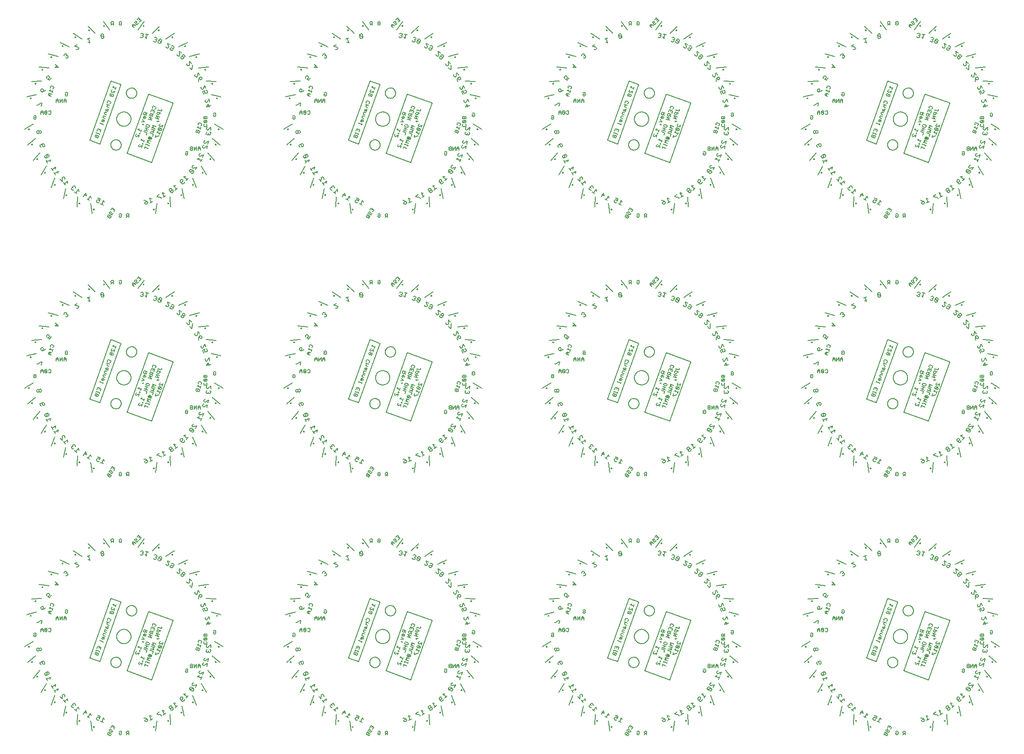
<source format=gbo>
G75*
%MOIN*%
%OFA0B0*%
%FSLAX24Y24*%
%IPPOS*%
%LPD*%
%AMOC8*
5,1,8,0,0,1.08239X$1,22.5*
%
%ADD10C,0.0060*%
%ADD11C,0.0070*%
%ADD12C,0.0080*%
%ADD13C,0.0050*%
D10*
X012894Y006667D02*
X012932Y006646D01*
X012991Y006662D01*
X013055Y006776D01*
X013152Y006860D02*
X013190Y006839D01*
X013249Y006856D01*
X013291Y006931D01*
X013275Y006990D01*
X013178Y006995D02*
X013135Y006919D01*
X013152Y006860D01*
X013038Y006924D02*
X013022Y006983D01*
X013064Y007059D01*
X013123Y007075D01*
X013161Y007054D01*
X013178Y006995D01*
X013372Y007075D02*
X013457Y007226D01*
X013230Y007354D01*
X013145Y007202D01*
X013301Y007214D02*
X013343Y007290D01*
X013765Y006879D02*
X013808Y006923D01*
X013895Y006923D01*
X013938Y006879D01*
X013938Y006706D01*
X013895Y006662D01*
X013808Y006662D01*
X013765Y006706D01*
X013765Y006792D01*
X013852Y006792D01*
X014324Y006792D02*
X014368Y006749D01*
X014498Y006749D01*
X014498Y006662D02*
X014498Y006923D01*
X014368Y006923D01*
X014324Y006879D01*
X014324Y006792D01*
X014411Y006749D02*
X014324Y006662D01*
X013168Y006712D02*
X013104Y006599D01*
X013045Y006582D01*
X013008Y006603D01*
X012991Y006662D01*
X012894Y006667D02*
X012878Y006726D01*
X012941Y006840D01*
X013168Y006712D01*
X014374Y011503D02*
X016257Y010828D01*
X017875Y015347D01*
X015993Y016022D01*
X014374Y011503D01*
X015277Y012026D02*
X015251Y012081D01*
X015280Y012163D01*
X015335Y012189D01*
X015277Y012026D02*
X015318Y012011D01*
X015540Y012116D01*
X015481Y011953D01*
X015696Y011902D02*
X015755Y012065D01*
X015725Y011984D02*
X015970Y011896D01*
X016037Y012081D02*
X016066Y012162D01*
X016051Y012122D02*
X015806Y012209D01*
X015821Y012250D02*
X015792Y012168D01*
X015862Y012364D02*
X016107Y012276D01*
X016165Y012440D02*
X015920Y012528D01*
X015973Y012417D01*
X015862Y012364D01*
X015659Y012451D02*
X015414Y012538D01*
X015525Y012591D01*
X015689Y012532D02*
X015630Y012369D01*
X015589Y012255D02*
X015575Y012214D01*
X015534Y012229D01*
X015548Y012269D01*
X015589Y012255D01*
X016002Y012627D02*
X016084Y012598D01*
X016139Y012624D01*
X016057Y012653D01*
X016087Y012735D01*
X016168Y012706D01*
X016139Y012624D01*
X016165Y012569D02*
X016221Y012595D01*
X016250Y012676D01*
X016224Y012732D01*
X016060Y012790D01*
X016005Y012764D01*
X015976Y012682D01*
X016002Y012627D01*
X015829Y012924D02*
X015887Y013087D01*
X015642Y013175D01*
X015683Y013289D02*
X015928Y013201D01*
X015806Y013245D02*
X015864Y013408D01*
X015986Y013364D02*
X015741Y013452D01*
X015823Y013552D02*
X015797Y013607D01*
X015826Y013689D01*
X015882Y013715D01*
X016045Y013657D01*
X016071Y013601D01*
X016042Y013519D01*
X015987Y013493D01*
X015823Y013552D01*
X015594Y013694D02*
X015609Y013734D01*
X015568Y013749D01*
X015554Y013708D01*
X015594Y013694D01*
X015487Y013907D02*
X015679Y013930D01*
X015545Y014070D01*
X015627Y014170D02*
X015668Y014155D01*
X015726Y014318D01*
X015767Y014304D02*
X015685Y014333D01*
X015630Y014307D01*
X015601Y014225D01*
X015627Y014170D01*
X015764Y014167D02*
X015793Y014248D01*
X015767Y014304D01*
X015849Y014403D02*
X015796Y014514D01*
X015782Y014473D02*
X015825Y014596D01*
X015907Y014567D02*
X015662Y014654D01*
X015618Y014532D01*
X015644Y014476D01*
X015726Y014447D01*
X015782Y014473D01*
X016095Y014439D02*
X016121Y014384D01*
X016203Y014355D01*
X016258Y014381D01*
X016302Y014503D01*
X016273Y014422D02*
X016325Y014311D01*
X016284Y014197D02*
X016039Y014284D01*
X016226Y014033D01*
X015981Y014121D01*
X016095Y014439D02*
X016139Y014562D01*
X016384Y014474D01*
X016425Y014588D02*
X016483Y014752D01*
X016238Y014839D01*
X016180Y014676D01*
X016331Y014714D02*
X016361Y014795D01*
X016483Y014880D02*
X016539Y014906D01*
X016568Y014988D01*
X016542Y015044D01*
X016378Y015102D01*
X016323Y015076D01*
X016294Y014994D01*
X016320Y014939D01*
X016737Y014809D02*
X016941Y014736D01*
X016997Y014762D01*
X017011Y014803D01*
X016985Y014859D01*
X016752Y014850D02*
X016723Y014768D01*
X016682Y014654D02*
X016638Y014532D01*
X016664Y014476D01*
X016746Y014447D01*
X016801Y014473D01*
X016845Y014596D01*
X016927Y014567D02*
X016682Y014654D01*
X016582Y014377D02*
X016769Y014126D01*
X016524Y014214D01*
X016582Y014377D02*
X016827Y014289D01*
X016810Y013983D02*
X016699Y013930D01*
X016713Y013971D01*
X016673Y013986D01*
X016658Y013945D01*
X016699Y013930D01*
X016854Y013712D02*
X016910Y013738D01*
X016854Y013712D02*
X016825Y013630D01*
X016851Y013575D01*
X016892Y013560D01*
X017114Y013665D01*
X017055Y013502D01*
X016974Y013402D02*
X016752Y013297D01*
X016915Y013239D01*
X016971Y013265D01*
X017000Y013347D01*
X016974Y013402D01*
X016810Y013461D01*
X016755Y013435D01*
X016726Y013353D01*
X016752Y013297D01*
X016752Y013169D02*
X016641Y013116D01*
X016886Y013029D01*
X016915Y013110D02*
X016857Y012947D01*
X016816Y012833D02*
X016775Y012847D01*
X016553Y012743D01*
X016512Y012757D01*
X016571Y012921D01*
X016364Y012995D02*
X016305Y012831D01*
X016364Y012995D02*
X016119Y013082D01*
X016160Y013196D02*
X016405Y013109D01*
X016352Y013220D01*
X016463Y013272D01*
X016218Y013360D01*
X016259Y013474D02*
X016504Y013386D01*
X016563Y013549D02*
X016318Y013637D01*
X016370Y013526D01*
X016259Y013474D01*
X015460Y013318D02*
X015402Y013155D01*
X015431Y013237D02*
X015186Y013324D01*
X015297Y013377D01*
X015320Y013055D02*
X015305Y013015D01*
X015346Y013000D01*
X015361Y013041D01*
X015320Y013055D01*
X015311Y012902D02*
X015089Y012797D01*
X015048Y012812D01*
X015022Y012867D01*
X015051Y012949D01*
X015107Y012975D01*
X015311Y012902D02*
X015253Y012739D01*
X012541Y013726D02*
X012296Y013814D01*
X012311Y013855D01*
X012474Y013925D02*
X012515Y013910D01*
X012574Y014074D01*
X012614Y014059D02*
X012533Y014088D01*
X012477Y014062D01*
X012448Y013980D01*
X012474Y013925D01*
X012611Y013922D02*
X012641Y014004D01*
X012614Y014059D01*
X012696Y014158D02*
X012574Y014202D01*
X012547Y014258D01*
X012591Y014380D01*
X012755Y014322D01*
X012795Y014436D02*
X012673Y014480D01*
X012647Y014535D01*
X012691Y014658D01*
X012854Y014599D01*
X012895Y014713D02*
X012939Y014836D01*
X012912Y014891D01*
X012857Y014865D01*
X012813Y014742D01*
X012772Y014757D02*
X012895Y014713D01*
X012772Y014757D02*
X012746Y014813D01*
X012775Y014894D01*
X012872Y015034D02*
X012994Y014991D01*
X012872Y015034D02*
X012845Y015090D01*
X012875Y015172D01*
X012930Y015198D01*
X012808Y015242D02*
X013052Y015154D01*
X013053Y015283D02*
X013108Y015309D01*
X013137Y015391D01*
X013111Y015446D01*
X012948Y015504D01*
X012892Y015478D01*
X012863Y015397D01*
X012889Y015341D01*
X013088Y015896D02*
X013129Y015881D01*
X013184Y015908D01*
X013213Y015989D01*
X013187Y016045D01*
X013146Y016059D01*
X013091Y016033D01*
X013062Y015951D01*
X013088Y015896D01*
X013184Y015908D02*
X013210Y015852D01*
X013251Y015837D01*
X013307Y015864D01*
X013336Y015945D01*
X013310Y016001D01*
X013269Y016015D01*
X013213Y015989D01*
X013228Y016159D02*
X013187Y016173D01*
X013161Y016229D01*
X013190Y016310D01*
X013246Y016337D01*
X013228Y016159D02*
X013450Y016264D01*
X013391Y016100D01*
X013491Y016378D02*
X013549Y016541D01*
X013520Y016459D02*
X013275Y016547D01*
X013386Y016599D01*
X013157Y017019D02*
X011539Y012500D01*
X012293Y012231D01*
X013911Y016750D01*
X013157Y017019D01*
X009842Y016112D02*
X009842Y015938D01*
X009799Y015895D01*
X009712Y015895D01*
X009669Y015938D01*
X009669Y016025D01*
X009756Y016025D01*
X009842Y016112D02*
X009799Y016155D01*
X009712Y016155D01*
X009669Y016112D01*
X009650Y015655D02*
X009563Y015568D01*
X009563Y015395D01*
X009442Y015395D02*
X009442Y015655D01*
X009269Y015395D01*
X009269Y015655D01*
X009148Y015568D02*
X009061Y015655D01*
X008974Y015568D01*
X008974Y015395D01*
X008974Y015525D02*
X009148Y015525D01*
X009148Y015568D02*
X009148Y015395D01*
X009563Y015525D02*
X009737Y015525D01*
X009737Y015568D02*
X009650Y015655D01*
X009737Y015568D02*
X009737Y015395D01*
X008651Y016019D02*
X008484Y016067D01*
X008377Y016007D01*
X008437Y015900D01*
X008603Y015852D01*
X008478Y015888D02*
X008526Y016055D01*
X008684Y016135D02*
X008732Y016302D01*
X008708Y016219D02*
X008458Y016290D01*
X008566Y016350D01*
X008557Y016478D02*
X008528Y016532D01*
X008551Y016615D01*
X008605Y016645D01*
X008772Y016597D01*
X008802Y016543D01*
X008778Y016460D01*
X008724Y016430D01*
X008544Y014755D02*
X008587Y014712D01*
X008587Y014538D01*
X008544Y014495D01*
X008457Y014495D01*
X008413Y014538D01*
X008292Y014538D02*
X008119Y014712D01*
X008119Y014538D01*
X008162Y014495D01*
X008249Y014495D01*
X008292Y014538D01*
X008292Y014712D01*
X008249Y014755D01*
X008162Y014755D01*
X008119Y014712D01*
X007998Y014668D02*
X007911Y014755D01*
X007824Y014668D01*
X007824Y014495D01*
X007824Y014625D02*
X007998Y014625D01*
X007998Y014668D02*
X007998Y014495D01*
X008413Y014712D02*
X008457Y014755D01*
X008544Y014755D01*
X007450Y014340D02*
X007450Y014166D01*
X007407Y014123D01*
X007320Y014123D01*
X007277Y014166D01*
X007277Y014253D01*
X007363Y014253D01*
X007277Y014340D02*
X007320Y014383D01*
X007407Y014383D01*
X007450Y014340D01*
X011936Y012807D02*
X011962Y012752D01*
X012003Y012737D01*
X012058Y012764D01*
X012102Y012886D01*
X011980Y012930D02*
X011936Y012807D01*
X012058Y012764D02*
X012085Y012708D01*
X012125Y012694D01*
X012181Y012720D01*
X012225Y012842D01*
X011980Y012930D01*
X012017Y013033D02*
X012046Y013115D01*
X012031Y013074D02*
X012276Y012986D01*
X012262Y012946D02*
X012291Y013027D01*
X012332Y013141D02*
X012390Y013305D01*
X012145Y013392D01*
X012087Y013229D01*
X012239Y013267D02*
X012268Y013348D01*
X012527Y013685D02*
X012556Y013767D01*
X018819Y011612D02*
X018862Y011655D01*
X018949Y011655D01*
X018992Y011612D01*
X018992Y011438D01*
X018949Y011395D01*
X018862Y011395D01*
X018819Y011438D01*
X018819Y011525D01*
X018906Y011525D01*
X019174Y011788D02*
X019218Y011745D01*
X019348Y011745D01*
X019348Y012005D01*
X019218Y012005D01*
X019174Y011962D01*
X019174Y011918D01*
X019218Y011875D01*
X019348Y011875D01*
X019218Y011875D02*
X019174Y011832D01*
X019174Y011788D01*
X019469Y011745D02*
X019469Y012005D01*
X019642Y012005D02*
X019469Y011745D01*
X019642Y011745D02*
X019642Y012005D01*
X019763Y011918D02*
X019763Y011745D01*
X019763Y011875D02*
X019937Y011875D01*
X019937Y011918D02*
X019850Y012005D01*
X019763Y011918D01*
X019937Y011918D02*
X019937Y011745D01*
X019812Y013064D02*
X019865Y013094D01*
X019901Y013219D01*
X019651Y013290D01*
X019615Y013165D01*
X019645Y013112D01*
X019687Y013100D01*
X019740Y013129D01*
X019776Y013255D01*
X019740Y013129D02*
X019770Y013076D01*
X019812Y013064D01*
X019934Y013335D02*
X019982Y013502D01*
X019958Y013419D02*
X019708Y013490D01*
X019816Y013550D01*
X019807Y013678D02*
X019778Y013732D01*
X019801Y013815D01*
X019855Y013845D01*
X020022Y013797D01*
X020052Y013743D01*
X020028Y013660D01*
X019974Y013630D01*
X020195Y013606D02*
X020195Y013693D01*
X020238Y013736D01*
X020238Y013858D02*
X020412Y014031D01*
X020238Y014031D01*
X020195Y013988D01*
X020195Y013901D01*
X020238Y013858D01*
X020412Y013858D01*
X020455Y013901D01*
X020455Y013988D01*
X020412Y014031D01*
X020455Y014152D02*
X020455Y014282D01*
X020412Y014326D01*
X020368Y014326D01*
X020325Y014282D01*
X020325Y014152D01*
X020195Y014152D02*
X020195Y014282D01*
X020238Y014326D01*
X020282Y014326D01*
X020325Y014282D01*
X020195Y014152D02*
X020455Y014152D01*
X020412Y013736D02*
X020455Y013693D01*
X020455Y013606D01*
X020412Y013563D01*
X020238Y013563D01*
X020195Y013606D01*
X020938Y014369D02*
X020938Y014455D01*
X021025Y014455D01*
X021112Y014369D02*
X021068Y014325D01*
X020982Y014325D01*
X020938Y014369D01*
X020938Y014542D02*
X020982Y014585D01*
X021068Y014585D01*
X021112Y014542D01*
X021112Y014369D01*
X026962Y014340D02*
X027005Y014383D01*
X027092Y014383D01*
X027135Y014340D01*
X027135Y014166D01*
X027092Y014123D01*
X027005Y014123D01*
X026962Y014166D01*
X026962Y014253D01*
X027048Y014253D01*
X027509Y014495D02*
X027509Y014668D01*
X027596Y014755D01*
X027683Y014668D01*
X027683Y014495D01*
X027804Y014538D02*
X027847Y014495D01*
X027934Y014495D01*
X027977Y014538D01*
X027804Y014712D01*
X027804Y014538D01*
X027683Y014625D02*
X027509Y014625D01*
X027804Y014712D02*
X027847Y014755D01*
X027934Y014755D01*
X027977Y014712D01*
X027977Y014538D01*
X028099Y014538D02*
X028142Y014495D01*
X028229Y014495D01*
X028272Y014538D01*
X028272Y014712D01*
X028229Y014755D01*
X028142Y014755D01*
X028099Y014712D01*
X028659Y015395D02*
X028659Y015568D01*
X028746Y015655D01*
X028833Y015568D01*
X028833Y015395D01*
X028954Y015395D02*
X028954Y015655D01*
X029127Y015655D02*
X028954Y015395D01*
X029127Y015395D02*
X029127Y015655D01*
X029249Y015568D02*
X029249Y015395D01*
X029249Y015525D02*
X029422Y015525D01*
X029422Y015568D02*
X029335Y015655D01*
X029249Y015568D01*
X029422Y015568D02*
X029422Y015395D01*
X029397Y015895D02*
X029354Y015938D01*
X029354Y016025D01*
X029441Y016025D01*
X029527Y015938D02*
X029484Y015895D01*
X029397Y015895D01*
X029527Y015938D02*
X029527Y016112D01*
X029484Y016155D01*
X029397Y016155D01*
X029354Y016112D01*
X028833Y015525D02*
X028659Y015525D01*
X028288Y015852D02*
X028122Y015900D01*
X028062Y016007D01*
X028169Y016067D01*
X028336Y016019D01*
X028370Y016135D02*
X028417Y016302D01*
X028393Y016219D02*
X028143Y016290D01*
X028251Y016350D01*
X028242Y016478D02*
X028213Y016532D01*
X028236Y016615D01*
X028290Y016645D01*
X028457Y016597D01*
X028487Y016543D01*
X028463Y016460D01*
X028409Y016430D01*
X028211Y016055D02*
X028163Y015888D01*
X031996Y013855D02*
X031981Y013814D01*
X032226Y013726D01*
X032241Y013767D02*
X032212Y013685D01*
X032200Y013910D02*
X032259Y014074D01*
X032299Y014059D02*
X032218Y014088D01*
X032162Y014062D01*
X032133Y013980D01*
X032159Y013925D01*
X032200Y013910D01*
X032296Y013922D02*
X032326Y014004D01*
X032299Y014059D01*
X032381Y014158D02*
X032259Y014202D01*
X032232Y014258D01*
X032276Y014380D01*
X032440Y014322D01*
X032480Y014436D02*
X032358Y014480D01*
X032332Y014535D01*
X032376Y014658D01*
X032539Y014599D01*
X032580Y014713D02*
X032624Y014836D01*
X032597Y014891D01*
X032542Y014865D01*
X032498Y014742D01*
X032457Y014757D02*
X032580Y014713D01*
X032457Y014757D02*
X032431Y014813D01*
X032460Y014894D01*
X032557Y015034D02*
X032679Y014991D01*
X032557Y015034D02*
X032530Y015090D01*
X032560Y015172D01*
X032615Y015198D01*
X032493Y015242D02*
X032738Y015154D01*
X032738Y015283D02*
X032793Y015309D01*
X032822Y015391D01*
X032796Y015446D01*
X032633Y015504D01*
X032577Y015478D01*
X032548Y015397D01*
X032574Y015341D01*
X032773Y015896D02*
X032814Y015881D01*
X032869Y015908D01*
X032898Y015989D01*
X032872Y016045D01*
X032831Y016059D01*
X032776Y016033D01*
X032747Y015951D01*
X032773Y015896D01*
X032869Y015908D02*
X032895Y015852D01*
X032936Y015837D01*
X032992Y015864D01*
X033021Y015945D01*
X032995Y016001D01*
X032954Y016015D01*
X032898Y015989D01*
X032913Y016159D02*
X032872Y016173D01*
X032846Y016229D01*
X032875Y016310D01*
X032931Y016337D01*
X032913Y016159D02*
X033135Y016264D01*
X033076Y016100D01*
X033176Y016378D02*
X033234Y016541D01*
X033205Y016459D02*
X032960Y016547D01*
X033071Y016599D01*
X032842Y017019D02*
X031224Y012500D01*
X031978Y012231D01*
X033596Y016750D01*
X032842Y017019D01*
X035678Y016022D02*
X034060Y011503D01*
X035942Y010828D01*
X037561Y015347D01*
X035678Y016022D01*
X036063Y015102D02*
X036227Y015044D01*
X036253Y014988D01*
X036224Y014906D01*
X036168Y014880D01*
X036168Y014752D02*
X036110Y014588D01*
X036069Y014474D02*
X035824Y014562D01*
X035780Y014439D01*
X035806Y014384D01*
X035888Y014355D01*
X035943Y014381D01*
X035987Y014503D01*
X035958Y014422D02*
X036010Y014311D01*
X035969Y014197D02*
X035725Y014284D01*
X035911Y014033D01*
X035666Y014121D01*
X035449Y014167D02*
X035478Y014248D01*
X035452Y014304D01*
X035370Y014333D01*
X035315Y014307D01*
X035286Y014225D01*
X035312Y014170D01*
X035353Y014155D01*
X035411Y014318D01*
X035411Y014447D02*
X035467Y014473D01*
X035510Y014596D01*
X035481Y014514D02*
X035534Y014403D01*
X035411Y014447D02*
X035329Y014476D01*
X035303Y014532D01*
X035347Y014654D01*
X035592Y014567D01*
X035865Y014676D02*
X035923Y014839D01*
X036168Y014752D01*
X036046Y014795D02*
X036016Y014714D01*
X036005Y014939D02*
X035979Y014994D01*
X036008Y015076D01*
X036063Y015102D01*
X036437Y014850D02*
X036408Y014768D01*
X036422Y014809D02*
X036626Y014736D01*
X036682Y014762D01*
X036696Y014803D01*
X036670Y014859D01*
X036530Y014596D02*
X036486Y014473D01*
X036431Y014447D01*
X036349Y014476D01*
X036323Y014532D01*
X036367Y014654D01*
X036612Y014567D01*
X036512Y014289D02*
X036267Y014377D01*
X036454Y014126D01*
X036209Y014214D01*
X036358Y013986D02*
X036399Y013971D01*
X036384Y013930D01*
X036343Y013945D01*
X036358Y013986D01*
X036384Y013930D02*
X036495Y013983D01*
X036595Y013738D02*
X036539Y013712D01*
X036510Y013630D01*
X036536Y013575D01*
X036577Y013560D01*
X036799Y013665D01*
X036740Y013502D01*
X036659Y013402D02*
X036437Y013297D01*
X036600Y013239D01*
X036656Y013265D01*
X036685Y013347D01*
X036659Y013402D01*
X036495Y013461D01*
X036440Y013435D01*
X036411Y013353D01*
X036437Y013297D01*
X036437Y013169D02*
X036326Y013116D01*
X036571Y013029D01*
X036600Y013110D02*
X036542Y012947D01*
X036501Y012833D02*
X036460Y012847D01*
X036238Y012743D01*
X036197Y012757D01*
X036256Y012921D01*
X036049Y012995D02*
X035990Y012831D01*
X035909Y012732D02*
X035745Y012790D01*
X035690Y012764D01*
X035661Y012682D01*
X035687Y012627D01*
X035769Y012598D01*
X035824Y012624D01*
X035742Y012653D01*
X035772Y012735D01*
X035853Y012706D01*
X035824Y012624D01*
X035850Y012569D02*
X035906Y012595D01*
X035935Y012676D01*
X035909Y012732D01*
X036049Y012995D02*
X035804Y013082D01*
X035845Y013196D02*
X036090Y013109D01*
X036037Y013220D01*
X036148Y013272D01*
X035903Y013360D01*
X035944Y013474D02*
X036189Y013386D01*
X036248Y013549D02*
X036003Y013637D01*
X036055Y013526D01*
X035944Y013474D01*
X035727Y013519D02*
X035672Y013493D01*
X035508Y013552D01*
X035482Y013607D01*
X035511Y013689D01*
X035567Y013715D01*
X035730Y013657D01*
X035756Y013601D01*
X035727Y013519D01*
X035672Y013364D02*
X035427Y013452D01*
X035549Y013408D02*
X035491Y013245D01*
X035613Y013201D02*
X035368Y013289D01*
X035327Y013175D02*
X035572Y013087D01*
X035514Y012924D01*
X035605Y012528D02*
X035658Y012417D01*
X035547Y012364D01*
X035792Y012276D01*
X035751Y012162D02*
X035722Y012081D01*
X035736Y012122D02*
X035491Y012209D01*
X035506Y012250D02*
X035477Y012168D01*
X035440Y012065D02*
X035381Y011902D01*
X035411Y011984D02*
X035656Y011896D01*
X035225Y012116D02*
X035003Y012011D01*
X034962Y012026D01*
X034936Y012081D01*
X034965Y012163D01*
X035020Y012189D01*
X035219Y012229D02*
X035260Y012214D01*
X035274Y012255D01*
X035233Y012269D01*
X035219Y012229D01*
X035225Y012116D02*
X035166Y011953D01*
X035315Y012369D02*
X035374Y012532D01*
X035344Y012451D02*
X035099Y012538D01*
X035210Y012591D01*
X034938Y012739D02*
X034996Y012902D01*
X034774Y012797D01*
X034734Y012812D01*
X034707Y012867D01*
X034737Y012949D01*
X034792Y012975D01*
X034990Y013015D02*
X035031Y013000D01*
X035046Y013041D01*
X035005Y013055D01*
X034990Y013015D01*
X035087Y013155D02*
X035145Y013318D01*
X035116Y013237D02*
X034871Y013324D01*
X034982Y013377D01*
X035239Y013708D02*
X035279Y013694D01*
X035294Y013734D01*
X035253Y013749D01*
X035239Y013708D01*
X035172Y013907D02*
X035364Y013930D01*
X035230Y014070D01*
X035605Y012528D02*
X035850Y012440D01*
X038504Y011612D02*
X038547Y011655D01*
X038634Y011655D01*
X038677Y011612D01*
X038677Y011438D01*
X038634Y011395D01*
X038547Y011395D01*
X038504Y011438D01*
X038504Y011525D01*
X038591Y011525D01*
X038859Y011788D02*
X038903Y011745D01*
X039033Y011745D01*
X039033Y012005D01*
X038903Y012005D01*
X038859Y011962D01*
X038859Y011918D01*
X038903Y011875D01*
X039033Y011875D01*
X038903Y011875D02*
X038859Y011832D01*
X038859Y011788D01*
X039154Y011745D02*
X039154Y012005D01*
X039327Y012005D02*
X039154Y011745D01*
X039327Y011745D02*
X039327Y012005D01*
X039449Y011918D02*
X039449Y011745D01*
X039449Y011875D02*
X039622Y011875D01*
X039622Y011918D02*
X039535Y012005D01*
X039449Y011918D01*
X039622Y011918D02*
X039622Y011745D01*
X039497Y013064D02*
X039550Y013094D01*
X039586Y013219D01*
X039336Y013290D01*
X039300Y013165D01*
X039330Y013112D01*
X039372Y013100D01*
X039425Y013129D01*
X039461Y013255D01*
X039425Y013129D02*
X039455Y013076D01*
X039497Y013064D01*
X039620Y013335D02*
X039667Y013502D01*
X039643Y013419D02*
X039393Y013490D01*
X039501Y013550D01*
X039492Y013678D02*
X039463Y013732D01*
X039486Y013815D01*
X039540Y013845D01*
X039707Y013797D01*
X039737Y013743D01*
X039713Y013660D01*
X039659Y013630D01*
X039880Y013606D02*
X039880Y013693D01*
X039923Y013736D01*
X039923Y013858D02*
X040097Y014031D01*
X039923Y014031D01*
X039880Y013988D01*
X039880Y013901D01*
X039923Y013858D01*
X040097Y013858D01*
X040140Y013901D01*
X040140Y013988D01*
X040097Y014031D01*
X040140Y014152D02*
X040140Y014282D01*
X040097Y014326D01*
X040054Y014326D01*
X040010Y014282D01*
X040010Y014152D01*
X039880Y014152D02*
X040140Y014152D01*
X040010Y014282D02*
X039967Y014326D01*
X039923Y014326D01*
X039880Y014282D01*
X039880Y014152D01*
X040097Y013736D02*
X040140Y013693D01*
X040140Y013606D01*
X040097Y013563D01*
X039923Y013563D01*
X039880Y013606D01*
X040623Y014369D02*
X040623Y014455D01*
X040710Y014455D01*
X040797Y014369D02*
X040753Y014325D01*
X040667Y014325D01*
X040623Y014369D01*
X040623Y014542D02*
X040667Y014585D01*
X040753Y014585D01*
X040797Y014542D01*
X040797Y014369D01*
X046647Y014340D02*
X046690Y014383D01*
X046777Y014383D01*
X046820Y014340D01*
X046820Y014166D01*
X046777Y014123D01*
X046690Y014123D01*
X046647Y014166D01*
X046647Y014253D01*
X046734Y014253D01*
X047194Y014495D02*
X047194Y014668D01*
X047281Y014755D01*
X047368Y014668D01*
X047368Y014495D01*
X047489Y014538D02*
X047532Y014495D01*
X047619Y014495D01*
X047662Y014538D01*
X047489Y014712D01*
X047489Y014538D01*
X047368Y014625D02*
X047194Y014625D01*
X047489Y014712D02*
X047532Y014755D01*
X047619Y014755D01*
X047662Y014712D01*
X047662Y014538D01*
X047784Y014538D02*
X047827Y014495D01*
X047914Y014495D01*
X047957Y014538D01*
X047957Y014712D01*
X047914Y014755D01*
X047827Y014755D01*
X047784Y014712D01*
X048344Y015395D02*
X048344Y015568D01*
X048431Y015655D01*
X048518Y015568D01*
X048518Y015395D01*
X048639Y015395D02*
X048639Y015655D01*
X048812Y015655D02*
X048639Y015395D01*
X048812Y015395D02*
X048812Y015655D01*
X048934Y015568D02*
X048934Y015395D01*
X048934Y015525D02*
X049107Y015525D01*
X049107Y015568D02*
X049020Y015655D01*
X048934Y015568D01*
X049107Y015568D02*
X049107Y015395D01*
X049082Y015895D02*
X049039Y015938D01*
X049039Y016025D01*
X049126Y016025D01*
X049212Y015938D02*
X049169Y015895D01*
X049082Y015895D01*
X049212Y015938D02*
X049212Y016112D01*
X049169Y016155D01*
X049082Y016155D01*
X049039Y016112D01*
X048518Y015525D02*
X048344Y015525D01*
X047973Y015852D02*
X047807Y015900D01*
X047747Y016007D01*
X047854Y016067D01*
X048021Y016019D01*
X048055Y016135D02*
X048102Y016302D01*
X048078Y016219D02*
X047828Y016290D01*
X047936Y016350D01*
X047927Y016478D02*
X047898Y016532D01*
X047921Y016615D01*
X047975Y016645D01*
X048142Y016597D01*
X048172Y016543D01*
X048148Y016460D01*
X048094Y016430D01*
X047896Y016055D02*
X047848Y015888D01*
X051681Y013855D02*
X051666Y013814D01*
X051911Y013726D01*
X051926Y013767D02*
X051897Y013685D01*
X051885Y013910D02*
X051944Y014074D01*
X051984Y014059D02*
X051903Y014088D01*
X051847Y014062D01*
X051818Y013980D01*
X051844Y013925D01*
X051885Y013910D01*
X051981Y013922D02*
X052011Y014004D01*
X051984Y014059D01*
X052066Y014158D02*
X051944Y014202D01*
X051917Y014258D01*
X051961Y014380D01*
X052125Y014322D01*
X052165Y014436D02*
X052043Y014480D01*
X052017Y014535D01*
X052061Y014658D01*
X052224Y014599D01*
X052265Y014713D02*
X052309Y014836D01*
X052282Y014891D01*
X052227Y014865D01*
X052183Y014742D01*
X052142Y014757D02*
X052265Y014713D01*
X052142Y014757D02*
X052116Y014813D01*
X052145Y014894D01*
X052242Y015034D02*
X052364Y014991D01*
X052242Y015034D02*
X052215Y015090D01*
X052245Y015172D01*
X052300Y015198D01*
X052178Y015242D02*
X052423Y015154D01*
X052423Y015283D02*
X052478Y015309D01*
X052507Y015391D01*
X052481Y015446D01*
X052318Y015504D01*
X052262Y015478D01*
X052233Y015397D01*
X052259Y015341D01*
X052458Y015896D02*
X052499Y015881D01*
X052554Y015908D01*
X052583Y015989D01*
X052557Y016045D01*
X052516Y016059D01*
X052461Y016033D01*
X052432Y015951D01*
X052458Y015896D01*
X052554Y015908D02*
X052580Y015852D01*
X052621Y015837D01*
X052677Y015864D01*
X052706Y015945D01*
X052680Y016001D01*
X052639Y016015D01*
X052583Y015989D01*
X052598Y016159D02*
X052557Y016173D01*
X052531Y016229D01*
X052560Y016310D01*
X052616Y016337D01*
X052598Y016159D02*
X052820Y016264D01*
X052761Y016100D01*
X052861Y016378D02*
X052919Y016541D01*
X052890Y016459D02*
X052645Y016547D01*
X052756Y016599D01*
X052528Y017019D02*
X050909Y012500D01*
X051663Y012231D01*
X053281Y016750D01*
X052528Y017019D01*
X055363Y016022D02*
X053745Y011503D01*
X055628Y010828D01*
X057246Y015347D01*
X055363Y016022D01*
X055748Y015102D02*
X055912Y015044D01*
X055938Y014988D01*
X055909Y014906D01*
X055853Y014880D01*
X055853Y014752D02*
X055795Y014588D01*
X055754Y014474D02*
X055509Y014562D01*
X055465Y014439D01*
X055491Y014384D01*
X055573Y014355D01*
X055628Y014381D01*
X055672Y014503D01*
X055643Y014422D02*
X055695Y014311D01*
X055655Y014197D02*
X055410Y014284D01*
X055596Y014033D01*
X055351Y014121D01*
X055134Y014167D02*
X055163Y014248D01*
X055137Y014304D01*
X055055Y014333D01*
X055000Y014307D01*
X054971Y014225D01*
X054997Y014170D01*
X055038Y014155D01*
X055096Y014318D01*
X055096Y014447D02*
X055152Y014473D01*
X055195Y014596D01*
X055166Y014514D02*
X055219Y014403D01*
X055096Y014447D02*
X055014Y014476D01*
X054988Y014532D01*
X055032Y014654D01*
X055277Y014567D01*
X055550Y014676D02*
X055608Y014839D01*
X055853Y014752D01*
X055731Y014795D02*
X055701Y014714D01*
X055690Y014939D02*
X055664Y014994D01*
X055693Y015076D01*
X055748Y015102D01*
X056122Y014850D02*
X056093Y014768D01*
X056107Y014809D02*
X056311Y014736D01*
X056367Y014762D01*
X056382Y014803D01*
X056355Y014859D01*
X056215Y014596D02*
X056171Y014473D01*
X056116Y014447D01*
X056034Y014476D01*
X056008Y014532D01*
X056052Y014654D01*
X056297Y014567D01*
X056197Y014289D02*
X055953Y014377D01*
X056139Y014126D01*
X055894Y014214D01*
X056043Y013986D02*
X056084Y013971D01*
X056069Y013930D01*
X056028Y013945D01*
X056043Y013986D01*
X056069Y013930D02*
X056180Y013983D01*
X056280Y013738D02*
X056224Y013712D01*
X056195Y013630D01*
X056221Y013575D01*
X056262Y013560D01*
X056484Y013665D01*
X056425Y013502D01*
X056344Y013402D02*
X056122Y013297D01*
X056285Y013239D01*
X056341Y013265D01*
X056370Y013347D01*
X056344Y013402D01*
X056180Y013461D01*
X056125Y013435D01*
X056096Y013353D01*
X056122Y013297D01*
X056122Y013169D02*
X056011Y013116D01*
X056256Y013029D01*
X056285Y013110D02*
X056227Y012947D01*
X056186Y012833D02*
X056145Y012847D01*
X055923Y012743D01*
X055882Y012757D01*
X055941Y012921D01*
X055734Y012995D02*
X055675Y012831D01*
X055594Y012732D02*
X055430Y012790D01*
X055375Y012764D01*
X055346Y012682D01*
X055372Y012627D01*
X055454Y012598D01*
X055509Y012624D01*
X055427Y012653D01*
X055457Y012735D01*
X055538Y012706D01*
X055509Y012624D01*
X055535Y012569D02*
X055591Y012595D01*
X055620Y012676D01*
X055594Y012732D01*
X055734Y012995D02*
X055489Y013082D01*
X055530Y013196D02*
X055775Y013109D01*
X055722Y013220D01*
X055833Y013272D01*
X055588Y013360D01*
X055629Y013474D02*
X055874Y013386D01*
X055933Y013549D02*
X055688Y013637D01*
X055740Y013526D01*
X055629Y013474D01*
X055412Y013519D02*
X055357Y013493D01*
X055193Y013552D01*
X055167Y013607D01*
X055196Y013689D01*
X055252Y013715D01*
X055415Y013657D01*
X055441Y013601D01*
X055412Y013519D01*
X055357Y013364D02*
X055112Y013452D01*
X055234Y013408D02*
X055176Y013245D01*
X055298Y013201D02*
X055053Y013289D01*
X055012Y013175D02*
X055257Y013087D01*
X055199Y012924D01*
X055290Y012528D02*
X055343Y012417D01*
X055232Y012364D01*
X055477Y012276D01*
X055436Y012162D02*
X055407Y012081D01*
X055421Y012122D02*
X055176Y012209D01*
X055191Y012250D02*
X055162Y012168D01*
X055125Y012065D02*
X055066Y011902D01*
X055096Y011984D02*
X055341Y011896D01*
X054910Y012116D02*
X054688Y012011D01*
X054647Y012026D01*
X054621Y012081D01*
X054650Y012163D01*
X054705Y012189D01*
X054904Y012229D02*
X054945Y012214D01*
X054959Y012255D01*
X054918Y012269D01*
X054904Y012229D01*
X054910Y012116D02*
X054851Y011953D01*
X055000Y012369D02*
X055059Y012532D01*
X055029Y012451D02*
X054784Y012538D01*
X054895Y012591D01*
X054623Y012739D02*
X054681Y012902D01*
X054459Y012797D01*
X054419Y012812D01*
X054392Y012867D01*
X054422Y012949D01*
X054477Y012975D01*
X054675Y013015D02*
X054716Y013000D01*
X054731Y013041D01*
X054690Y013055D01*
X054675Y013015D01*
X054772Y013155D02*
X054830Y013318D01*
X054801Y013237D02*
X054556Y013324D01*
X054667Y013377D01*
X054924Y013708D02*
X054965Y013694D01*
X054979Y013734D01*
X054938Y013749D01*
X054924Y013708D01*
X054857Y013907D02*
X055049Y013930D01*
X054915Y014070D01*
X055290Y012528D02*
X055535Y012440D01*
X058189Y011612D02*
X058232Y011655D01*
X058319Y011655D01*
X058362Y011612D01*
X058362Y011438D01*
X058319Y011395D01*
X058232Y011395D01*
X058189Y011438D01*
X058189Y011525D01*
X058276Y011525D01*
X058544Y011788D02*
X058588Y011745D01*
X058718Y011745D01*
X058718Y012005D01*
X058588Y012005D01*
X058544Y011962D01*
X058544Y011918D01*
X058588Y011875D01*
X058718Y011875D01*
X058588Y011875D02*
X058544Y011832D01*
X058544Y011788D01*
X058839Y011745D02*
X058839Y012005D01*
X059012Y012005D02*
X058839Y011745D01*
X059012Y011745D02*
X059012Y012005D01*
X059134Y011918D02*
X059134Y011745D01*
X059134Y011875D02*
X059307Y011875D01*
X059307Y011918D02*
X059220Y012005D01*
X059134Y011918D01*
X059307Y011918D02*
X059307Y011745D01*
X059182Y013064D02*
X059235Y013094D01*
X059271Y013219D01*
X059021Y013290D01*
X058985Y013165D01*
X059015Y013112D01*
X059057Y013100D01*
X059110Y013129D01*
X059146Y013255D01*
X059110Y013129D02*
X059140Y013076D01*
X059182Y013064D01*
X059305Y013335D02*
X059352Y013502D01*
X059328Y013419D02*
X059078Y013490D01*
X059186Y013550D01*
X059177Y013678D02*
X059148Y013732D01*
X059171Y013815D01*
X059225Y013845D01*
X059392Y013797D01*
X059422Y013743D01*
X059398Y013660D01*
X059344Y013630D01*
X059565Y013606D02*
X059565Y013693D01*
X059608Y013736D01*
X059608Y013858D02*
X059782Y014031D01*
X059608Y014031D01*
X059565Y013988D01*
X059565Y013901D01*
X059608Y013858D01*
X059782Y013858D01*
X059825Y013901D01*
X059825Y013988D01*
X059782Y014031D01*
X059825Y014152D02*
X059825Y014282D01*
X059782Y014326D01*
X059739Y014326D01*
X059695Y014282D01*
X059695Y014152D01*
X059565Y014152D02*
X059565Y014282D01*
X059608Y014326D01*
X059652Y014326D01*
X059695Y014282D01*
X059565Y014152D02*
X059825Y014152D01*
X059782Y013736D02*
X059825Y013693D01*
X059825Y013606D01*
X059782Y013563D01*
X059608Y013563D01*
X059565Y013606D01*
X060308Y014369D02*
X060308Y014455D01*
X060395Y014455D01*
X060482Y014369D02*
X060438Y014325D01*
X060352Y014325D01*
X060308Y014369D01*
X060308Y014542D02*
X060352Y014585D01*
X060438Y014585D01*
X060482Y014542D01*
X060482Y014369D01*
X066332Y014340D02*
X066375Y014383D01*
X066462Y014383D01*
X066505Y014340D01*
X066505Y014166D01*
X066462Y014123D01*
X066375Y014123D01*
X066332Y014166D01*
X066332Y014253D01*
X066419Y014253D01*
X066879Y014495D02*
X066879Y014668D01*
X066966Y014755D01*
X067053Y014668D01*
X067053Y014495D01*
X067174Y014538D02*
X067217Y014495D01*
X067304Y014495D01*
X067347Y014538D01*
X067174Y014712D01*
X067174Y014538D01*
X067053Y014625D02*
X066879Y014625D01*
X067174Y014712D02*
X067217Y014755D01*
X067304Y014755D01*
X067347Y014712D01*
X067347Y014538D01*
X067469Y014538D02*
X067512Y014495D01*
X067599Y014495D01*
X067642Y014538D01*
X067642Y014712D01*
X067599Y014755D01*
X067512Y014755D01*
X067469Y014712D01*
X068029Y015395D02*
X068029Y015568D01*
X068116Y015655D01*
X068203Y015568D01*
X068203Y015395D01*
X068324Y015395D02*
X068324Y015655D01*
X068497Y015655D02*
X068324Y015395D01*
X068497Y015395D02*
X068497Y015655D01*
X068619Y015568D02*
X068619Y015395D01*
X068619Y015525D02*
X068792Y015525D01*
X068792Y015568D02*
X068705Y015655D01*
X068619Y015568D01*
X068792Y015568D02*
X068792Y015395D01*
X068767Y015895D02*
X068724Y015938D01*
X068724Y016025D01*
X068811Y016025D01*
X068897Y015938D02*
X068854Y015895D01*
X068767Y015895D01*
X068897Y015938D02*
X068897Y016112D01*
X068854Y016155D01*
X068767Y016155D01*
X068724Y016112D01*
X068203Y015525D02*
X068029Y015525D01*
X067658Y015852D02*
X067492Y015900D01*
X067432Y016007D01*
X067539Y016067D01*
X067706Y016019D01*
X067740Y016135D02*
X067787Y016302D01*
X067764Y016219D02*
X067513Y016290D01*
X067621Y016350D01*
X067612Y016478D02*
X067583Y016532D01*
X067607Y016615D01*
X067660Y016645D01*
X067827Y016597D01*
X067857Y016543D01*
X067833Y016460D01*
X067779Y016430D01*
X067581Y016055D02*
X067533Y015888D01*
X071200Y013392D02*
X071445Y013305D01*
X071387Y013141D01*
X071346Y013027D02*
X071317Y012946D01*
X071332Y012986D02*
X071087Y013074D01*
X071101Y013115D02*
X071072Y013033D01*
X071035Y012930D02*
X070991Y012807D01*
X071017Y012752D01*
X071058Y012737D01*
X071114Y012764D01*
X071157Y012886D01*
X071035Y012930D02*
X071280Y012842D01*
X071236Y012720D01*
X071181Y012694D01*
X071140Y012708D01*
X071114Y012764D01*
X071142Y013229D02*
X071200Y013392D01*
X071323Y013348D02*
X071294Y013267D01*
X071582Y013685D02*
X071611Y013767D01*
X071596Y013726D02*
X071351Y013814D01*
X071366Y013855D01*
X071529Y013925D02*
X071570Y013910D01*
X071629Y014074D01*
X071669Y014059D02*
X071588Y014088D01*
X071532Y014062D01*
X071503Y013980D01*
X071529Y013925D01*
X071666Y013922D02*
X071696Y014004D01*
X071669Y014059D01*
X071751Y014158D02*
X071629Y014202D01*
X071602Y014258D01*
X071646Y014380D01*
X071810Y014322D01*
X071850Y014436D02*
X071728Y014480D01*
X071702Y014535D01*
X071746Y014658D01*
X071909Y014599D01*
X071950Y014713D02*
X071994Y014836D01*
X071967Y014891D01*
X071912Y014865D01*
X071868Y014742D01*
X071827Y014757D02*
X071950Y014713D01*
X071827Y014757D02*
X071801Y014813D01*
X071830Y014894D01*
X071927Y015034D02*
X072049Y014991D01*
X071927Y015034D02*
X071900Y015090D01*
X071930Y015172D01*
X071985Y015198D01*
X071863Y015242D02*
X072108Y015154D01*
X072108Y015283D02*
X072163Y015309D01*
X072192Y015391D01*
X072166Y015446D01*
X072003Y015504D01*
X071947Y015478D01*
X071918Y015397D01*
X071944Y015341D01*
X072143Y015896D02*
X072184Y015881D01*
X072239Y015908D01*
X072268Y015989D01*
X072242Y016045D01*
X072201Y016059D01*
X072146Y016033D01*
X072117Y015951D01*
X072143Y015896D01*
X072239Y015908D02*
X072265Y015852D01*
X072306Y015837D01*
X072362Y015864D01*
X072391Y015945D01*
X072365Y016001D01*
X072324Y016015D01*
X072268Y015989D01*
X072283Y016159D02*
X072242Y016173D01*
X072216Y016229D01*
X072245Y016310D01*
X072301Y016337D01*
X072283Y016159D02*
X072505Y016264D01*
X072446Y016100D01*
X072546Y016378D02*
X072604Y016541D01*
X072575Y016459D02*
X072330Y016547D01*
X072441Y016599D01*
X072213Y017019D02*
X072966Y016750D01*
X071348Y012231D01*
X070595Y012500D01*
X072213Y017019D01*
X075048Y016022D02*
X073430Y011503D01*
X075313Y010828D01*
X076931Y015347D01*
X075048Y016022D01*
X075433Y015102D02*
X075597Y015044D01*
X075623Y014988D01*
X075594Y014906D01*
X075538Y014880D01*
X075538Y014752D02*
X075480Y014588D01*
X075439Y014474D02*
X075194Y014562D01*
X075150Y014439D01*
X075176Y014384D01*
X075258Y014355D01*
X075313Y014381D01*
X075357Y014503D01*
X075328Y014422D02*
X075380Y014311D01*
X075340Y014197D02*
X075095Y014284D01*
X075281Y014033D01*
X075036Y014121D01*
X074819Y014167D02*
X074848Y014248D01*
X074822Y014304D01*
X074740Y014333D01*
X074685Y014307D01*
X074656Y014225D01*
X074682Y014170D01*
X074723Y014155D01*
X074781Y014318D01*
X074781Y014447D02*
X074837Y014473D01*
X074881Y014596D01*
X074962Y014567D02*
X074717Y014654D01*
X074673Y014532D01*
X074700Y014476D01*
X074781Y014447D01*
X074851Y014514D02*
X074904Y014403D01*
X075235Y014676D02*
X075293Y014839D01*
X075538Y014752D01*
X075416Y014795D02*
X075386Y014714D01*
X075375Y014939D02*
X075349Y014994D01*
X075378Y015076D01*
X075433Y015102D01*
X075807Y014850D02*
X075778Y014768D01*
X075792Y014809D02*
X075996Y014736D01*
X076052Y014762D01*
X076067Y014803D01*
X076040Y014859D01*
X075900Y014596D02*
X075856Y014473D01*
X075801Y014447D01*
X075719Y014476D01*
X075693Y014532D01*
X075737Y014654D01*
X075982Y014567D01*
X075883Y014289D02*
X075638Y014377D01*
X075824Y014126D01*
X075579Y014214D01*
X075728Y013986D02*
X075713Y013945D01*
X075754Y013930D01*
X075769Y013971D01*
X075728Y013986D01*
X075754Y013930D02*
X075865Y013983D01*
X075965Y013738D02*
X075909Y013712D01*
X075880Y013630D01*
X075906Y013575D01*
X075947Y013560D01*
X076169Y013665D01*
X076110Y013502D01*
X076029Y013402D02*
X075807Y013297D01*
X075970Y013239D01*
X076026Y013265D01*
X076055Y013347D01*
X076029Y013402D01*
X075865Y013461D01*
X075810Y013435D01*
X075781Y013353D01*
X075807Y013297D01*
X075807Y013169D02*
X075696Y013116D01*
X075941Y013029D01*
X075970Y013110D02*
X075912Y012947D01*
X075871Y012833D02*
X075830Y012847D01*
X075608Y012743D01*
X075567Y012757D01*
X075626Y012921D01*
X075419Y012995D02*
X075361Y012831D01*
X075279Y012732D02*
X075116Y012790D01*
X075060Y012764D01*
X075031Y012682D01*
X075057Y012627D01*
X075139Y012598D01*
X075194Y012624D01*
X075113Y012653D01*
X075142Y012735D01*
X075223Y012706D01*
X075194Y012624D01*
X075220Y012569D02*
X075276Y012595D01*
X075305Y012676D01*
X075279Y012732D01*
X075419Y012995D02*
X075174Y013082D01*
X075215Y013196D02*
X075460Y013109D01*
X075407Y013220D01*
X075518Y013272D01*
X075273Y013360D01*
X075314Y013474D02*
X075559Y013386D01*
X075618Y013549D02*
X075373Y013637D01*
X075425Y013526D01*
X075314Y013474D01*
X075097Y013519D02*
X075042Y013493D01*
X074878Y013552D01*
X074852Y013607D01*
X074881Y013689D01*
X074937Y013715D01*
X075100Y013657D01*
X075126Y013601D01*
X075097Y013519D01*
X075042Y013364D02*
X074797Y013452D01*
X074919Y013408D02*
X074861Y013245D01*
X074983Y013201D02*
X074738Y013289D01*
X074697Y013175D02*
X074942Y013087D01*
X074884Y012924D01*
X074975Y012528D02*
X075028Y012417D01*
X074917Y012364D01*
X075162Y012276D01*
X075121Y012162D02*
X075092Y012081D01*
X075106Y012122D02*
X074861Y012209D01*
X074876Y012250D02*
X074847Y012168D01*
X074810Y012065D02*
X074751Y011902D01*
X074781Y011984D02*
X075026Y011896D01*
X074595Y012116D02*
X074373Y012011D01*
X074332Y012026D01*
X074306Y012081D01*
X074335Y012163D01*
X074390Y012189D01*
X074589Y012229D02*
X074630Y012214D01*
X074644Y012255D01*
X074603Y012269D01*
X074589Y012229D01*
X074595Y012116D02*
X074536Y011953D01*
X074685Y012369D02*
X074744Y012532D01*
X074714Y012451D02*
X074469Y012538D01*
X074580Y012591D01*
X074308Y012739D02*
X074366Y012902D01*
X074144Y012797D01*
X074104Y012812D01*
X074077Y012867D01*
X074107Y012949D01*
X074162Y012975D01*
X074360Y013015D02*
X074401Y013000D01*
X074416Y013041D01*
X074375Y013055D01*
X074360Y013015D01*
X074457Y013155D02*
X074515Y013318D01*
X074486Y013237D02*
X074241Y013324D01*
X074352Y013377D01*
X074609Y013708D02*
X074650Y013694D01*
X074664Y013734D01*
X074623Y013749D01*
X074609Y013708D01*
X074542Y013907D02*
X074734Y013930D01*
X074600Y014070D01*
X074975Y012528D02*
X075220Y012440D01*
X077874Y011612D02*
X077917Y011655D01*
X078004Y011655D01*
X078047Y011612D01*
X078047Y011438D01*
X078004Y011395D01*
X077917Y011395D01*
X077874Y011438D01*
X077874Y011525D01*
X077961Y011525D01*
X078229Y011788D02*
X078273Y011745D01*
X078403Y011745D01*
X078403Y012005D01*
X078273Y012005D01*
X078229Y011962D01*
X078229Y011918D01*
X078273Y011875D01*
X078403Y011875D01*
X078273Y011875D02*
X078229Y011832D01*
X078229Y011788D01*
X078524Y011745D02*
X078524Y012005D01*
X078697Y012005D02*
X078524Y011745D01*
X078697Y011745D02*
X078697Y012005D01*
X078819Y011918D02*
X078819Y011745D01*
X078819Y011875D02*
X078992Y011875D01*
X078992Y011918D02*
X078905Y012005D01*
X078819Y011918D01*
X078992Y011918D02*
X078992Y011745D01*
X078867Y013064D02*
X078825Y013076D01*
X078795Y013129D01*
X078831Y013255D01*
X078706Y013290D02*
X078670Y013165D01*
X078700Y013112D01*
X078742Y013100D01*
X078795Y013129D01*
X078867Y013064D02*
X078920Y013094D01*
X078956Y013219D01*
X078706Y013290D01*
X078763Y013490D02*
X079014Y013419D01*
X079037Y013502D02*
X078990Y013335D01*
X078871Y013550D02*
X078763Y013490D01*
X078862Y013678D02*
X078833Y013732D01*
X078857Y013815D01*
X078910Y013845D01*
X079077Y013797D01*
X079107Y013743D01*
X079083Y013660D01*
X079029Y013630D01*
X079250Y013606D02*
X079250Y013693D01*
X079293Y013736D01*
X079293Y013858D02*
X079467Y014031D01*
X079293Y014031D01*
X079250Y013988D01*
X079250Y013901D01*
X079293Y013858D01*
X079467Y013858D01*
X079510Y013901D01*
X079510Y013988D01*
X079467Y014031D01*
X079510Y014152D02*
X079510Y014282D01*
X079467Y014326D01*
X079424Y014326D01*
X079380Y014282D01*
X079380Y014152D01*
X079250Y014152D02*
X079250Y014282D01*
X079293Y014326D01*
X079337Y014326D01*
X079380Y014282D01*
X079250Y014152D02*
X079510Y014152D01*
X079467Y013736D02*
X079510Y013693D01*
X079510Y013606D01*
X079467Y013563D01*
X079293Y013563D01*
X079250Y013606D01*
X079993Y014369D02*
X079993Y014455D01*
X080080Y014455D01*
X080167Y014369D02*
X080123Y014325D01*
X080037Y014325D01*
X079993Y014369D01*
X079993Y014542D02*
X080037Y014585D01*
X080123Y014585D01*
X080167Y014542D01*
X080167Y014369D01*
X073965Y021076D02*
X073840Y021196D01*
X073837Y021319D01*
X073960Y021321D01*
X074085Y021201D01*
X074137Y021319D02*
X074199Y021320D01*
X074259Y021383D01*
X074257Y021444D01*
X074165Y021473D02*
X074105Y021410D01*
X074106Y021349D01*
X074137Y021319D01*
X073991Y021291D02*
X073871Y021166D01*
X074012Y021439D02*
X074011Y021500D01*
X074071Y021563D01*
X074132Y021564D01*
X074163Y021534D01*
X074165Y021473D01*
X074372Y021502D02*
X074492Y021628D01*
X074304Y021807D01*
X074184Y021682D01*
X074338Y021655D02*
X074398Y021717D01*
X072993Y021495D02*
X072993Y021322D01*
X072950Y021278D01*
X072863Y021278D01*
X072820Y021322D01*
X072820Y021409D01*
X072907Y021409D01*
X072993Y021495D02*
X072950Y021539D01*
X072863Y021539D01*
X072820Y021495D01*
X072384Y021539D02*
X072254Y021539D01*
X072211Y021495D01*
X072211Y021409D01*
X072254Y021365D01*
X072384Y021365D01*
X072384Y021278D02*
X072384Y021539D01*
X072297Y021365D02*
X072211Y021278D01*
X072101Y026267D02*
X072160Y026284D01*
X072223Y026397D01*
X071996Y026525D01*
X071933Y026411D01*
X071949Y026352D01*
X071987Y026331D01*
X072046Y026347D01*
X072110Y026461D01*
X072207Y026545D02*
X072245Y026524D01*
X072304Y026541D01*
X072346Y026616D01*
X072330Y026675D01*
X072233Y026680D02*
X072190Y026604D01*
X072207Y026545D01*
X072093Y026609D02*
X072077Y026668D01*
X072119Y026744D01*
X072178Y026760D01*
X072216Y026739D01*
X072233Y026680D01*
X072427Y026760D02*
X072512Y026911D01*
X072285Y027039D01*
X072200Y026887D01*
X072356Y026899D02*
X072398Y026975D01*
X072820Y026564D02*
X072863Y026608D01*
X072950Y026608D01*
X072993Y026564D01*
X072993Y026391D01*
X072950Y026347D01*
X072863Y026347D01*
X072820Y026391D01*
X072820Y026477D01*
X072907Y026477D01*
X073379Y026477D02*
X073423Y026434D01*
X073553Y026434D01*
X073553Y026347D02*
X073553Y026608D01*
X073423Y026608D01*
X073379Y026564D01*
X073379Y026477D01*
X073466Y026434D02*
X073379Y026347D01*
X072101Y026267D02*
X072063Y026288D01*
X072046Y026347D01*
X073430Y031188D02*
X075313Y030513D01*
X076931Y035032D01*
X075048Y035707D01*
X073430Y031188D01*
X074332Y031711D02*
X074306Y031766D01*
X074335Y031848D01*
X074390Y031874D01*
X074332Y031711D02*
X074373Y031696D01*
X074595Y031801D01*
X074536Y031638D01*
X074751Y031587D02*
X074810Y031750D01*
X074781Y031669D02*
X075026Y031581D01*
X075092Y031766D02*
X075121Y031847D01*
X075106Y031807D02*
X074861Y031894D01*
X074876Y031935D02*
X074847Y031853D01*
X074917Y032049D02*
X075162Y031962D01*
X075220Y032125D02*
X074975Y032213D01*
X075028Y032102D01*
X074917Y032049D01*
X074714Y032136D02*
X074469Y032223D01*
X074580Y032276D01*
X074744Y032217D02*
X074685Y032054D01*
X074644Y031940D02*
X074630Y031899D01*
X074589Y031914D01*
X074603Y031955D01*
X074644Y031940D01*
X075057Y032312D02*
X075139Y032283D01*
X075194Y032309D01*
X075113Y032338D01*
X075142Y032420D01*
X075223Y032391D01*
X075194Y032309D01*
X075220Y032254D02*
X075276Y032280D01*
X075305Y032361D01*
X075279Y032417D01*
X075116Y032475D01*
X075060Y032449D01*
X075031Y032367D01*
X075057Y032312D01*
X074884Y032609D02*
X074942Y032772D01*
X074697Y032860D01*
X074738Y032974D02*
X074983Y032886D01*
X074861Y032930D02*
X074919Y033093D01*
X074797Y033137D02*
X075042Y033050D01*
X075042Y033178D02*
X074878Y033237D01*
X074852Y033292D01*
X074881Y033374D01*
X074937Y033400D01*
X075100Y033342D01*
X075126Y033286D01*
X075097Y033204D01*
X075042Y033178D01*
X075273Y033045D02*
X075518Y032957D01*
X075407Y032905D01*
X075460Y032794D01*
X075215Y032881D01*
X075174Y032767D02*
X075419Y032680D01*
X075361Y032516D01*
X075567Y032442D02*
X075608Y032428D01*
X075830Y032532D01*
X075871Y032518D01*
X075912Y032632D02*
X075970Y032795D01*
X075941Y032714D02*
X075696Y032801D01*
X075807Y032854D01*
X075807Y032982D02*
X076029Y033087D01*
X076055Y033032D01*
X076026Y032950D01*
X075970Y032924D01*
X075807Y032982D01*
X075781Y033038D01*
X075810Y033120D01*
X075865Y033146D01*
X076029Y033087D01*
X076110Y033187D02*
X076169Y033350D01*
X075947Y033245D01*
X075906Y033260D01*
X075880Y033315D01*
X075909Y033397D01*
X075965Y033423D01*
X075865Y033668D02*
X075754Y033615D01*
X075769Y033656D01*
X075728Y033671D01*
X075713Y033630D01*
X075754Y033615D01*
X075824Y033811D02*
X075579Y033899D01*
X075638Y034062D02*
X075824Y033811D01*
X075883Y033974D02*
X075638Y034062D01*
X075719Y034161D02*
X075801Y034132D01*
X075856Y034158D01*
X075900Y034281D01*
X075982Y034252D02*
X075737Y034339D01*
X075693Y034217D01*
X075719Y034161D01*
X075480Y034273D02*
X075538Y034437D01*
X075293Y034524D01*
X075235Y034361D01*
X075194Y034247D02*
X075150Y034124D01*
X075176Y034069D01*
X075258Y034040D01*
X075313Y034066D01*
X075357Y034188D01*
X075328Y034107D02*
X075380Y033996D01*
X075340Y033882D02*
X075095Y033969D01*
X075281Y033718D01*
X075036Y033806D01*
X074819Y033852D02*
X074848Y033933D01*
X074822Y033989D01*
X074740Y034018D01*
X074685Y033992D01*
X074656Y033910D01*
X074682Y033855D01*
X074723Y033840D01*
X074781Y034003D01*
X074781Y034132D02*
X074837Y034158D01*
X074881Y034281D01*
X074962Y034252D02*
X074717Y034339D01*
X074673Y034217D01*
X074700Y034161D01*
X074781Y034132D01*
X074851Y034199D02*
X074904Y034088D01*
X075194Y034247D02*
X075439Y034159D01*
X075386Y034399D02*
X075416Y034480D01*
X075538Y034565D02*
X075594Y034591D01*
X075623Y034673D01*
X075597Y034729D01*
X075433Y034787D01*
X075378Y034761D01*
X075349Y034679D01*
X075375Y034624D01*
X075792Y034494D02*
X075996Y034421D01*
X076052Y034447D01*
X076067Y034488D01*
X076040Y034544D01*
X075807Y034535D02*
X075778Y034453D01*
X075373Y033322D02*
X075425Y033211D01*
X075314Y033159D01*
X075559Y033071D01*
X075618Y033234D02*
X075373Y033322D01*
X074734Y033615D02*
X074542Y033592D01*
X074600Y033755D02*
X074734Y033615D01*
X074664Y033419D02*
X074650Y033379D01*
X074609Y033393D01*
X074623Y033434D01*
X074664Y033419D01*
X074515Y033003D02*
X074457Y032840D01*
X074486Y032922D02*
X074241Y033009D01*
X074352Y033062D01*
X074375Y032740D02*
X074360Y032700D01*
X074401Y032685D01*
X074416Y032726D01*
X074375Y032740D01*
X074366Y032587D02*
X074144Y032482D01*
X074104Y032497D01*
X074077Y032552D01*
X074107Y032634D01*
X074162Y032660D01*
X074366Y032587D02*
X074308Y032424D01*
X075567Y032442D02*
X075626Y032606D01*
X077874Y031297D02*
X077917Y031340D01*
X078004Y031340D01*
X078047Y031297D01*
X078047Y031123D01*
X078004Y031080D01*
X077917Y031080D01*
X077874Y031123D01*
X077874Y031210D01*
X077961Y031210D01*
X078229Y031473D02*
X078273Y031430D01*
X078403Y031430D01*
X078403Y031690D01*
X078273Y031690D01*
X078229Y031647D01*
X078229Y031604D01*
X078273Y031560D01*
X078403Y031560D01*
X078273Y031560D02*
X078229Y031517D01*
X078229Y031473D01*
X078524Y031430D02*
X078524Y031690D01*
X078697Y031690D02*
X078524Y031430D01*
X078697Y031430D02*
X078697Y031690D01*
X078819Y031604D02*
X078819Y031430D01*
X078819Y031560D02*
X078992Y031560D01*
X078992Y031604D02*
X078905Y031690D01*
X078819Y031604D01*
X078992Y031604D02*
X078992Y031430D01*
X078867Y032749D02*
X078825Y032761D01*
X078795Y032815D01*
X078831Y032940D01*
X078706Y032975D02*
X078670Y032850D01*
X078700Y032797D01*
X078742Y032785D01*
X078795Y032815D01*
X078867Y032749D02*
X078920Y032779D01*
X078956Y032904D01*
X078706Y032975D01*
X078763Y033175D02*
X079014Y033104D01*
X079037Y033187D02*
X078990Y033020D01*
X078871Y033235D02*
X078763Y033175D01*
X078862Y033363D02*
X078833Y033417D01*
X078857Y033500D01*
X078910Y033530D01*
X079077Y033482D01*
X079107Y033429D01*
X079083Y033345D01*
X079029Y033315D01*
X079250Y033291D02*
X079250Y033378D01*
X079293Y033422D01*
X079293Y033543D02*
X079467Y033716D01*
X079293Y033716D01*
X079250Y033673D01*
X079250Y033586D01*
X079293Y033543D01*
X079467Y033543D01*
X079510Y033586D01*
X079510Y033673D01*
X079467Y033716D01*
X079510Y033837D02*
X079510Y033967D01*
X079467Y034011D01*
X079424Y034011D01*
X079380Y033967D01*
X079380Y033837D01*
X079250Y033837D02*
X079250Y033967D01*
X079293Y034011D01*
X079337Y034011D01*
X079380Y033967D01*
X079250Y033837D02*
X079510Y033837D01*
X079467Y033422D02*
X079510Y033378D01*
X079510Y033291D01*
X079467Y033248D01*
X079293Y033248D01*
X079250Y033291D01*
X079993Y034054D02*
X079993Y034140D01*
X080080Y034140D01*
X080167Y034054D02*
X080123Y034010D01*
X080037Y034010D01*
X079993Y034054D01*
X079993Y034227D02*
X080037Y034270D01*
X080123Y034270D01*
X080167Y034227D01*
X080167Y034054D01*
X072966Y036435D02*
X071348Y031916D01*
X070595Y032185D01*
X072213Y036704D01*
X072966Y036435D01*
X072604Y036226D02*
X072546Y036063D01*
X072575Y036144D02*
X072330Y036232D01*
X072441Y036285D01*
X072301Y036022D02*
X072245Y035996D01*
X072216Y035914D01*
X072242Y035858D01*
X072283Y035844D01*
X072505Y035949D01*
X072446Y035785D01*
X072365Y035686D02*
X072324Y035700D01*
X072268Y035674D01*
X072239Y035593D01*
X072265Y035537D01*
X072306Y035523D01*
X072362Y035549D01*
X072391Y035630D01*
X072365Y035686D01*
X072268Y035674D02*
X072242Y035730D01*
X072201Y035744D01*
X072146Y035718D01*
X072117Y035636D01*
X072143Y035581D01*
X072184Y035566D01*
X072239Y035593D01*
X072003Y035190D02*
X072166Y035131D01*
X072192Y035076D01*
X072163Y034994D01*
X072108Y034968D01*
X072108Y034839D02*
X071863Y034927D01*
X071930Y034857D02*
X071900Y034775D01*
X071927Y034720D01*
X072049Y034676D01*
X071967Y034576D02*
X071912Y034550D01*
X071868Y034428D01*
X071827Y034442D02*
X071950Y034398D01*
X071994Y034521D01*
X071967Y034576D01*
X071830Y034579D02*
X071801Y034498D01*
X071827Y034442D01*
X071746Y034343D02*
X071702Y034220D01*
X071728Y034165D01*
X071850Y034121D01*
X071810Y034007D02*
X071646Y034065D01*
X071602Y033943D01*
X071629Y033887D01*
X071751Y033843D01*
X071669Y033744D02*
X071588Y033773D01*
X071532Y033747D01*
X071503Y033665D01*
X071529Y033610D01*
X071570Y033595D01*
X071629Y033759D01*
X071669Y033744D02*
X071696Y033689D01*
X071666Y033607D01*
X071611Y033452D02*
X071582Y033370D01*
X071596Y033411D02*
X071351Y033499D01*
X071366Y033540D01*
X071200Y033077D02*
X071445Y032990D01*
X071387Y032826D01*
X071346Y032712D02*
X071317Y032631D01*
X071332Y032671D02*
X071087Y032759D01*
X071101Y032800D02*
X071072Y032718D01*
X071035Y032615D02*
X070991Y032493D01*
X071017Y032437D01*
X071058Y032422D01*
X071114Y032449D01*
X071157Y032571D01*
X071035Y032615D02*
X071280Y032527D01*
X071236Y032405D01*
X071181Y032379D01*
X071140Y032393D01*
X071114Y032449D01*
X071142Y032914D02*
X071200Y033077D01*
X071323Y033033D02*
X071294Y032952D01*
X071746Y034343D02*
X071909Y034284D01*
X071930Y034857D02*
X071985Y034883D01*
X071944Y035026D02*
X071918Y035082D01*
X071947Y035163D01*
X072003Y035190D01*
X068897Y035623D02*
X068854Y035580D01*
X068767Y035580D01*
X068724Y035623D01*
X068724Y035710D01*
X068811Y035710D01*
X068897Y035797D02*
X068897Y035623D01*
X068897Y035797D02*
X068854Y035840D01*
X068767Y035840D01*
X068724Y035797D01*
X068705Y035340D02*
X068619Y035254D01*
X068619Y035080D01*
X068497Y035080D02*
X068497Y035340D01*
X068324Y035080D01*
X068324Y035340D01*
X068203Y035254D02*
X068116Y035340D01*
X068029Y035254D01*
X068029Y035080D01*
X068029Y035210D02*
X068203Y035210D01*
X068203Y035254D02*
X068203Y035080D01*
X068619Y035210D02*
X068792Y035210D01*
X068792Y035254D02*
X068705Y035340D01*
X068792Y035254D02*
X068792Y035080D01*
X067658Y035537D02*
X067492Y035585D01*
X067432Y035692D01*
X067539Y035752D01*
X067706Y035704D01*
X067740Y035820D02*
X067787Y035987D01*
X067764Y035904D02*
X067513Y035975D01*
X067621Y036035D01*
X067612Y036163D02*
X067583Y036217D01*
X067607Y036300D01*
X067660Y036330D01*
X067827Y036282D01*
X067857Y036229D01*
X067833Y036145D01*
X067779Y036115D01*
X067581Y035740D02*
X067533Y035573D01*
X067512Y034440D02*
X067599Y034440D01*
X067642Y034397D01*
X067642Y034223D01*
X067599Y034180D01*
X067512Y034180D01*
X067469Y034223D01*
X067347Y034223D02*
X067174Y034397D01*
X067174Y034223D01*
X067217Y034180D01*
X067304Y034180D01*
X067347Y034223D01*
X067347Y034397D01*
X067304Y034440D01*
X067217Y034440D01*
X067174Y034397D01*
X067053Y034354D02*
X066966Y034440D01*
X066879Y034354D01*
X066879Y034180D01*
X066879Y034310D02*
X067053Y034310D01*
X067053Y034354D02*
X067053Y034180D01*
X067469Y034397D02*
X067512Y034440D01*
X066505Y034025D02*
X066505Y033851D01*
X066462Y033808D01*
X066375Y033808D01*
X066332Y033851D01*
X066332Y033938D01*
X066419Y033938D01*
X066505Y034025D02*
X066462Y034068D01*
X066375Y034068D01*
X066332Y034025D01*
X060482Y034054D02*
X060438Y034010D01*
X060352Y034010D01*
X060308Y034054D01*
X060308Y034140D01*
X060395Y034140D01*
X060482Y034054D02*
X060482Y034227D01*
X060438Y034270D01*
X060352Y034270D01*
X060308Y034227D01*
X059825Y033967D02*
X059782Y034011D01*
X059739Y034011D01*
X059695Y033967D01*
X059695Y033837D01*
X059565Y033837D02*
X059565Y033967D01*
X059608Y034011D01*
X059652Y034011D01*
X059695Y033967D01*
X059825Y033967D02*
X059825Y033837D01*
X059565Y033837D01*
X059608Y033716D02*
X059565Y033673D01*
X059565Y033586D01*
X059608Y033543D01*
X059782Y033716D01*
X059608Y033716D01*
X059608Y033543D02*
X059782Y033543D01*
X059825Y033586D01*
X059825Y033673D01*
X059782Y033716D01*
X059782Y033422D02*
X059825Y033378D01*
X059825Y033291D01*
X059782Y033248D01*
X059608Y033248D01*
X059565Y033291D01*
X059565Y033378D01*
X059608Y033422D01*
X059422Y033429D02*
X059398Y033345D01*
X059344Y033315D01*
X059352Y033187D02*
X059305Y033020D01*
X059328Y033104D02*
X059078Y033175D01*
X059186Y033235D01*
X059177Y033363D02*
X059148Y033417D01*
X059171Y033500D01*
X059225Y033530D01*
X059392Y033482D01*
X059422Y033429D01*
X059271Y032904D02*
X059235Y032779D01*
X059182Y032749D01*
X059140Y032761D01*
X059110Y032815D01*
X059146Y032940D01*
X059021Y032975D02*
X058985Y032850D01*
X059015Y032797D01*
X059057Y032785D01*
X059110Y032815D01*
X059271Y032904D02*
X059021Y032975D01*
X059012Y031690D02*
X058839Y031430D01*
X058839Y031690D01*
X058718Y031690D02*
X058588Y031690D01*
X058544Y031647D01*
X058544Y031604D01*
X058588Y031560D01*
X058718Y031560D01*
X058718Y031430D02*
X058588Y031430D01*
X058544Y031473D01*
X058544Y031517D01*
X058588Y031560D01*
X058718Y031430D02*
X058718Y031690D01*
X059012Y031690D02*
X059012Y031430D01*
X059134Y031430D02*
X059134Y031604D01*
X059220Y031690D01*
X059307Y031604D01*
X059307Y031430D01*
X059307Y031560D02*
X059134Y031560D01*
X058362Y031297D02*
X058362Y031123D01*
X058319Y031080D01*
X058232Y031080D01*
X058189Y031123D01*
X058189Y031210D01*
X058276Y031210D01*
X058362Y031297D02*
X058319Y031340D01*
X058232Y031340D01*
X058189Y031297D01*
X056186Y032518D02*
X056145Y032532D01*
X055923Y032428D01*
X055882Y032442D01*
X055941Y032606D01*
X056011Y032801D02*
X056256Y032714D01*
X056285Y032795D02*
X056227Y032632D01*
X056122Y032854D02*
X056011Y032801D01*
X056122Y032982D02*
X056344Y033087D01*
X056370Y033032D01*
X056341Y032950D01*
X056285Y032924D01*
X056122Y032982D01*
X056096Y033038D01*
X056125Y033120D01*
X056180Y033146D01*
X056344Y033087D01*
X056425Y033187D02*
X056484Y033350D01*
X056262Y033245D01*
X056221Y033260D01*
X056195Y033315D01*
X056224Y033397D01*
X056280Y033423D01*
X056180Y033668D02*
X056069Y033615D01*
X056084Y033656D01*
X056043Y033671D01*
X056028Y033630D01*
X056069Y033615D01*
X056139Y033811D02*
X055894Y033899D01*
X055953Y034062D02*
X056139Y033811D01*
X056197Y033974D02*
X055953Y034062D01*
X056034Y034161D02*
X056116Y034132D01*
X056171Y034158D01*
X056215Y034281D01*
X056297Y034252D02*
X056052Y034339D01*
X056008Y034217D01*
X056034Y034161D01*
X055795Y034273D02*
X055853Y034437D01*
X055608Y034524D01*
X055550Y034361D01*
X055509Y034247D02*
X055465Y034124D01*
X055491Y034069D01*
X055573Y034040D01*
X055628Y034066D01*
X055672Y034188D01*
X055643Y034107D02*
X055695Y033996D01*
X055655Y033882D02*
X055410Y033969D01*
X055596Y033718D01*
X055351Y033806D01*
X055134Y033852D02*
X055163Y033933D01*
X055137Y033989D01*
X055055Y034018D01*
X055000Y033992D01*
X054971Y033910D01*
X054997Y033855D01*
X055038Y033840D01*
X055096Y034003D01*
X055096Y034132D02*
X055014Y034161D01*
X054988Y034217D01*
X055032Y034339D01*
X055277Y034252D01*
X055195Y034281D02*
X055152Y034158D01*
X055096Y034132D01*
X055166Y034199D02*
X055219Y034088D01*
X055509Y034247D02*
X055754Y034159D01*
X055701Y034399D02*
X055731Y034480D01*
X055853Y034565D02*
X055909Y034591D01*
X055938Y034673D01*
X055912Y034729D01*
X055748Y034787D01*
X055693Y034761D01*
X055664Y034679D01*
X055690Y034624D01*
X056107Y034494D02*
X056311Y034421D01*
X056367Y034447D01*
X056382Y034488D01*
X056355Y034544D01*
X056122Y034535D02*
X056093Y034453D01*
X055688Y033322D02*
X055740Y033211D01*
X055629Y033159D01*
X055874Y033071D01*
X055833Y032957D02*
X055722Y032905D01*
X055775Y032794D01*
X055530Y032881D01*
X055489Y032767D02*
X055734Y032680D01*
X055675Y032516D01*
X055594Y032417D02*
X055430Y032475D01*
X055375Y032449D01*
X055346Y032367D01*
X055372Y032312D01*
X055454Y032283D01*
X055509Y032309D01*
X055427Y032338D01*
X055457Y032420D01*
X055538Y032391D01*
X055509Y032309D01*
X055535Y032254D02*
X055591Y032280D01*
X055620Y032361D01*
X055594Y032417D01*
X055535Y032125D02*
X055290Y032213D01*
X055343Y032102D01*
X055232Y032049D01*
X055477Y031962D01*
X055436Y031847D02*
X055407Y031766D01*
X055421Y031807D02*
X055176Y031894D01*
X055191Y031935D02*
X055162Y031853D01*
X055125Y031750D02*
X055066Y031587D01*
X055096Y031669D02*
X055341Y031581D01*
X054910Y031801D02*
X054688Y031696D01*
X054647Y031711D01*
X054621Y031766D01*
X054650Y031848D01*
X054705Y031874D01*
X054904Y031914D02*
X054945Y031899D01*
X054959Y031940D01*
X054918Y031955D01*
X054904Y031914D01*
X054910Y031801D02*
X054851Y031638D01*
X055000Y032054D02*
X055059Y032217D01*
X055029Y032136D02*
X054784Y032223D01*
X054895Y032276D01*
X054623Y032424D02*
X054681Y032587D01*
X054459Y032482D01*
X054419Y032497D01*
X054392Y032552D01*
X054422Y032634D01*
X054477Y032660D01*
X054675Y032700D02*
X054716Y032685D01*
X054731Y032726D01*
X054690Y032740D01*
X054675Y032700D01*
X054772Y032840D02*
X054830Y033003D01*
X054801Y032922D02*
X054556Y033009D01*
X054667Y033062D01*
X055053Y032974D02*
X055298Y032886D01*
X055257Y032772D02*
X055199Y032609D01*
X055257Y032772D02*
X055012Y032860D01*
X055176Y032930D02*
X055234Y033093D01*
X055112Y033137D02*
X055357Y033050D01*
X055357Y033178D02*
X055193Y033237D01*
X055167Y033292D01*
X055196Y033374D01*
X055252Y033400D01*
X055415Y033342D01*
X055441Y033286D01*
X055412Y033204D01*
X055357Y033178D01*
X055588Y033045D02*
X055833Y032957D01*
X055933Y033234D02*
X055688Y033322D01*
X055049Y033615D02*
X054857Y033592D01*
X054915Y033755D02*
X055049Y033615D01*
X054979Y033419D02*
X054965Y033379D01*
X054924Y033393D01*
X054938Y033434D01*
X054979Y033419D01*
X055363Y035707D02*
X053745Y031188D01*
X055628Y030513D01*
X057246Y035032D01*
X055363Y035707D01*
X053281Y036435D02*
X051663Y031916D01*
X050909Y032185D01*
X052528Y036704D01*
X053281Y036435D01*
X052919Y036226D02*
X052861Y036063D01*
X052890Y036144D02*
X052645Y036232D01*
X052756Y036285D01*
X052616Y036022D02*
X052560Y035996D01*
X052531Y035914D01*
X052557Y035858D01*
X052598Y035844D01*
X052820Y035949D01*
X052761Y035785D01*
X052680Y035686D02*
X052639Y035700D01*
X052583Y035674D01*
X052554Y035593D01*
X052580Y035537D01*
X052621Y035523D01*
X052677Y035549D01*
X052706Y035630D01*
X052680Y035686D01*
X052583Y035674D02*
X052557Y035730D01*
X052516Y035744D01*
X052461Y035718D01*
X052432Y035636D01*
X052458Y035581D01*
X052499Y035566D01*
X052554Y035593D01*
X052318Y035190D02*
X052481Y035131D01*
X052507Y035076D01*
X052478Y034994D01*
X052423Y034968D01*
X052423Y034839D02*
X052178Y034927D01*
X052245Y034857D02*
X052215Y034775D01*
X052242Y034720D01*
X052364Y034676D01*
X052282Y034576D02*
X052227Y034550D01*
X052183Y034428D01*
X052142Y034442D02*
X052265Y034398D01*
X052309Y034521D01*
X052282Y034576D01*
X052145Y034579D02*
X052116Y034498D01*
X052142Y034442D01*
X052061Y034343D02*
X052017Y034220D01*
X052043Y034165D01*
X052165Y034121D01*
X052125Y034007D02*
X051961Y034065D01*
X051917Y033943D01*
X051944Y033887D01*
X052066Y033843D01*
X051984Y033744D02*
X051903Y033773D01*
X051847Y033747D01*
X051818Y033665D01*
X051844Y033610D01*
X051885Y033595D01*
X051944Y033759D01*
X051984Y033744D02*
X052011Y033689D01*
X051981Y033607D01*
X051926Y033452D02*
X051897Y033370D01*
X051911Y033411D02*
X051666Y033499D01*
X051681Y033540D01*
X051515Y033077D02*
X051760Y032990D01*
X051702Y032826D01*
X051661Y032712D02*
X051632Y032631D01*
X051646Y032671D02*
X051401Y032759D01*
X051416Y032800D02*
X051387Y032718D01*
X051350Y032615D02*
X051306Y032493D01*
X051332Y032437D01*
X051373Y032422D01*
X051429Y032449D01*
X051472Y032571D01*
X051350Y032615D02*
X051595Y032527D01*
X051551Y032405D01*
X051496Y032379D01*
X051455Y032393D01*
X051429Y032449D01*
X051457Y032914D02*
X051515Y033077D01*
X051638Y033033D02*
X051609Y032952D01*
X052061Y034343D02*
X052224Y034284D01*
X052245Y034857D02*
X052300Y034883D01*
X052259Y035026D02*
X052233Y035082D01*
X052262Y035163D01*
X052318Y035190D01*
X049212Y035623D02*
X049169Y035580D01*
X049082Y035580D01*
X049039Y035623D01*
X049039Y035710D01*
X049126Y035710D01*
X049212Y035797D02*
X049212Y035623D01*
X049212Y035797D02*
X049169Y035840D01*
X049082Y035840D01*
X049039Y035797D01*
X049020Y035340D02*
X048934Y035254D01*
X048934Y035080D01*
X048812Y035080D02*
X048812Y035340D01*
X048639Y035080D01*
X048639Y035340D01*
X048518Y035254D02*
X048431Y035340D01*
X048344Y035254D01*
X048344Y035080D01*
X048344Y035210D02*
X048518Y035210D01*
X048518Y035254D02*
X048518Y035080D01*
X048934Y035210D02*
X049107Y035210D01*
X049107Y035254D02*
X049020Y035340D01*
X049107Y035254D02*
X049107Y035080D01*
X047973Y035537D02*
X047807Y035585D01*
X047747Y035692D01*
X047854Y035752D01*
X048021Y035704D01*
X048055Y035820D02*
X048102Y035987D01*
X048078Y035904D02*
X047828Y035975D01*
X047936Y036035D01*
X047927Y036163D02*
X047898Y036217D01*
X047921Y036300D01*
X047975Y036330D01*
X048142Y036282D01*
X048172Y036229D01*
X048148Y036145D01*
X048094Y036115D01*
X047896Y035740D02*
X047848Y035573D01*
X047827Y034440D02*
X047914Y034440D01*
X047957Y034397D01*
X047957Y034223D01*
X047914Y034180D01*
X047827Y034180D01*
X047784Y034223D01*
X047662Y034223D02*
X047489Y034397D01*
X047489Y034223D01*
X047532Y034180D01*
X047619Y034180D01*
X047662Y034223D01*
X047662Y034397D01*
X047619Y034440D01*
X047532Y034440D01*
X047489Y034397D01*
X047368Y034354D02*
X047281Y034440D01*
X047194Y034354D01*
X047194Y034180D01*
X047194Y034310D02*
X047368Y034310D01*
X047368Y034354D02*
X047368Y034180D01*
X047784Y034397D02*
X047827Y034440D01*
X046820Y034025D02*
X046820Y033851D01*
X046777Y033808D01*
X046690Y033808D01*
X046647Y033851D01*
X046647Y033938D01*
X046734Y033938D01*
X046820Y034025D02*
X046777Y034068D01*
X046690Y034068D01*
X046647Y034025D01*
X040797Y034054D02*
X040753Y034010D01*
X040667Y034010D01*
X040623Y034054D01*
X040623Y034140D01*
X040710Y034140D01*
X040797Y034054D02*
X040797Y034227D01*
X040753Y034270D01*
X040667Y034270D01*
X040623Y034227D01*
X040140Y033967D02*
X040097Y034011D01*
X040054Y034011D01*
X040010Y033967D01*
X040010Y033837D01*
X039880Y033837D02*
X040140Y033837D01*
X040140Y033967D01*
X040010Y033967D02*
X039967Y034011D01*
X039923Y034011D01*
X039880Y033967D01*
X039880Y033837D01*
X039923Y033716D02*
X039880Y033673D01*
X039880Y033586D01*
X039923Y033543D01*
X040097Y033716D01*
X039923Y033716D01*
X039923Y033543D02*
X040097Y033543D01*
X040140Y033586D01*
X040140Y033673D01*
X040097Y033716D01*
X040097Y033422D02*
X040140Y033378D01*
X040140Y033291D01*
X040097Y033248D01*
X039923Y033248D01*
X039880Y033291D01*
X039880Y033378D01*
X039923Y033422D01*
X039737Y033429D02*
X039713Y033345D01*
X039659Y033315D01*
X039667Y033187D02*
X039620Y033020D01*
X039643Y033104D02*
X039393Y033175D01*
X039501Y033235D01*
X039492Y033363D02*
X039463Y033417D01*
X039486Y033500D01*
X039540Y033530D01*
X039707Y033482D01*
X039737Y033429D01*
X039586Y032904D02*
X039550Y032779D01*
X039497Y032749D01*
X039455Y032761D01*
X039425Y032815D01*
X039461Y032940D01*
X039336Y032975D02*
X039300Y032850D01*
X039330Y032797D01*
X039372Y032785D01*
X039425Y032815D01*
X039586Y032904D02*
X039336Y032975D01*
X039327Y031690D02*
X039154Y031430D01*
X039154Y031690D01*
X039033Y031690D02*
X038903Y031690D01*
X038859Y031647D01*
X038859Y031604D01*
X038903Y031560D01*
X039033Y031560D01*
X039033Y031430D02*
X038903Y031430D01*
X038859Y031473D01*
X038859Y031517D01*
X038903Y031560D01*
X039033Y031430D02*
X039033Y031690D01*
X039327Y031690D02*
X039327Y031430D01*
X039449Y031430D02*
X039449Y031604D01*
X039535Y031690D01*
X039622Y031604D01*
X039622Y031430D01*
X039622Y031560D02*
X039449Y031560D01*
X038677Y031297D02*
X038677Y031123D01*
X038634Y031080D01*
X038547Y031080D01*
X038504Y031123D01*
X038504Y031210D01*
X038591Y031210D01*
X038677Y031297D02*
X038634Y031340D01*
X038547Y031340D01*
X038504Y031297D01*
X036501Y032518D02*
X036460Y032532D01*
X036238Y032428D01*
X036197Y032442D01*
X036256Y032606D01*
X036326Y032801D02*
X036571Y032714D01*
X036600Y032795D02*
X036542Y032632D01*
X036437Y032854D02*
X036326Y032801D01*
X036437Y032982D02*
X036659Y033087D01*
X036685Y033032D01*
X036656Y032950D01*
X036600Y032924D01*
X036437Y032982D01*
X036411Y033038D01*
X036440Y033120D01*
X036495Y033146D01*
X036659Y033087D01*
X036740Y033187D02*
X036799Y033350D01*
X036577Y033245D01*
X036536Y033260D01*
X036510Y033315D01*
X036539Y033397D01*
X036595Y033423D01*
X036495Y033668D02*
X036384Y033615D01*
X036399Y033656D01*
X036358Y033671D01*
X036343Y033630D01*
X036384Y033615D01*
X036454Y033811D02*
X036209Y033899D01*
X036267Y034062D02*
X036454Y033811D01*
X036512Y033974D02*
X036267Y034062D01*
X036349Y034161D02*
X036431Y034132D01*
X036486Y034158D01*
X036530Y034281D01*
X036612Y034252D02*
X036367Y034339D01*
X036323Y034217D01*
X036349Y034161D01*
X036110Y034273D02*
X036168Y034437D01*
X035923Y034524D01*
X035865Y034361D01*
X035824Y034247D02*
X035780Y034124D01*
X035806Y034069D01*
X035888Y034040D01*
X035943Y034066D01*
X035987Y034188D01*
X035958Y034107D02*
X036010Y033996D01*
X035969Y033882D02*
X035725Y033969D01*
X035911Y033718D01*
X035666Y033806D01*
X035449Y033852D02*
X035478Y033933D01*
X035452Y033989D01*
X035370Y034018D01*
X035315Y033992D01*
X035286Y033910D01*
X035312Y033855D01*
X035353Y033840D01*
X035411Y034003D01*
X035411Y034132D02*
X035467Y034158D01*
X035510Y034281D01*
X035481Y034199D02*
X035534Y034088D01*
X035411Y034132D02*
X035329Y034161D01*
X035303Y034217D01*
X035347Y034339D01*
X035592Y034252D01*
X035824Y034247D02*
X036069Y034159D01*
X036016Y034399D02*
X036046Y034480D01*
X036168Y034565D02*
X036224Y034591D01*
X036253Y034673D01*
X036227Y034729D01*
X036063Y034787D01*
X036008Y034761D01*
X035979Y034679D01*
X036005Y034624D01*
X036422Y034494D02*
X036626Y034421D01*
X036682Y034447D01*
X036696Y034488D01*
X036670Y034544D01*
X036437Y034535D02*
X036408Y034453D01*
X036003Y033322D02*
X036055Y033211D01*
X035944Y033159D01*
X036189Y033071D01*
X036148Y032957D02*
X036037Y032905D01*
X036090Y032794D01*
X035845Y032881D01*
X035804Y032767D02*
X036049Y032680D01*
X035990Y032516D01*
X035909Y032417D02*
X035745Y032475D01*
X035690Y032449D01*
X035661Y032367D01*
X035687Y032312D01*
X035769Y032283D01*
X035824Y032309D01*
X035742Y032338D01*
X035772Y032420D01*
X035853Y032391D01*
X035824Y032309D01*
X035850Y032254D02*
X035906Y032280D01*
X035935Y032361D01*
X035909Y032417D01*
X035850Y032125D02*
X035605Y032213D01*
X035658Y032102D01*
X035547Y032049D01*
X035792Y031962D01*
X035751Y031847D02*
X035722Y031766D01*
X035736Y031807D02*
X035491Y031894D01*
X035506Y031935D02*
X035477Y031853D01*
X035440Y031750D02*
X035381Y031587D01*
X035411Y031669D02*
X035656Y031581D01*
X035225Y031801D02*
X035003Y031696D01*
X034962Y031711D01*
X034936Y031766D01*
X034965Y031848D01*
X035020Y031874D01*
X035219Y031914D02*
X035260Y031899D01*
X035274Y031940D01*
X035233Y031955D01*
X035219Y031914D01*
X035225Y031801D02*
X035166Y031638D01*
X035315Y032054D02*
X035374Y032217D01*
X035344Y032136D02*
X035099Y032223D01*
X035210Y032276D01*
X034938Y032424D02*
X034996Y032587D01*
X034774Y032482D01*
X034734Y032497D01*
X034707Y032552D01*
X034737Y032634D01*
X034792Y032660D01*
X034990Y032700D02*
X035031Y032685D01*
X035046Y032726D01*
X035005Y032740D01*
X034990Y032700D01*
X035087Y032840D02*
X035145Y033003D01*
X035116Y032922D02*
X034871Y033009D01*
X034982Y033062D01*
X035368Y032974D02*
X035613Y032886D01*
X035572Y032772D02*
X035514Y032609D01*
X035572Y032772D02*
X035327Y032860D01*
X035491Y032930D02*
X035549Y033093D01*
X035427Y033137D02*
X035672Y033050D01*
X035672Y033178D02*
X035508Y033237D01*
X035482Y033292D01*
X035511Y033374D01*
X035567Y033400D01*
X035730Y033342D01*
X035756Y033286D01*
X035727Y033204D01*
X035672Y033178D01*
X035903Y033045D02*
X036148Y032957D01*
X036248Y033234D02*
X036003Y033322D01*
X035364Y033615D02*
X035172Y033592D01*
X035230Y033755D02*
X035364Y033615D01*
X035294Y033419D02*
X035279Y033379D01*
X035239Y033393D01*
X035253Y033434D01*
X035294Y033419D01*
X035678Y035707D02*
X034060Y031188D01*
X035942Y030513D01*
X037561Y035032D01*
X035678Y035707D01*
X033596Y036435D02*
X031978Y031916D01*
X031224Y032185D01*
X032842Y036704D01*
X033596Y036435D01*
X033234Y036226D02*
X033176Y036063D01*
X033205Y036144D02*
X032960Y036232D01*
X033071Y036285D01*
X032931Y036022D02*
X032875Y035996D01*
X032846Y035914D01*
X032872Y035858D01*
X032913Y035844D01*
X033135Y035949D01*
X033076Y035785D01*
X032995Y035686D02*
X032954Y035700D01*
X032898Y035674D01*
X032869Y035593D01*
X032895Y035537D01*
X032936Y035523D01*
X032992Y035549D01*
X033021Y035630D01*
X032995Y035686D01*
X032898Y035674D02*
X032872Y035730D01*
X032831Y035744D01*
X032776Y035718D01*
X032747Y035636D01*
X032773Y035581D01*
X032814Y035566D01*
X032869Y035593D01*
X032633Y035190D02*
X032796Y035131D01*
X032822Y035076D01*
X032793Y034994D01*
X032738Y034968D01*
X032738Y034839D02*
X032493Y034927D01*
X032560Y034857D02*
X032530Y034775D01*
X032557Y034720D01*
X032679Y034676D01*
X032597Y034576D02*
X032542Y034550D01*
X032498Y034428D01*
X032457Y034442D02*
X032580Y034398D01*
X032624Y034521D01*
X032597Y034576D01*
X032460Y034579D02*
X032431Y034498D01*
X032457Y034442D01*
X032376Y034343D02*
X032539Y034284D01*
X032480Y034121D02*
X032358Y034165D01*
X032332Y034220D01*
X032376Y034343D01*
X032276Y034065D02*
X032232Y033943D01*
X032259Y033887D01*
X032381Y033843D01*
X032299Y033744D02*
X032218Y033773D01*
X032162Y033747D01*
X032133Y033665D01*
X032159Y033610D01*
X032200Y033595D01*
X032259Y033759D01*
X032299Y033744D02*
X032326Y033689D01*
X032296Y033607D01*
X032241Y033452D02*
X032212Y033370D01*
X032226Y033411D02*
X031981Y033499D01*
X031996Y033540D01*
X031830Y033077D02*
X032075Y032990D01*
X032017Y032826D01*
X031976Y032712D02*
X031947Y032631D01*
X031961Y032671D02*
X031716Y032759D01*
X031731Y032800D02*
X031702Y032718D01*
X031665Y032615D02*
X031621Y032493D01*
X031647Y032437D01*
X031688Y032422D01*
X031743Y032449D01*
X031787Y032571D01*
X031665Y032615D02*
X031910Y032527D01*
X031866Y032405D01*
X031811Y032379D01*
X031770Y032393D01*
X031743Y032449D01*
X031772Y032914D02*
X031830Y033077D01*
X031953Y033033D02*
X031924Y032952D01*
X032276Y034065D02*
X032440Y034007D01*
X032560Y034857D02*
X032615Y034883D01*
X032574Y035026D02*
X032548Y035082D01*
X032577Y035163D01*
X032633Y035190D01*
X029527Y035623D02*
X029484Y035580D01*
X029397Y035580D01*
X029354Y035623D01*
X029354Y035710D01*
X029441Y035710D01*
X029527Y035797D02*
X029527Y035623D01*
X029527Y035797D02*
X029484Y035840D01*
X029397Y035840D01*
X029354Y035797D01*
X029335Y035340D02*
X029249Y035254D01*
X029249Y035080D01*
X029127Y035080D02*
X029127Y035340D01*
X028954Y035080D01*
X028954Y035340D01*
X028833Y035254D02*
X028746Y035340D01*
X028659Y035254D01*
X028659Y035080D01*
X028659Y035210D02*
X028833Y035210D01*
X028833Y035254D02*
X028833Y035080D01*
X029249Y035210D02*
X029422Y035210D01*
X029422Y035254D02*
X029335Y035340D01*
X029422Y035254D02*
X029422Y035080D01*
X028288Y035537D02*
X028122Y035585D01*
X028062Y035692D01*
X028169Y035752D01*
X028336Y035704D01*
X028370Y035820D02*
X028417Y035987D01*
X028393Y035904D02*
X028143Y035975D01*
X028251Y036035D01*
X028242Y036163D02*
X028213Y036217D01*
X028236Y036300D01*
X028290Y036330D01*
X028457Y036282D01*
X028487Y036229D01*
X028463Y036145D01*
X028409Y036115D01*
X028211Y035740D02*
X028163Y035573D01*
X028142Y034440D02*
X028229Y034440D01*
X028272Y034397D01*
X028272Y034223D01*
X028229Y034180D01*
X028142Y034180D01*
X028099Y034223D01*
X027977Y034223D02*
X027804Y034397D01*
X027804Y034223D01*
X027847Y034180D01*
X027934Y034180D01*
X027977Y034223D01*
X027977Y034397D01*
X027934Y034440D01*
X027847Y034440D01*
X027804Y034397D01*
X027683Y034354D02*
X027596Y034440D01*
X027509Y034354D01*
X027509Y034180D01*
X027509Y034310D02*
X027683Y034310D01*
X027683Y034354D02*
X027683Y034180D01*
X028099Y034397D02*
X028142Y034440D01*
X027135Y034025D02*
X027135Y033851D01*
X027092Y033808D01*
X027005Y033808D01*
X026962Y033851D01*
X026962Y033938D01*
X027048Y033938D01*
X026962Y034025D02*
X027005Y034068D01*
X027092Y034068D01*
X027135Y034025D01*
X021112Y034054D02*
X021068Y034010D01*
X020982Y034010D01*
X020938Y034054D01*
X020938Y034140D01*
X021025Y034140D01*
X021112Y034054D02*
X021112Y034227D01*
X021068Y034270D01*
X020982Y034270D01*
X020938Y034227D01*
X020455Y033967D02*
X020412Y034011D01*
X020368Y034011D01*
X020325Y033967D01*
X020325Y033837D01*
X020195Y033837D02*
X020195Y033967D01*
X020238Y034011D01*
X020282Y034011D01*
X020325Y033967D01*
X020455Y033967D02*
X020455Y033837D01*
X020195Y033837D01*
X020238Y033716D02*
X020195Y033673D01*
X020195Y033586D01*
X020238Y033543D01*
X020412Y033716D01*
X020238Y033716D01*
X020238Y033543D02*
X020412Y033543D01*
X020455Y033586D01*
X020455Y033673D01*
X020412Y033716D01*
X020412Y033422D02*
X020455Y033378D01*
X020455Y033291D01*
X020412Y033248D01*
X020238Y033248D01*
X020195Y033291D01*
X020195Y033378D01*
X020238Y033422D01*
X020052Y033429D02*
X020028Y033345D01*
X019974Y033315D01*
X019982Y033187D02*
X019934Y033020D01*
X019958Y033104D02*
X019708Y033175D01*
X019816Y033235D01*
X019807Y033363D02*
X019778Y033417D01*
X019801Y033500D01*
X019855Y033530D01*
X020022Y033482D01*
X020052Y033429D01*
X019901Y032904D02*
X019865Y032779D01*
X019812Y032749D01*
X019770Y032761D01*
X019740Y032815D01*
X019776Y032940D01*
X019651Y032975D02*
X019615Y032850D01*
X019645Y032797D01*
X019687Y032785D01*
X019740Y032815D01*
X019901Y032904D02*
X019651Y032975D01*
X019642Y031690D02*
X019469Y031430D01*
X019469Y031690D01*
X019348Y031690D02*
X019218Y031690D01*
X019174Y031647D01*
X019174Y031604D01*
X019218Y031560D01*
X019348Y031560D01*
X019348Y031430D02*
X019218Y031430D01*
X019174Y031473D01*
X019174Y031517D01*
X019218Y031560D01*
X019348Y031430D02*
X019348Y031690D01*
X019642Y031690D02*
X019642Y031430D01*
X019763Y031430D02*
X019763Y031604D01*
X019850Y031690D01*
X019937Y031604D01*
X019937Y031430D01*
X019937Y031560D02*
X019763Y031560D01*
X018992Y031297D02*
X018992Y031123D01*
X018949Y031080D01*
X018862Y031080D01*
X018819Y031123D01*
X018819Y031210D01*
X018906Y031210D01*
X018992Y031297D02*
X018949Y031340D01*
X018862Y031340D01*
X018819Y031297D01*
X016816Y032518D02*
X016775Y032532D01*
X016553Y032428D01*
X016512Y032442D01*
X016571Y032606D01*
X016641Y032801D02*
X016886Y032714D01*
X016915Y032795D02*
X016857Y032632D01*
X016752Y032854D02*
X016641Y032801D01*
X016752Y032982D02*
X016974Y033087D01*
X017000Y033032D01*
X016971Y032950D01*
X016915Y032924D01*
X016752Y032982D01*
X016726Y033038D01*
X016755Y033120D01*
X016810Y033146D01*
X016974Y033087D01*
X017055Y033187D02*
X017114Y033350D01*
X016892Y033245D01*
X016851Y033260D01*
X016825Y033315D01*
X016854Y033397D01*
X016910Y033423D01*
X016810Y033668D02*
X016699Y033615D01*
X016713Y033656D01*
X016673Y033671D01*
X016658Y033630D01*
X016699Y033615D01*
X016769Y033811D02*
X016524Y033899D01*
X016582Y034062D02*
X016769Y033811D01*
X016827Y033974D02*
X016582Y034062D01*
X016664Y034161D02*
X016746Y034132D01*
X016801Y034158D01*
X016845Y034281D01*
X016927Y034252D02*
X016682Y034339D01*
X016638Y034217D01*
X016664Y034161D01*
X016425Y034273D02*
X016483Y034437D01*
X016238Y034524D01*
X016180Y034361D01*
X016139Y034247D02*
X016095Y034124D01*
X016121Y034069D01*
X016203Y034040D01*
X016258Y034066D01*
X016302Y034188D01*
X016273Y034107D02*
X016325Y033996D01*
X016284Y033882D02*
X016039Y033969D01*
X016226Y033718D01*
X015981Y033806D01*
X015764Y033852D02*
X015793Y033933D01*
X015767Y033989D01*
X015685Y034018D01*
X015630Y033992D01*
X015601Y033910D01*
X015627Y033855D01*
X015668Y033840D01*
X015726Y034003D01*
X015726Y034132D02*
X015782Y034158D01*
X015825Y034281D01*
X015796Y034199D02*
X015849Y034088D01*
X015726Y034132D02*
X015644Y034161D01*
X015618Y034217D01*
X015662Y034339D01*
X015907Y034252D01*
X016139Y034247D02*
X016384Y034159D01*
X016331Y034399D02*
X016361Y034480D01*
X016483Y034565D02*
X016539Y034591D01*
X016568Y034673D01*
X016542Y034729D01*
X016378Y034787D01*
X016323Y034761D01*
X016294Y034679D01*
X016320Y034624D01*
X016737Y034494D02*
X016941Y034421D01*
X016997Y034447D01*
X017011Y034488D01*
X016985Y034544D01*
X016752Y034535D02*
X016723Y034453D01*
X016318Y033322D02*
X016370Y033211D01*
X016259Y033159D01*
X016504Y033071D01*
X016463Y032957D02*
X016352Y032905D01*
X016405Y032794D01*
X016160Y032881D01*
X016119Y032767D02*
X016364Y032680D01*
X016305Y032516D01*
X016224Y032417D02*
X016060Y032475D01*
X016005Y032449D01*
X015976Y032367D01*
X016002Y032312D01*
X016084Y032283D01*
X016139Y032309D01*
X016057Y032338D01*
X016087Y032420D01*
X016168Y032391D01*
X016139Y032309D01*
X016165Y032254D02*
X016221Y032280D01*
X016250Y032361D01*
X016224Y032417D01*
X016165Y032125D02*
X015920Y032213D01*
X015973Y032102D01*
X015862Y032049D01*
X016107Y031962D01*
X016066Y031847D02*
X016037Y031766D01*
X016051Y031807D02*
X015806Y031894D01*
X015821Y031935D02*
X015792Y031853D01*
X015755Y031750D02*
X015696Y031587D01*
X015725Y031669D02*
X015970Y031581D01*
X015540Y031801D02*
X015318Y031696D01*
X015277Y031711D01*
X015251Y031766D01*
X015280Y031848D01*
X015335Y031874D01*
X015534Y031914D02*
X015575Y031899D01*
X015589Y031940D01*
X015548Y031955D01*
X015534Y031914D01*
X015540Y031801D02*
X015481Y031638D01*
X015630Y032054D02*
X015689Y032217D01*
X015659Y032136D02*
X015414Y032223D01*
X015525Y032276D01*
X015253Y032424D02*
X015311Y032587D01*
X015089Y032482D01*
X015048Y032497D01*
X015022Y032552D01*
X015051Y032634D01*
X015107Y032660D01*
X015305Y032700D02*
X015346Y032685D01*
X015361Y032726D01*
X015320Y032740D01*
X015305Y032700D01*
X015402Y032840D02*
X015460Y033003D01*
X015431Y032922D02*
X015186Y033009D01*
X015297Y033062D01*
X015683Y032974D02*
X015928Y032886D01*
X015887Y032772D02*
X015829Y032609D01*
X015887Y032772D02*
X015642Y032860D01*
X015806Y032930D02*
X015864Y033093D01*
X015986Y033050D02*
X015741Y033137D01*
X015823Y033237D02*
X015797Y033292D01*
X015826Y033374D01*
X015882Y033400D01*
X016045Y033342D01*
X016071Y033286D01*
X016042Y033204D01*
X015987Y033178D01*
X015823Y033237D01*
X015594Y033379D02*
X015609Y033419D01*
X015568Y033434D01*
X015554Y033393D01*
X015594Y033379D01*
X015487Y033592D02*
X015679Y033615D01*
X015545Y033755D01*
X016318Y033322D02*
X016563Y033234D01*
X016463Y032957D02*
X016218Y033045D01*
X016257Y030513D02*
X014374Y031188D01*
X015993Y035707D01*
X017875Y035032D01*
X016257Y030513D01*
X012293Y031916D02*
X013911Y036435D01*
X013157Y036704D01*
X011539Y032185D01*
X012293Y031916D01*
X012125Y032379D02*
X012181Y032405D01*
X012225Y032527D01*
X011980Y032615D01*
X011936Y032493D01*
X011962Y032437D01*
X012003Y032422D01*
X012058Y032449D01*
X012102Y032571D01*
X012058Y032449D02*
X012085Y032393D01*
X012125Y032379D01*
X012262Y032631D02*
X012291Y032712D01*
X012276Y032671D02*
X012031Y032759D01*
X012046Y032800D02*
X012017Y032718D01*
X012087Y032914D02*
X012145Y033077D01*
X012390Y032990D01*
X012332Y032826D01*
X012239Y032952D02*
X012268Y033033D01*
X012527Y033370D02*
X012556Y033452D01*
X012541Y033411D02*
X012296Y033499D01*
X012311Y033540D01*
X012474Y033610D02*
X012515Y033595D01*
X012574Y033759D01*
X012614Y033744D02*
X012533Y033773D01*
X012477Y033747D01*
X012448Y033665D01*
X012474Y033610D01*
X012611Y033607D02*
X012641Y033689D01*
X012614Y033744D01*
X012696Y033843D02*
X012574Y033887D01*
X012547Y033943D01*
X012591Y034065D01*
X012755Y034007D01*
X012795Y034121D02*
X012673Y034165D01*
X012647Y034220D01*
X012691Y034343D01*
X012854Y034284D01*
X012895Y034398D02*
X012939Y034521D01*
X012912Y034576D01*
X012857Y034550D01*
X012813Y034428D01*
X012772Y034442D02*
X012895Y034398D01*
X012772Y034442D02*
X012746Y034498D01*
X012775Y034579D01*
X012872Y034720D02*
X012994Y034676D01*
X012872Y034720D02*
X012845Y034775D01*
X012875Y034857D01*
X012930Y034883D01*
X012808Y034927D02*
X013052Y034839D01*
X013053Y034968D02*
X013108Y034994D01*
X013137Y035076D01*
X013111Y035131D01*
X012948Y035190D01*
X012892Y035163D01*
X012863Y035082D01*
X012889Y035026D01*
X013088Y035581D02*
X013129Y035566D01*
X013184Y035593D01*
X013213Y035674D01*
X013187Y035730D01*
X013146Y035744D01*
X013091Y035718D01*
X013062Y035636D01*
X013088Y035581D01*
X013184Y035593D02*
X013210Y035537D01*
X013251Y035523D01*
X013307Y035549D01*
X013336Y035630D01*
X013310Y035686D01*
X013269Y035700D01*
X013213Y035674D01*
X013228Y035844D02*
X013187Y035858D01*
X013161Y035914D01*
X013190Y035996D01*
X013246Y036022D01*
X013228Y035844D02*
X013450Y035949D01*
X013391Y035785D01*
X013491Y036063D02*
X013549Y036226D01*
X013520Y036144D02*
X013275Y036232D01*
X013386Y036285D01*
X009842Y035797D02*
X009842Y035623D01*
X009799Y035580D01*
X009712Y035580D01*
X009669Y035623D01*
X009669Y035710D01*
X009756Y035710D01*
X009842Y035797D02*
X009799Y035840D01*
X009712Y035840D01*
X009669Y035797D01*
X009650Y035340D02*
X009563Y035254D01*
X009563Y035080D01*
X009442Y035080D02*
X009442Y035340D01*
X009269Y035080D01*
X009269Y035340D01*
X009148Y035254D02*
X009061Y035340D01*
X008974Y035254D01*
X008974Y035080D01*
X008974Y035210D02*
X009148Y035210D01*
X009148Y035254D02*
X009148Y035080D01*
X009563Y035210D02*
X009737Y035210D01*
X009737Y035254D02*
X009650Y035340D01*
X009737Y035254D02*
X009737Y035080D01*
X008651Y035704D02*
X008484Y035752D01*
X008377Y035692D01*
X008437Y035585D01*
X008603Y035537D01*
X008478Y035573D02*
X008526Y035740D01*
X008684Y035820D02*
X008732Y035987D01*
X008708Y035904D02*
X008458Y035975D01*
X008566Y036035D01*
X008557Y036163D02*
X008528Y036217D01*
X008551Y036300D01*
X008605Y036330D01*
X008772Y036282D01*
X008802Y036229D01*
X008778Y036145D01*
X008724Y036115D01*
X008544Y034440D02*
X008587Y034397D01*
X008587Y034223D01*
X008544Y034180D01*
X008457Y034180D01*
X008413Y034223D01*
X008292Y034223D02*
X008119Y034397D01*
X008119Y034223D01*
X008162Y034180D01*
X008249Y034180D01*
X008292Y034223D01*
X008292Y034397D01*
X008249Y034440D01*
X008162Y034440D01*
X008119Y034397D01*
X007998Y034354D02*
X007911Y034440D01*
X007824Y034354D01*
X007824Y034180D01*
X007824Y034310D02*
X007998Y034310D01*
X007998Y034354D02*
X007998Y034180D01*
X008413Y034397D02*
X008457Y034440D01*
X008544Y034440D01*
X007450Y034025D02*
X007450Y033851D01*
X007407Y033808D01*
X007320Y033808D01*
X007277Y033851D01*
X007277Y033938D01*
X007363Y033938D01*
X007277Y034025D02*
X007320Y034068D01*
X007407Y034068D01*
X007450Y034025D01*
X013155Y040963D02*
X013242Y041050D01*
X013199Y041050D02*
X013329Y041050D01*
X013329Y040963D02*
X013329Y041224D01*
X013199Y041224D01*
X013155Y041180D01*
X013155Y041094D01*
X013199Y041050D01*
X013765Y041007D02*
X013765Y041094D01*
X013852Y041094D01*
X013938Y041180D02*
X013938Y041007D01*
X013895Y040963D01*
X013808Y040963D01*
X013765Y041007D01*
X013765Y041180D02*
X013808Y041224D01*
X013895Y041224D01*
X013938Y041180D01*
X014782Y041004D02*
X014785Y040881D01*
X014910Y040761D01*
X014816Y040851D02*
X014936Y040976D01*
X014905Y041006D02*
X014782Y041004D01*
X014905Y041006D02*
X015030Y040886D01*
X015082Y041004D02*
X015144Y041005D01*
X015204Y041068D01*
X015202Y041129D01*
X015109Y041158D02*
X015050Y041095D01*
X015051Y041034D01*
X015082Y041004D01*
X015109Y041158D02*
X015108Y041219D01*
X015077Y041249D01*
X015015Y041248D01*
X014955Y041185D01*
X014957Y041124D01*
X015129Y041367D02*
X015249Y041492D01*
X015437Y041313D01*
X015317Y041187D01*
X015283Y041340D02*
X015343Y041402D01*
X014498Y046032D02*
X014498Y046293D01*
X014368Y046293D01*
X014324Y046249D01*
X014324Y046163D01*
X014368Y046119D01*
X014498Y046119D01*
X014411Y046119D02*
X014324Y046032D01*
X013938Y046076D02*
X013895Y046032D01*
X013808Y046032D01*
X013765Y046076D01*
X013765Y046163D01*
X013852Y046163D01*
X013938Y046249D02*
X013938Y046076D01*
X013938Y046249D02*
X013895Y046293D01*
X013808Y046293D01*
X013765Y046249D01*
X013372Y046445D02*
X013457Y046596D01*
X013230Y046724D01*
X013145Y046572D01*
X013123Y046445D02*
X013161Y046424D01*
X013178Y046365D01*
X013135Y046289D01*
X013152Y046230D01*
X013190Y046209D01*
X013249Y046226D01*
X013291Y046301D01*
X013275Y046361D01*
X013123Y046445D02*
X013064Y046429D01*
X013022Y046353D01*
X013038Y046294D01*
X012941Y046210D02*
X012878Y046096D01*
X012894Y046037D01*
X012932Y046016D01*
X012991Y046033D01*
X013055Y046146D01*
X013168Y046082D02*
X013104Y045969D01*
X013045Y045952D01*
X013008Y045973D01*
X012991Y046033D01*
X013168Y046082D02*
X012941Y046210D01*
X013301Y046584D02*
X013343Y046660D01*
X014374Y050873D02*
X016257Y050198D01*
X017875Y054718D01*
X015993Y055392D01*
X014374Y050873D01*
X015277Y051396D02*
X015251Y051451D01*
X015280Y051533D01*
X015335Y051559D01*
X015277Y051396D02*
X015318Y051381D01*
X015540Y051486D01*
X015481Y051323D01*
X015696Y051272D02*
X015755Y051435D01*
X015725Y051354D02*
X015970Y051266D01*
X016037Y051451D02*
X016066Y051532D01*
X016051Y051492D02*
X015806Y051579D01*
X015792Y051539D02*
X015821Y051620D01*
X015862Y051734D02*
X016107Y051647D01*
X016165Y051810D02*
X015920Y051898D01*
X015973Y051787D01*
X015862Y051734D01*
X015659Y051821D02*
X015414Y051908D01*
X015525Y051961D01*
X015689Y051902D02*
X015630Y051739D01*
X015589Y051625D02*
X015575Y051584D01*
X015534Y051599D01*
X015548Y051640D01*
X015589Y051625D01*
X016002Y051997D02*
X016084Y051968D01*
X016139Y051994D01*
X016057Y052023D01*
X016087Y052105D01*
X016168Y052076D01*
X016139Y051994D01*
X016165Y051939D02*
X016221Y051965D01*
X016250Y052046D01*
X016224Y052102D01*
X016060Y052160D01*
X016005Y052134D01*
X015976Y052053D01*
X016002Y051997D01*
X015829Y052294D02*
X015887Y052457D01*
X015642Y052545D01*
X015683Y052659D02*
X015928Y052571D01*
X015806Y052615D02*
X015864Y052778D01*
X015986Y052735D02*
X015741Y052822D01*
X015823Y052922D02*
X015797Y052977D01*
X015826Y053059D01*
X015882Y053085D01*
X016045Y053027D01*
X016071Y052971D01*
X016042Y052889D01*
X015987Y052863D01*
X015823Y052922D01*
X015594Y053064D02*
X015609Y053104D01*
X015568Y053119D01*
X015554Y053078D01*
X015594Y053064D01*
X015487Y053277D02*
X015679Y053300D01*
X015545Y053440D01*
X015627Y053540D02*
X015668Y053525D01*
X015726Y053688D01*
X015767Y053674D02*
X015685Y053703D01*
X015630Y053677D01*
X015601Y053595D01*
X015627Y053540D01*
X015764Y053537D02*
X015793Y053618D01*
X015767Y053674D01*
X015849Y053773D02*
X015796Y053884D01*
X015782Y053843D02*
X015825Y053966D01*
X015907Y053937D02*
X015662Y054024D01*
X015618Y053902D01*
X015644Y053846D01*
X015726Y053817D01*
X015782Y053843D01*
X016095Y053809D02*
X016121Y053754D01*
X016203Y053725D01*
X016258Y053751D01*
X016302Y053873D01*
X016273Y053792D02*
X016325Y053681D01*
X016284Y053567D02*
X016039Y053654D01*
X016226Y053403D01*
X015981Y053491D01*
X016095Y053809D02*
X016139Y053932D01*
X016384Y053844D01*
X016425Y053958D02*
X016483Y054122D01*
X016238Y054209D01*
X016180Y054046D01*
X016331Y054084D02*
X016361Y054165D01*
X016483Y054250D02*
X016539Y054276D01*
X016568Y054358D01*
X016542Y054414D01*
X016378Y054472D01*
X016323Y054446D01*
X016294Y054364D01*
X016320Y054309D01*
X016737Y054179D02*
X016941Y054106D01*
X016997Y054132D01*
X017011Y054173D01*
X016985Y054229D01*
X016752Y054220D02*
X016723Y054138D01*
X016682Y054024D02*
X016638Y053902D01*
X016664Y053846D01*
X016746Y053817D01*
X016801Y053843D01*
X016845Y053966D01*
X016927Y053937D02*
X016682Y054024D01*
X016582Y053747D02*
X016769Y053496D01*
X016524Y053584D01*
X016582Y053747D02*
X016827Y053659D01*
X016810Y053353D02*
X016699Y053300D01*
X016713Y053341D01*
X016673Y053356D01*
X016658Y053315D01*
X016699Y053300D01*
X016854Y053082D02*
X016910Y053108D01*
X016854Y053082D02*
X016825Y053000D01*
X016851Y052945D01*
X016892Y052930D01*
X017114Y053035D01*
X017055Y052872D01*
X016974Y052772D02*
X016752Y052667D01*
X016915Y052609D01*
X016971Y052635D01*
X017000Y052717D01*
X016974Y052772D01*
X016810Y052831D01*
X016755Y052805D01*
X016726Y052723D01*
X016752Y052667D01*
X016752Y052539D02*
X016641Y052486D01*
X016886Y052399D01*
X016915Y052480D02*
X016857Y052317D01*
X016816Y052203D02*
X016775Y052218D01*
X016553Y052113D01*
X016512Y052127D01*
X016571Y052291D01*
X016364Y052365D02*
X016305Y052201D01*
X016364Y052365D02*
X016119Y052452D01*
X016160Y052566D02*
X016405Y052479D01*
X016352Y052590D01*
X016463Y052642D01*
X016218Y052730D01*
X016259Y052844D02*
X016504Y052756D01*
X016563Y052920D02*
X016318Y053007D01*
X016370Y052896D01*
X016259Y052844D01*
X015460Y052688D02*
X015402Y052525D01*
X015431Y052607D02*
X015186Y052694D01*
X015297Y052747D01*
X015320Y052426D02*
X015305Y052385D01*
X015346Y052370D01*
X015361Y052411D01*
X015320Y052426D01*
X015311Y052272D02*
X015089Y052167D01*
X015048Y052182D01*
X015022Y052237D01*
X015051Y052319D01*
X015107Y052345D01*
X015311Y052272D02*
X015253Y052109D01*
X012541Y053096D02*
X012296Y053184D01*
X012311Y053225D01*
X012474Y053295D02*
X012515Y053280D01*
X012574Y053444D01*
X012614Y053429D02*
X012533Y053458D01*
X012477Y053432D01*
X012448Y053350D01*
X012474Y053295D01*
X012611Y053292D02*
X012641Y053374D01*
X012614Y053429D01*
X012696Y053528D02*
X012574Y053572D01*
X012547Y053628D01*
X012591Y053750D01*
X012755Y053692D01*
X012795Y053806D02*
X012673Y053850D01*
X012647Y053905D01*
X012691Y054028D01*
X012854Y053969D01*
X012895Y054083D02*
X012939Y054206D01*
X012912Y054261D01*
X012857Y054235D01*
X012813Y054113D01*
X012772Y054127D02*
X012895Y054083D01*
X012772Y054127D02*
X012746Y054183D01*
X012775Y054264D01*
X012872Y054405D02*
X012994Y054361D01*
X012872Y054405D02*
X012845Y054460D01*
X012875Y054542D01*
X012930Y054568D01*
X012808Y054612D02*
X013052Y054524D01*
X013053Y054653D02*
X013108Y054679D01*
X013137Y054761D01*
X013111Y054816D01*
X012948Y054875D01*
X012892Y054848D01*
X012863Y054767D01*
X012889Y054711D01*
X013088Y055266D02*
X013129Y055251D01*
X013184Y055278D01*
X013213Y055359D01*
X013187Y055415D01*
X013146Y055429D01*
X013091Y055403D01*
X013062Y055321D01*
X013088Y055266D01*
X013184Y055278D02*
X013210Y055222D01*
X013251Y055208D01*
X013307Y055234D01*
X013336Y055315D01*
X013310Y055371D01*
X013269Y055385D01*
X013213Y055359D01*
X013228Y055529D02*
X013187Y055543D01*
X013161Y055599D01*
X013190Y055681D01*
X013246Y055707D01*
X013228Y055529D02*
X013450Y055634D01*
X013391Y055470D01*
X013491Y055748D02*
X013549Y055911D01*
X013520Y055829D02*
X013275Y055917D01*
X013386Y055970D01*
X013157Y056389D02*
X011539Y051870D01*
X012293Y051601D01*
X013911Y056120D01*
X013157Y056389D01*
X009842Y055482D02*
X009842Y055308D01*
X009799Y055265D01*
X009712Y055265D01*
X009669Y055308D01*
X009669Y055395D01*
X009756Y055395D01*
X009842Y055482D02*
X009799Y055525D01*
X009712Y055525D01*
X009669Y055482D01*
X009650Y055025D02*
X009563Y054939D01*
X009563Y054765D01*
X009442Y054765D02*
X009442Y055025D01*
X009269Y054765D01*
X009269Y055025D01*
X009148Y054939D02*
X009061Y055025D01*
X008974Y054939D01*
X008974Y054765D01*
X008974Y054895D02*
X009148Y054895D01*
X009148Y054939D02*
X009148Y054765D01*
X009563Y054895D02*
X009737Y054895D01*
X009737Y054939D02*
X009650Y055025D01*
X009737Y054939D02*
X009737Y054765D01*
X008651Y055389D02*
X008484Y055437D01*
X008377Y055377D01*
X008437Y055270D01*
X008603Y055222D01*
X008478Y055258D02*
X008526Y055425D01*
X008684Y055505D02*
X008732Y055672D01*
X008708Y055589D02*
X008458Y055660D01*
X008566Y055720D01*
X008557Y055848D02*
X008528Y055902D01*
X008551Y055985D01*
X008605Y056015D01*
X008772Y055967D01*
X008802Y055914D01*
X008778Y055830D01*
X008724Y055800D01*
X008544Y054125D02*
X008587Y054082D01*
X008587Y053908D01*
X008544Y053865D01*
X008457Y053865D01*
X008413Y053908D01*
X008292Y053908D02*
X008119Y054082D01*
X008119Y053908D01*
X008162Y053865D01*
X008249Y053865D01*
X008292Y053908D01*
X008292Y054082D01*
X008249Y054125D01*
X008162Y054125D01*
X008119Y054082D01*
X007998Y054039D02*
X007911Y054125D01*
X007824Y054039D01*
X007824Y053865D01*
X007824Y053995D02*
X007998Y053995D01*
X007998Y054039D02*
X007998Y053865D01*
X008413Y054082D02*
X008457Y054125D01*
X008544Y054125D01*
X007450Y053710D02*
X007450Y053536D01*
X007407Y053493D01*
X007320Y053493D01*
X007277Y053536D01*
X007277Y053623D01*
X007363Y053623D01*
X007277Y053710D02*
X007320Y053753D01*
X007407Y053753D01*
X007450Y053710D01*
X011936Y052178D02*
X011962Y052122D01*
X012003Y052107D01*
X012058Y052134D01*
X012102Y052256D01*
X012058Y052134D02*
X012085Y052078D01*
X012125Y052064D01*
X012181Y052090D01*
X012225Y052212D01*
X011980Y052300D01*
X011936Y052178D01*
X012017Y052403D02*
X012046Y052485D01*
X012031Y052444D02*
X012276Y052356D01*
X012262Y052316D02*
X012291Y052397D01*
X012332Y052511D02*
X012390Y052675D01*
X012145Y052762D01*
X012087Y052599D01*
X012239Y052637D02*
X012268Y052719D01*
X012527Y053055D02*
X012556Y053137D01*
X018819Y050982D02*
X018862Y051025D01*
X018949Y051025D01*
X018992Y050982D01*
X018992Y050808D01*
X018949Y050765D01*
X018862Y050765D01*
X018819Y050808D01*
X018819Y050895D01*
X018906Y050895D01*
X019174Y051158D02*
X019218Y051115D01*
X019348Y051115D01*
X019348Y051375D01*
X019218Y051375D01*
X019174Y051332D01*
X019174Y051289D01*
X019218Y051245D01*
X019348Y051245D01*
X019218Y051245D02*
X019174Y051202D01*
X019174Y051158D01*
X019469Y051115D02*
X019469Y051375D01*
X019642Y051375D02*
X019469Y051115D01*
X019642Y051115D02*
X019642Y051375D01*
X019763Y051289D02*
X019763Y051115D01*
X019763Y051245D02*
X019937Y051245D01*
X019937Y051289D02*
X019850Y051375D01*
X019763Y051289D01*
X019937Y051289D02*
X019937Y051115D01*
X019812Y052434D02*
X019865Y052464D01*
X019901Y052589D01*
X019651Y052661D01*
X019615Y052535D01*
X019645Y052482D01*
X019687Y052470D01*
X019740Y052500D01*
X019776Y052625D01*
X019740Y052500D02*
X019770Y052446D01*
X019812Y052434D01*
X019934Y052705D02*
X019982Y052872D01*
X019958Y052789D02*
X019708Y052860D01*
X019816Y052920D01*
X019807Y053048D02*
X019778Y053102D01*
X019801Y053185D01*
X019855Y053215D01*
X020022Y053167D01*
X020052Y053114D01*
X020028Y053030D01*
X019974Y053000D01*
X020195Y052976D02*
X020195Y053063D01*
X020238Y053107D01*
X020238Y053228D02*
X020412Y053401D01*
X020238Y053401D01*
X020195Y053358D01*
X020195Y053271D01*
X020238Y053228D01*
X020412Y053228D01*
X020455Y053271D01*
X020455Y053358D01*
X020412Y053401D01*
X020455Y053522D02*
X020455Y053653D01*
X020412Y053696D01*
X020368Y053696D01*
X020325Y053653D01*
X020325Y053522D01*
X020195Y053522D02*
X020195Y053653D01*
X020238Y053696D01*
X020282Y053696D01*
X020325Y053653D01*
X020195Y053522D02*
X020455Y053522D01*
X020412Y053107D02*
X020455Y053063D01*
X020455Y052976D01*
X020412Y052933D01*
X020238Y052933D01*
X020195Y052976D01*
X020938Y053739D02*
X020938Y053825D01*
X021025Y053825D01*
X021112Y053739D02*
X021068Y053695D01*
X020982Y053695D01*
X020938Y053739D01*
X020938Y053912D02*
X020982Y053956D01*
X021068Y053956D01*
X021112Y053912D01*
X021112Y053739D01*
X026962Y053710D02*
X027005Y053753D01*
X027092Y053753D01*
X027135Y053710D01*
X027135Y053536D01*
X027092Y053493D01*
X027005Y053493D01*
X026962Y053536D01*
X026962Y053623D01*
X027048Y053623D01*
X027509Y053865D02*
X027509Y054039D01*
X027596Y054125D01*
X027683Y054039D01*
X027683Y053865D01*
X027804Y053908D02*
X027847Y053865D01*
X027934Y053865D01*
X027977Y053908D01*
X027804Y054082D01*
X027804Y053908D01*
X027683Y053995D02*
X027509Y053995D01*
X027804Y054082D02*
X027847Y054125D01*
X027934Y054125D01*
X027977Y054082D01*
X027977Y053908D01*
X028099Y053908D02*
X028142Y053865D01*
X028229Y053865D01*
X028272Y053908D01*
X028272Y054082D01*
X028229Y054125D01*
X028142Y054125D01*
X028099Y054082D01*
X028659Y054765D02*
X028659Y054939D01*
X028746Y055025D01*
X028833Y054939D01*
X028833Y054765D01*
X028954Y054765D02*
X028954Y055025D01*
X029127Y055025D02*
X028954Y054765D01*
X029127Y054765D02*
X029127Y055025D01*
X029249Y054939D02*
X029249Y054765D01*
X029249Y054895D02*
X029422Y054895D01*
X029422Y054939D02*
X029335Y055025D01*
X029249Y054939D01*
X029422Y054939D02*
X029422Y054765D01*
X029397Y055265D02*
X029354Y055308D01*
X029354Y055395D01*
X029441Y055395D01*
X029527Y055308D02*
X029484Y055265D01*
X029397Y055265D01*
X029527Y055308D02*
X029527Y055482D01*
X029484Y055525D01*
X029397Y055525D01*
X029354Y055482D01*
X028833Y054895D02*
X028659Y054895D01*
X028288Y055222D02*
X028122Y055270D01*
X028062Y055377D01*
X028169Y055437D01*
X028336Y055389D01*
X028370Y055505D02*
X028417Y055672D01*
X028393Y055589D02*
X028143Y055660D01*
X028251Y055720D01*
X028242Y055848D02*
X028213Y055902D01*
X028236Y055985D01*
X028290Y056015D01*
X028457Y055967D01*
X028487Y055914D01*
X028463Y055830D01*
X028409Y055800D01*
X028211Y055425D02*
X028163Y055258D01*
X031996Y053225D02*
X031981Y053184D01*
X032226Y053096D01*
X032241Y053137D02*
X032212Y053055D01*
X032200Y053280D02*
X032259Y053444D01*
X032299Y053429D02*
X032218Y053458D01*
X032162Y053432D01*
X032133Y053350D01*
X032159Y053295D01*
X032200Y053280D01*
X032296Y053292D02*
X032326Y053374D01*
X032299Y053429D01*
X032381Y053528D02*
X032259Y053572D01*
X032232Y053628D01*
X032276Y053750D01*
X032440Y053692D01*
X032480Y053806D02*
X032358Y053850D01*
X032332Y053905D01*
X032376Y054028D01*
X032539Y053969D01*
X032580Y054083D02*
X032624Y054206D01*
X032597Y054261D01*
X032542Y054235D01*
X032498Y054113D01*
X032457Y054127D02*
X032580Y054083D01*
X032457Y054127D02*
X032431Y054183D01*
X032460Y054264D01*
X032557Y054405D02*
X032679Y054361D01*
X032557Y054405D02*
X032530Y054460D01*
X032560Y054542D01*
X032615Y054568D01*
X032493Y054612D02*
X032738Y054524D01*
X032738Y054653D02*
X032793Y054679D01*
X032822Y054761D01*
X032796Y054816D01*
X032633Y054875D01*
X032577Y054848D01*
X032548Y054767D01*
X032574Y054711D01*
X032773Y055266D02*
X032814Y055251D01*
X032869Y055278D01*
X032898Y055359D01*
X032872Y055415D01*
X032831Y055429D01*
X032776Y055403D01*
X032747Y055321D01*
X032773Y055266D01*
X032869Y055278D02*
X032895Y055222D01*
X032936Y055208D01*
X032992Y055234D01*
X033021Y055315D01*
X032995Y055371D01*
X032954Y055385D01*
X032898Y055359D01*
X032913Y055529D02*
X032872Y055543D01*
X032846Y055599D01*
X032875Y055681D01*
X032931Y055707D01*
X032913Y055529D02*
X033135Y055634D01*
X033076Y055470D01*
X033176Y055748D02*
X033234Y055911D01*
X033205Y055829D02*
X032960Y055917D01*
X033071Y055970D01*
X032842Y056389D02*
X031224Y051870D01*
X031978Y051601D01*
X033596Y056120D01*
X032842Y056389D01*
X035678Y055392D02*
X034060Y050873D01*
X035942Y050198D01*
X037561Y054718D01*
X035678Y055392D01*
X036063Y054472D02*
X036227Y054414D01*
X036253Y054358D01*
X036224Y054276D01*
X036168Y054250D01*
X036168Y054122D02*
X035923Y054209D01*
X035865Y054046D01*
X035824Y053932D02*
X035780Y053809D01*
X035806Y053754D01*
X035888Y053725D01*
X035943Y053751D01*
X035987Y053873D01*
X035958Y053792D02*
X036010Y053681D01*
X035969Y053567D02*
X035725Y053654D01*
X035911Y053403D01*
X035666Y053491D01*
X035449Y053537D02*
X035478Y053618D01*
X035452Y053674D01*
X035370Y053703D01*
X035315Y053677D01*
X035286Y053595D01*
X035312Y053540D01*
X035353Y053525D01*
X035411Y053688D01*
X035411Y053817D02*
X035467Y053843D01*
X035510Y053966D01*
X035481Y053884D02*
X035534Y053773D01*
X035411Y053817D02*
X035329Y053846D01*
X035303Y053902D01*
X035347Y054024D01*
X035592Y053937D01*
X035824Y053932D02*
X036069Y053844D01*
X036110Y053958D02*
X036168Y054122D01*
X036046Y054165D02*
X036016Y054084D01*
X036005Y054309D02*
X035979Y054364D01*
X036008Y054446D01*
X036063Y054472D01*
X036437Y054220D02*
X036408Y054138D01*
X036422Y054179D02*
X036626Y054106D01*
X036682Y054132D01*
X036696Y054173D01*
X036670Y054229D01*
X036530Y053966D02*
X036486Y053843D01*
X036431Y053817D01*
X036349Y053846D01*
X036323Y053902D01*
X036367Y054024D01*
X036612Y053937D01*
X036512Y053659D02*
X036267Y053747D01*
X036454Y053496D01*
X036209Y053584D01*
X036358Y053356D02*
X036399Y053341D01*
X036384Y053300D01*
X036343Y053315D01*
X036358Y053356D01*
X036384Y053300D02*
X036495Y053353D01*
X036595Y053108D02*
X036539Y053082D01*
X036510Y053000D01*
X036536Y052945D01*
X036577Y052930D01*
X036799Y053035D01*
X036740Y052872D01*
X036659Y052772D02*
X036437Y052667D01*
X036600Y052609D01*
X036656Y052635D01*
X036685Y052717D01*
X036659Y052772D01*
X036495Y052831D01*
X036440Y052805D01*
X036411Y052723D01*
X036437Y052667D01*
X036437Y052539D02*
X036326Y052486D01*
X036571Y052399D01*
X036600Y052480D02*
X036542Y052317D01*
X036501Y052203D02*
X036460Y052218D01*
X036238Y052113D01*
X036197Y052127D01*
X036256Y052291D01*
X036049Y052365D02*
X035990Y052201D01*
X035909Y052102D02*
X035745Y052160D01*
X035690Y052134D01*
X035661Y052053D01*
X035687Y051997D01*
X035769Y051968D01*
X035824Y051994D01*
X035742Y052023D01*
X035772Y052105D01*
X035853Y052076D01*
X035824Y051994D01*
X035850Y051939D02*
X035906Y051965D01*
X035935Y052046D01*
X035909Y052102D01*
X036049Y052365D02*
X035804Y052452D01*
X035845Y052566D02*
X036090Y052479D01*
X036037Y052590D01*
X036148Y052642D01*
X035903Y052730D01*
X035944Y052844D02*
X036189Y052756D01*
X036248Y052920D02*
X036003Y053007D01*
X036055Y052896D01*
X035944Y052844D01*
X035727Y052889D02*
X035672Y052863D01*
X035508Y052922D01*
X035482Y052977D01*
X035511Y053059D01*
X035567Y053085D01*
X035730Y053027D01*
X035756Y052971D01*
X035727Y052889D01*
X035672Y052735D02*
X035427Y052822D01*
X035549Y052778D02*
X035491Y052615D01*
X035613Y052571D02*
X035368Y052659D01*
X035327Y052545D02*
X035572Y052457D01*
X035514Y052294D01*
X035605Y051898D02*
X035658Y051787D01*
X035547Y051734D01*
X035792Y051647D01*
X035751Y051532D02*
X035722Y051451D01*
X035736Y051492D02*
X035491Y051579D01*
X035477Y051539D02*
X035506Y051620D01*
X035440Y051435D02*
X035381Y051272D01*
X035411Y051354D02*
X035656Y051266D01*
X035225Y051486D02*
X035003Y051381D01*
X034962Y051396D01*
X034936Y051451D01*
X034965Y051533D01*
X035020Y051559D01*
X035219Y051599D02*
X035260Y051584D01*
X035274Y051625D01*
X035233Y051640D01*
X035219Y051599D01*
X035225Y051486D02*
X035166Y051323D01*
X035315Y051739D02*
X035374Y051902D01*
X035344Y051821D02*
X035099Y051908D01*
X035210Y051961D01*
X034938Y052109D02*
X034996Y052272D01*
X034774Y052167D01*
X034734Y052182D01*
X034707Y052237D01*
X034737Y052319D01*
X034792Y052345D01*
X034990Y052385D02*
X035031Y052370D01*
X035046Y052411D01*
X035005Y052426D01*
X034990Y052385D01*
X035087Y052525D02*
X035145Y052688D01*
X035116Y052607D02*
X034871Y052694D01*
X034982Y052747D01*
X035239Y053078D02*
X035279Y053064D01*
X035294Y053104D01*
X035253Y053119D01*
X035239Y053078D01*
X035172Y053277D02*
X035364Y053300D01*
X035230Y053440D01*
X035605Y051898D02*
X035850Y051810D01*
X038504Y050982D02*
X038547Y051025D01*
X038634Y051025D01*
X038677Y050982D01*
X038677Y050808D01*
X038634Y050765D01*
X038547Y050765D01*
X038504Y050808D01*
X038504Y050895D01*
X038591Y050895D01*
X038859Y051158D02*
X038903Y051115D01*
X039033Y051115D01*
X039033Y051375D01*
X038903Y051375D01*
X038859Y051332D01*
X038859Y051289D01*
X038903Y051245D01*
X039033Y051245D01*
X038903Y051245D02*
X038859Y051202D01*
X038859Y051158D01*
X039154Y051115D02*
X039154Y051375D01*
X039327Y051375D02*
X039154Y051115D01*
X039327Y051115D02*
X039327Y051375D01*
X039449Y051289D02*
X039449Y051115D01*
X039449Y051245D02*
X039622Y051245D01*
X039622Y051289D02*
X039535Y051375D01*
X039449Y051289D01*
X039622Y051289D02*
X039622Y051115D01*
X039497Y052434D02*
X039550Y052464D01*
X039586Y052589D01*
X039336Y052661D01*
X039300Y052535D01*
X039330Y052482D01*
X039372Y052470D01*
X039425Y052500D01*
X039461Y052625D01*
X039425Y052500D02*
X039455Y052446D01*
X039497Y052434D01*
X039620Y052705D02*
X039667Y052872D01*
X039643Y052789D02*
X039393Y052860D01*
X039501Y052920D01*
X039492Y053048D02*
X039463Y053102D01*
X039486Y053185D01*
X039540Y053215D01*
X039707Y053167D01*
X039737Y053114D01*
X039713Y053030D01*
X039659Y053000D01*
X039880Y052976D02*
X039880Y053063D01*
X039923Y053107D01*
X039923Y053228D02*
X040097Y053401D01*
X039923Y053401D01*
X039880Y053358D01*
X039880Y053271D01*
X039923Y053228D01*
X040097Y053228D01*
X040140Y053271D01*
X040140Y053358D01*
X040097Y053401D01*
X040140Y053522D02*
X040140Y053653D01*
X040097Y053696D01*
X040054Y053696D01*
X040010Y053653D01*
X040010Y053522D01*
X039880Y053522D02*
X040140Y053522D01*
X040010Y053653D02*
X039967Y053696D01*
X039923Y053696D01*
X039880Y053653D01*
X039880Y053522D01*
X040097Y053107D02*
X040140Y053063D01*
X040140Y052976D01*
X040097Y052933D01*
X039923Y052933D01*
X039880Y052976D01*
X040623Y053739D02*
X040623Y053825D01*
X040710Y053825D01*
X040797Y053739D02*
X040753Y053695D01*
X040667Y053695D01*
X040623Y053739D01*
X040623Y053912D02*
X040667Y053956D01*
X040753Y053956D01*
X040797Y053912D01*
X040797Y053739D01*
X046647Y053710D02*
X046690Y053753D01*
X046777Y053753D01*
X046820Y053710D01*
X046820Y053536D01*
X046777Y053493D01*
X046690Y053493D01*
X046647Y053536D01*
X046647Y053623D01*
X046734Y053623D01*
X047194Y053865D02*
X047194Y054039D01*
X047281Y054125D01*
X047368Y054039D01*
X047368Y053865D01*
X047489Y053908D02*
X047532Y053865D01*
X047619Y053865D01*
X047662Y053908D01*
X047489Y054082D01*
X047489Y053908D01*
X047368Y053995D02*
X047194Y053995D01*
X047489Y054082D02*
X047532Y054125D01*
X047619Y054125D01*
X047662Y054082D01*
X047662Y053908D01*
X047784Y053908D02*
X047827Y053865D01*
X047914Y053865D01*
X047957Y053908D01*
X047957Y054082D01*
X047914Y054125D01*
X047827Y054125D01*
X047784Y054082D01*
X048344Y054765D02*
X048344Y054939D01*
X048431Y055025D01*
X048518Y054939D01*
X048518Y054765D01*
X048639Y054765D02*
X048639Y055025D01*
X048812Y055025D02*
X048639Y054765D01*
X048812Y054765D02*
X048812Y055025D01*
X048934Y054939D02*
X049020Y055025D01*
X049107Y054939D01*
X049107Y054765D01*
X049107Y054895D02*
X048934Y054895D01*
X048934Y054939D02*
X048934Y054765D01*
X048518Y054895D02*
X048344Y054895D01*
X047973Y055222D02*
X047807Y055270D01*
X047747Y055377D01*
X047854Y055437D01*
X048021Y055389D01*
X048055Y055505D02*
X048102Y055672D01*
X048078Y055589D02*
X047828Y055660D01*
X047936Y055720D01*
X047927Y055848D02*
X047898Y055902D01*
X047921Y055985D01*
X047975Y056015D01*
X048142Y055967D01*
X048172Y055914D01*
X048148Y055830D01*
X048094Y055800D01*
X047896Y055425D02*
X047848Y055258D01*
X049039Y055308D02*
X049039Y055395D01*
X049126Y055395D01*
X049212Y055308D02*
X049169Y055265D01*
X049082Y055265D01*
X049039Y055308D01*
X049212Y055308D02*
X049212Y055482D01*
X049169Y055525D01*
X049082Y055525D01*
X049039Y055482D01*
X051847Y053432D02*
X051818Y053350D01*
X051844Y053295D01*
X051885Y053280D01*
X051944Y053444D01*
X051984Y053429D02*
X051903Y053458D01*
X051847Y053432D01*
X051984Y053429D02*
X052011Y053374D01*
X051981Y053292D01*
X051926Y053137D02*
X051897Y053055D01*
X051911Y053096D02*
X051666Y053184D01*
X051681Y053225D01*
X051944Y053572D02*
X052066Y053528D01*
X051944Y053572D02*
X051917Y053628D01*
X051961Y053750D01*
X052125Y053692D01*
X052165Y053806D02*
X052043Y053850D01*
X052017Y053905D01*
X052061Y054028D01*
X052224Y053969D01*
X052265Y054083D02*
X052309Y054206D01*
X052282Y054261D01*
X052227Y054235D01*
X052183Y054113D01*
X052142Y054127D02*
X052265Y054083D01*
X052142Y054127D02*
X052116Y054183D01*
X052145Y054264D01*
X052242Y054405D02*
X052364Y054361D01*
X052242Y054405D02*
X052215Y054460D01*
X052245Y054542D01*
X052300Y054568D01*
X052178Y054612D02*
X052423Y054524D01*
X052423Y054653D02*
X052478Y054679D01*
X052507Y054761D01*
X052481Y054816D01*
X052318Y054875D01*
X052262Y054848D01*
X052233Y054767D01*
X052259Y054711D01*
X052458Y055266D02*
X052499Y055251D01*
X052554Y055278D01*
X052583Y055359D01*
X052557Y055415D01*
X052516Y055429D01*
X052461Y055403D01*
X052432Y055321D01*
X052458Y055266D01*
X052554Y055278D02*
X052580Y055222D01*
X052621Y055208D01*
X052677Y055234D01*
X052706Y055315D01*
X052680Y055371D01*
X052639Y055385D01*
X052583Y055359D01*
X052598Y055529D02*
X052557Y055543D01*
X052531Y055599D01*
X052560Y055681D01*
X052616Y055707D01*
X052598Y055529D02*
X052820Y055634D01*
X052761Y055470D01*
X052861Y055748D02*
X052919Y055911D01*
X052890Y055829D02*
X052645Y055917D01*
X052756Y055970D01*
X052528Y056389D02*
X050909Y051870D01*
X051663Y051601D01*
X053281Y056120D01*
X052528Y056389D01*
X055363Y055392D02*
X053745Y050873D01*
X055628Y050198D01*
X057246Y054718D01*
X055363Y055392D01*
X055748Y054472D02*
X055912Y054414D01*
X055938Y054358D01*
X055909Y054276D01*
X055853Y054250D01*
X055853Y054122D02*
X055608Y054209D01*
X055550Y054046D01*
X055509Y053932D02*
X055465Y053809D01*
X055491Y053754D01*
X055573Y053725D01*
X055628Y053751D01*
X055672Y053873D01*
X055643Y053792D02*
X055695Y053681D01*
X055655Y053567D02*
X055410Y053654D01*
X055596Y053403D01*
X055351Y053491D01*
X055134Y053537D02*
X055163Y053618D01*
X055137Y053674D01*
X055055Y053703D01*
X055000Y053677D01*
X054971Y053595D01*
X054997Y053540D01*
X055038Y053525D01*
X055096Y053688D01*
X055096Y053817D02*
X055152Y053843D01*
X055195Y053966D01*
X055166Y053884D02*
X055219Y053773D01*
X055096Y053817D02*
X055014Y053846D01*
X054988Y053902D01*
X055032Y054024D01*
X055277Y053937D01*
X055509Y053932D02*
X055754Y053844D01*
X055795Y053958D02*
X055853Y054122D01*
X055731Y054165D02*
X055701Y054084D01*
X055690Y054309D02*
X055664Y054364D01*
X055693Y054446D01*
X055748Y054472D01*
X056122Y054220D02*
X056093Y054138D01*
X056107Y054179D02*
X056311Y054106D01*
X056367Y054132D01*
X056382Y054173D01*
X056355Y054229D01*
X056215Y053966D02*
X056171Y053843D01*
X056116Y053817D01*
X056034Y053846D01*
X056008Y053902D01*
X056052Y054024D01*
X056297Y053937D01*
X056197Y053659D02*
X055953Y053747D01*
X056139Y053496D01*
X055894Y053584D01*
X056043Y053356D02*
X056084Y053341D01*
X056069Y053300D01*
X056028Y053315D01*
X056043Y053356D01*
X056069Y053300D02*
X056180Y053353D01*
X056280Y053108D02*
X056224Y053082D01*
X056195Y053000D01*
X056221Y052945D01*
X056262Y052930D01*
X056484Y053035D01*
X056425Y052872D01*
X056344Y052772D02*
X056122Y052667D01*
X056285Y052609D01*
X056341Y052635D01*
X056370Y052717D01*
X056344Y052772D01*
X056180Y052831D01*
X056125Y052805D01*
X056096Y052723D01*
X056122Y052667D01*
X056122Y052539D02*
X056011Y052486D01*
X056256Y052399D01*
X056285Y052480D02*
X056227Y052317D01*
X056186Y052203D02*
X056145Y052218D01*
X055923Y052113D01*
X055882Y052127D01*
X055941Y052291D01*
X055734Y052365D02*
X055675Y052201D01*
X055594Y052102D02*
X055430Y052160D01*
X055375Y052134D01*
X055346Y052053D01*
X055372Y051997D01*
X055454Y051968D01*
X055509Y051994D01*
X055427Y052023D01*
X055457Y052105D01*
X055538Y052076D01*
X055509Y051994D01*
X055535Y051939D02*
X055591Y051965D01*
X055620Y052046D01*
X055594Y052102D01*
X055734Y052365D02*
X055489Y052452D01*
X055530Y052566D02*
X055775Y052479D01*
X055722Y052590D01*
X055833Y052642D01*
X055588Y052730D01*
X055629Y052844D02*
X055874Y052756D01*
X055933Y052920D02*
X055688Y053007D01*
X055740Y052896D01*
X055629Y052844D01*
X055412Y052889D02*
X055357Y052863D01*
X055193Y052922D01*
X055167Y052977D01*
X055196Y053059D01*
X055252Y053085D01*
X055415Y053027D01*
X055441Y052971D01*
X055412Y052889D01*
X055357Y052735D02*
X055112Y052822D01*
X055234Y052778D02*
X055176Y052615D01*
X055298Y052571D02*
X055053Y052659D01*
X055012Y052545D02*
X055257Y052457D01*
X055199Y052294D01*
X055290Y051898D02*
X055343Y051787D01*
X055232Y051734D01*
X055477Y051647D01*
X055436Y051532D02*
X055407Y051451D01*
X055421Y051492D02*
X055176Y051579D01*
X055162Y051539D02*
X055191Y051620D01*
X055125Y051435D02*
X055066Y051272D01*
X055096Y051354D02*
X055341Y051266D01*
X054910Y051486D02*
X054688Y051381D01*
X054647Y051396D01*
X054621Y051451D01*
X054650Y051533D01*
X054705Y051559D01*
X054904Y051599D02*
X054945Y051584D01*
X054959Y051625D01*
X054918Y051640D01*
X054904Y051599D01*
X054910Y051486D02*
X054851Y051323D01*
X055000Y051739D02*
X055059Y051902D01*
X055029Y051821D02*
X054784Y051908D01*
X054895Y051961D01*
X054623Y052109D02*
X054681Y052272D01*
X054459Y052167D01*
X054419Y052182D01*
X054392Y052237D01*
X054422Y052319D01*
X054477Y052345D01*
X054675Y052385D02*
X054716Y052370D01*
X054731Y052411D01*
X054690Y052426D01*
X054675Y052385D01*
X054772Y052525D02*
X054830Y052688D01*
X054801Y052607D02*
X054556Y052694D01*
X054667Y052747D01*
X054924Y053078D02*
X054965Y053064D01*
X054979Y053104D01*
X054938Y053119D01*
X054924Y053078D01*
X054857Y053277D02*
X055049Y053300D01*
X054915Y053440D01*
X055290Y051898D02*
X055535Y051810D01*
X058189Y050982D02*
X058232Y051025D01*
X058319Y051025D01*
X058362Y050982D01*
X058362Y050808D01*
X058319Y050765D01*
X058232Y050765D01*
X058189Y050808D01*
X058189Y050895D01*
X058276Y050895D01*
X058544Y051158D02*
X058588Y051115D01*
X058718Y051115D01*
X058718Y051375D01*
X058588Y051375D01*
X058544Y051332D01*
X058544Y051289D01*
X058588Y051245D01*
X058718Y051245D01*
X058588Y051245D02*
X058544Y051202D01*
X058544Y051158D01*
X058839Y051115D02*
X058839Y051375D01*
X059012Y051375D02*
X058839Y051115D01*
X059012Y051115D02*
X059012Y051375D01*
X059134Y051289D02*
X059134Y051115D01*
X059134Y051245D02*
X059307Y051245D01*
X059307Y051289D02*
X059220Y051375D01*
X059134Y051289D01*
X059307Y051289D02*
X059307Y051115D01*
X059182Y052434D02*
X059235Y052464D01*
X059271Y052589D01*
X059021Y052661D01*
X058985Y052535D01*
X059015Y052482D01*
X059057Y052470D01*
X059110Y052500D01*
X059146Y052625D01*
X059110Y052500D02*
X059140Y052446D01*
X059182Y052434D01*
X059305Y052705D02*
X059352Y052872D01*
X059328Y052789D02*
X059078Y052860D01*
X059186Y052920D01*
X059177Y053048D02*
X059148Y053102D01*
X059171Y053185D01*
X059225Y053215D01*
X059392Y053167D01*
X059422Y053114D01*
X059398Y053030D01*
X059344Y053000D01*
X059565Y052976D02*
X059565Y053063D01*
X059608Y053107D01*
X059608Y053228D02*
X059782Y053401D01*
X059608Y053401D01*
X059565Y053358D01*
X059565Y053271D01*
X059608Y053228D01*
X059782Y053228D01*
X059825Y053271D01*
X059825Y053358D01*
X059782Y053401D01*
X059825Y053522D02*
X059825Y053653D01*
X059782Y053696D01*
X059739Y053696D01*
X059695Y053653D01*
X059695Y053522D01*
X059565Y053522D02*
X059565Y053653D01*
X059608Y053696D01*
X059652Y053696D01*
X059695Y053653D01*
X059565Y053522D02*
X059825Y053522D01*
X059782Y053107D02*
X059825Y053063D01*
X059825Y052976D01*
X059782Y052933D01*
X059608Y052933D01*
X059565Y052976D01*
X060308Y053739D02*
X060308Y053825D01*
X060395Y053825D01*
X060482Y053739D02*
X060438Y053695D01*
X060352Y053695D01*
X060308Y053739D01*
X060308Y053912D02*
X060352Y053956D01*
X060438Y053956D01*
X060482Y053912D01*
X060482Y053739D01*
X066332Y053710D02*
X066375Y053753D01*
X066462Y053753D01*
X066505Y053710D01*
X066505Y053536D01*
X066462Y053493D01*
X066375Y053493D01*
X066332Y053536D01*
X066332Y053623D01*
X066419Y053623D01*
X066879Y053865D02*
X066879Y054039D01*
X066966Y054125D01*
X067053Y054039D01*
X067053Y053865D01*
X067174Y053908D02*
X067217Y053865D01*
X067304Y053865D01*
X067347Y053908D01*
X067174Y054082D01*
X067174Y053908D01*
X067053Y053995D02*
X066879Y053995D01*
X067174Y054082D02*
X067217Y054125D01*
X067304Y054125D01*
X067347Y054082D01*
X067347Y053908D01*
X067469Y053908D02*
X067512Y053865D01*
X067599Y053865D01*
X067642Y053908D01*
X067642Y054082D01*
X067599Y054125D01*
X067512Y054125D01*
X067469Y054082D01*
X068029Y054765D02*
X068029Y054939D01*
X068116Y055025D01*
X068203Y054939D01*
X068203Y054765D01*
X068324Y054765D02*
X068324Y055025D01*
X068497Y055025D02*
X068324Y054765D01*
X068497Y054765D02*
X068497Y055025D01*
X068619Y054939D02*
X068705Y055025D01*
X068792Y054939D01*
X068792Y054765D01*
X068792Y054895D02*
X068619Y054895D01*
X068619Y054939D02*
X068619Y054765D01*
X068203Y054895D02*
X068029Y054895D01*
X067658Y055222D02*
X067492Y055270D01*
X067432Y055377D01*
X067539Y055437D01*
X067706Y055389D01*
X067740Y055505D02*
X067787Y055672D01*
X067764Y055589D02*
X067513Y055660D01*
X067621Y055720D01*
X067612Y055848D02*
X067583Y055902D01*
X067607Y055985D01*
X067660Y056015D01*
X067827Y055967D01*
X067857Y055914D01*
X067833Y055830D01*
X067779Y055800D01*
X067581Y055425D02*
X067533Y055258D01*
X068724Y055308D02*
X068724Y055395D01*
X068811Y055395D01*
X068897Y055308D02*
X068854Y055265D01*
X068767Y055265D01*
X068724Y055308D01*
X068897Y055308D02*
X068897Y055482D01*
X068854Y055525D01*
X068767Y055525D01*
X068724Y055482D01*
X071863Y054612D02*
X072108Y054524D01*
X072108Y054653D02*
X072163Y054679D01*
X072192Y054761D01*
X072166Y054816D01*
X072003Y054875D01*
X071947Y054848D01*
X071918Y054767D01*
X071944Y054711D01*
X071985Y054568D02*
X071930Y054542D01*
X071900Y054460D01*
X071927Y054405D01*
X072049Y054361D01*
X071967Y054261D02*
X071912Y054235D01*
X071868Y054113D01*
X071827Y054127D02*
X071950Y054083D01*
X071994Y054206D01*
X071967Y054261D01*
X071830Y054264D02*
X071801Y054183D01*
X071827Y054127D01*
X071746Y054028D02*
X071702Y053905D01*
X071728Y053850D01*
X071850Y053806D01*
X071810Y053692D02*
X071646Y053750D01*
X071602Y053628D01*
X071629Y053572D01*
X071751Y053528D01*
X071669Y053429D02*
X071588Y053458D01*
X071532Y053432D01*
X071503Y053350D01*
X071529Y053295D01*
X071570Y053280D01*
X071629Y053444D01*
X071669Y053429D02*
X071696Y053374D01*
X071666Y053292D01*
X071611Y053137D02*
X071582Y053055D01*
X071596Y053096D02*
X071351Y053184D01*
X071366Y053225D01*
X071200Y052762D02*
X071445Y052675D01*
X071387Y052511D01*
X071346Y052397D02*
X071317Y052316D01*
X071332Y052356D02*
X071087Y052444D01*
X071101Y052485D02*
X071072Y052403D01*
X071035Y052300D02*
X070991Y052178D01*
X071017Y052122D01*
X071058Y052107D01*
X071114Y052134D01*
X071157Y052256D01*
X071035Y052300D02*
X071280Y052212D01*
X071236Y052090D01*
X071181Y052064D01*
X071140Y052078D01*
X071114Y052134D01*
X071142Y052599D02*
X071200Y052762D01*
X071323Y052719D02*
X071294Y052637D01*
X070595Y051870D02*
X071348Y051601D01*
X072966Y056120D01*
X072213Y056389D01*
X070595Y051870D01*
X071746Y054028D02*
X071909Y053969D01*
X072306Y055208D02*
X072362Y055234D01*
X072391Y055315D01*
X072365Y055371D01*
X072324Y055385D01*
X072268Y055359D01*
X072239Y055278D01*
X072265Y055222D01*
X072306Y055208D01*
X072239Y055278D02*
X072184Y055251D01*
X072143Y055266D01*
X072117Y055321D01*
X072146Y055403D01*
X072201Y055429D01*
X072242Y055415D01*
X072268Y055359D01*
X072283Y055529D02*
X072242Y055543D01*
X072216Y055599D01*
X072245Y055681D01*
X072301Y055707D01*
X072283Y055529D02*
X072505Y055634D01*
X072446Y055470D01*
X072546Y055748D02*
X072604Y055911D01*
X072575Y055829D02*
X072330Y055917D01*
X072441Y055970D01*
X075048Y055392D02*
X073430Y050873D01*
X075313Y050198D01*
X076931Y054718D01*
X075048Y055392D01*
X075433Y054472D02*
X075597Y054414D01*
X075623Y054358D01*
X075594Y054276D01*
X075538Y054250D01*
X075538Y054122D02*
X075293Y054209D01*
X075235Y054046D01*
X075194Y053932D02*
X075150Y053809D01*
X075176Y053754D01*
X075258Y053725D01*
X075313Y053751D01*
X075357Y053873D01*
X075328Y053792D02*
X075380Y053681D01*
X075340Y053567D02*
X075095Y053654D01*
X075281Y053403D01*
X075036Y053491D01*
X074819Y053537D02*
X074848Y053618D01*
X074822Y053674D01*
X074740Y053703D01*
X074685Y053677D01*
X074656Y053595D01*
X074682Y053540D01*
X074723Y053525D01*
X074781Y053688D01*
X074781Y053817D02*
X074837Y053843D01*
X074881Y053966D01*
X074962Y053937D02*
X074717Y054024D01*
X074673Y053902D01*
X074700Y053846D01*
X074781Y053817D01*
X074851Y053884D02*
X074904Y053773D01*
X075194Y053932D02*
X075439Y053844D01*
X075480Y053958D02*
X075538Y054122D01*
X075416Y054165D02*
X075386Y054084D01*
X075375Y054309D02*
X075349Y054364D01*
X075378Y054446D01*
X075433Y054472D01*
X075807Y054220D02*
X075778Y054138D01*
X075792Y054179D02*
X075996Y054106D01*
X076052Y054132D01*
X076067Y054173D01*
X076040Y054229D01*
X075900Y053966D02*
X075856Y053843D01*
X075801Y053817D01*
X075719Y053846D01*
X075693Y053902D01*
X075737Y054024D01*
X075982Y053937D01*
X075883Y053659D02*
X075638Y053747D01*
X075824Y053496D01*
X075579Y053584D01*
X075728Y053356D02*
X075769Y053341D01*
X075754Y053300D01*
X075713Y053315D01*
X075728Y053356D01*
X075754Y053300D02*
X075865Y053353D01*
X075965Y053108D02*
X075909Y053082D01*
X075880Y053000D01*
X075906Y052945D01*
X075947Y052930D01*
X076169Y053035D01*
X076110Y052872D01*
X076029Y052772D02*
X075807Y052667D01*
X075970Y052609D01*
X076026Y052635D01*
X076055Y052717D01*
X076029Y052772D01*
X075865Y052831D01*
X075810Y052805D01*
X075781Y052723D01*
X075807Y052667D01*
X075807Y052539D02*
X075696Y052486D01*
X075941Y052399D01*
X075970Y052480D02*
X075912Y052317D01*
X075871Y052203D02*
X075830Y052218D01*
X075608Y052113D01*
X075567Y052127D01*
X075626Y052291D01*
X075419Y052365D02*
X075174Y052452D01*
X075215Y052566D02*
X075460Y052479D01*
X075407Y052590D01*
X075518Y052642D01*
X075273Y052730D01*
X075314Y052844D02*
X075559Y052756D01*
X075618Y052920D02*
X075373Y053007D01*
X075425Y052896D01*
X075314Y052844D01*
X075097Y052889D02*
X075042Y052863D01*
X074878Y052922D01*
X074852Y052977D01*
X074881Y053059D01*
X074937Y053085D01*
X075100Y053027D01*
X075126Y052971D01*
X075097Y052889D01*
X075042Y052735D02*
X074797Y052822D01*
X074919Y052778D02*
X074861Y052615D01*
X074983Y052571D02*
X074738Y052659D01*
X074697Y052545D02*
X074942Y052457D01*
X074884Y052294D01*
X075060Y052134D02*
X075031Y052053D01*
X075057Y051997D01*
X075139Y051968D01*
X075194Y051994D01*
X075113Y052023D01*
X075142Y052105D01*
X075223Y052076D01*
X075194Y051994D01*
X075220Y051939D02*
X075276Y051965D01*
X075305Y052046D01*
X075279Y052102D01*
X075116Y052160D01*
X075060Y052134D01*
X074975Y051898D02*
X075028Y051787D01*
X074917Y051734D01*
X075162Y051647D01*
X075121Y051532D02*
X075092Y051451D01*
X075106Y051492D02*
X074861Y051579D01*
X074847Y051539D02*
X074876Y051620D01*
X074810Y051435D02*
X074751Y051272D01*
X074781Y051354D02*
X075026Y051266D01*
X074595Y051486D02*
X074373Y051381D01*
X074332Y051396D01*
X074306Y051451D01*
X074335Y051533D01*
X074390Y051559D01*
X074589Y051599D02*
X074630Y051584D01*
X074644Y051625D01*
X074603Y051640D01*
X074589Y051599D01*
X074595Y051486D02*
X074536Y051323D01*
X074685Y051739D02*
X074744Y051902D01*
X074714Y051821D02*
X074469Y051908D01*
X074580Y051961D01*
X074308Y052109D02*
X074366Y052272D01*
X074144Y052167D01*
X074104Y052182D01*
X074077Y052237D01*
X074107Y052319D01*
X074162Y052345D01*
X074360Y052385D02*
X074401Y052370D01*
X074416Y052411D01*
X074375Y052426D01*
X074360Y052385D01*
X074457Y052525D02*
X074515Y052688D01*
X074486Y052607D02*
X074241Y052694D01*
X074352Y052747D01*
X074609Y053078D02*
X074650Y053064D01*
X074664Y053104D01*
X074623Y053119D01*
X074609Y053078D01*
X074542Y053277D02*
X074734Y053300D01*
X074600Y053440D01*
X075419Y052365D02*
X075361Y052201D01*
X075220Y051810D02*
X074975Y051898D01*
X077874Y050982D02*
X077917Y051025D01*
X078004Y051025D01*
X078047Y050982D01*
X078047Y050808D01*
X078004Y050765D01*
X077917Y050765D01*
X077874Y050808D01*
X077874Y050895D01*
X077961Y050895D01*
X078229Y051158D02*
X078273Y051115D01*
X078403Y051115D01*
X078403Y051375D01*
X078273Y051375D01*
X078229Y051332D01*
X078229Y051289D01*
X078273Y051245D01*
X078403Y051245D01*
X078273Y051245D02*
X078229Y051202D01*
X078229Y051158D01*
X078524Y051115D02*
X078524Y051375D01*
X078697Y051375D02*
X078524Y051115D01*
X078697Y051115D02*
X078697Y051375D01*
X078819Y051289D02*
X078819Y051115D01*
X078819Y051245D02*
X078992Y051245D01*
X078992Y051289D02*
X078905Y051375D01*
X078819Y051289D01*
X078992Y051289D02*
X078992Y051115D01*
X078867Y052434D02*
X078825Y052446D01*
X078795Y052500D01*
X078831Y052625D01*
X078706Y052661D02*
X078670Y052535D01*
X078700Y052482D01*
X078742Y052470D01*
X078795Y052500D01*
X078867Y052434D02*
X078920Y052464D01*
X078956Y052589D01*
X078706Y052661D01*
X078763Y052860D02*
X079014Y052789D01*
X079037Y052872D02*
X078990Y052705D01*
X078871Y052920D02*
X078763Y052860D01*
X078862Y053048D02*
X078833Y053102D01*
X078857Y053185D01*
X078910Y053215D01*
X079077Y053167D01*
X079107Y053114D01*
X079083Y053030D01*
X079029Y053000D01*
X079250Y052976D02*
X079250Y053063D01*
X079293Y053107D01*
X079293Y053228D02*
X079467Y053401D01*
X079293Y053401D01*
X079250Y053358D01*
X079250Y053271D01*
X079293Y053228D01*
X079467Y053228D01*
X079510Y053271D01*
X079510Y053358D01*
X079467Y053401D01*
X079510Y053522D02*
X079510Y053653D01*
X079467Y053696D01*
X079424Y053696D01*
X079380Y053653D01*
X079380Y053522D01*
X079250Y053522D02*
X079250Y053653D01*
X079293Y053696D01*
X079337Y053696D01*
X079380Y053653D01*
X079250Y053522D02*
X079510Y053522D01*
X079467Y053107D02*
X079510Y053063D01*
X079510Y052976D01*
X079467Y052933D01*
X079293Y052933D01*
X079250Y052976D01*
X079993Y053739D02*
X079993Y053825D01*
X080080Y053825D01*
X080167Y053739D02*
X080123Y053695D01*
X080037Y053695D01*
X079993Y053739D01*
X079993Y053912D02*
X080037Y053956D01*
X080123Y053956D01*
X080167Y053912D01*
X080167Y053739D01*
X073965Y060446D02*
X073840Y060566D01*
X073837Y060689D01*
X073960Y060691D01*
X074085Y060572D01*
X074137Y060689D02*
X074199Y060690D01*
X074259Y060753D01*
X074257Y060815D01*
X074165Y060843D02*
X074105Y060780D01*
X074106Y060719D01*
X074137Y060689D01*
X073991Y060661D02*
X073871Y060536D01*
X074012Y060809D02*
X074011Y060870D01*
X074071Y060933D01*
X074132Y060934D01*
X074163Y060904D01*
X074165Y060843D01*
X074372Y060872D02*
X074492Y060998D01*
X074304Y061177D01*
X074184Y061052D01*
X074338Y061025D02*
X074398Y061087D01*
X072993Y060865D02*
X072993Y060692D01*
X072950Y060649D01*
X072863Y060649D01*
X072820Y060692D01*
X072820Y060779D01*
X072907Y060779D01*
X072993Y060865D02*
X072950Y060909D01*
X072863Y060909D01*
X072820Y060865D01*
X072384Y060909D02*
X072254Y060909D01*
X072211Y060865D01*
X072211Y060779D01*
X072254Y060735D01*
X072384Y060735D01*
X072384Y060649D02*
X072384Y060909D01*
X072297Y060735D02*
X072211Y060649D01*
X072285Y046724D02*
X072512Y046596D01*
X072427Y046445D01*
X072330Y046361D02*
X072346Y046301D01*
X072304Y046226D01*
X072245Y046209D01*
X072207Y046230D01*
X072190Y046289D01*
X072233Y046365D01*
X072216Y046424D01*
X072178Y046445D01*
X072119Y046429D01*
X072077Y046353D01*
X072093Y046294D01*
X071996Y046210D02*
X071933Y046096D01*
X071949Y046037D01*
X071987Y046016D01*
X072046Y046033D01*
X072110Y046146D01*
X072223Y046082D02*
X072160Y045969D01*
X072101Y045952D01*
X072063Y045973D01*
X072046Y046033D01*
X072223Y046082D02*
X071996Y046210D01*
X072200Y046572D02*
X072285Y046724D01*
X072398Y046660D02*
X072356Y046584D01*
X072820Y046249D02*
X072863Y046293D01*
X072950Y046293D01*
X072993Y046249D01*
X072993Y046076D01*
X072950Y046032D01*
X072863Y046032D01*
X072820Y046076D01*
X072820Y046163D01*
X072907Y046163D01*
X073379Y046163D02*
X073423Y046119D01*
X073553Y046119D01*
X073553Y046032D02*
X073553Y046293D01*
X073423Y046293D01*
X073379Y046249D01*
X073379Y046163D01*
X073466Y046119D02*
X073379Y046032D01*
X074304Y041492D02*
X074492Y041313D01*
X074372Y041187D01*
X074257Y041129D02*
X074259Y041068D01*
X074199Y041005D01*
X074137Y041004D01*
X074106Y041034D01*
X074105Y041095D01*
X074165Y041158D01*
X074163Y041219D01*
X074132Y041249D01*
X074071Y041248D01*
X074011Y041185D01*
X074012Y041124D01*
X073960Y041006D02*
X073837Y041004D01*
X073840Y040881D01*
X073965Y040761D01*
X073871Y040851D02*
X073991Y040976D01*
X073960Y041006D02*
X074085Y040886D01*
X074184Y041367D02*
X074304Y041492D01*
X074398Y041402D02*
X074338Y041340D01*
X072993Y041180D02*
X072993Y041007D01*
X072950Y040963D01*
X072863Y040963D01*
X072820Y041007D01*
X072820Y041094D01*
X072907Y041094D01*
X072993Y041180D02*
X072950Y041224D01*
X072863Y041224D01*
X072820Y041180D01*
X072384Y041224D02*
X072254Y041224D01*
X072211Y041180D01*
X072211Y041094D01*
X072254Y041050D01*
X072384Y041050D01*
X072384Y040963D02*
X072384Y041224D01*
X072297Y041050D02*
X072211Y040963D01*
X054807Y041313D02*
X054687Y041187D01*
X054572Y041129D02*
X054574Y041068D01*
X054514Y041005D01*
X054452Y041004D01*
X054421Y041034D01*
X054420Y041095D01*
X054480Y041158D01*
X054478Y041219D01*
X054447Y041249D01*
X054385Y041248D01*
X054326Y041185D01*
X054327Y041124D01*
X054275Y041006D02*
X054152Y041004D01*
X054155Y040881D01*
X054280Y040761D01*
X054186Y040851D02*
X054306Y040976D01*
X054275Y041006D02*
X054400Y040886D01*
X054499Y041367D02*
X054619Y041492D01*
X054807Y041313D01*
X054713Y041402D02*
X054653Y041340D01*
X053308Y041180D02*
X053308Y041007D01*
X053265Y040963D01*
X053178Y040963D01*
X053135Y041007D01*
X053135Y041094D01*
X053222Y041094D01*
X053308Y041180D02*
X053265Y041224D01*
X053178Y041224D01*
X053135Y041180D01*
X052699Y041224D02*
X052699Y040963D01*
X052699Y041050D02*
X052569Y041050D01*
X052526Y041094D01*
X052526Y041180D01*
X052569Y041224D01*
X052699Y041224D01*
X052612Y041050D02*
X052526Y040963D01*
X052415Y045952D02*
X052475Y045969D01*
X052538Y046082D01*
X052311Y046210D01*
X052248Y046096D01*
X052264Y046037D01*
X052302Y046016D01*
X052361Y046033D01*
X052425Y046146D01*
X052522Y046230D02*
X052560Y046209D01*
X052619Y046226D01*
X052661Y046301D01*
X052645Y046361D01*
X052548Y046365D02*
X052505Y046289D01*
X052522Y046230D01*
X052408Y046294D02*
X052392Y046353D01*
X052434Y046429D01*
X052493Y046445D01*
X052531Y046424D01*
X052548Y046365D01*
X052742Y046445D02*
X052827Y046596D01*
X052600Y046724D01*
X052515Y046572D01*
X052671Y046584D02*
X052713Y046660D01*
X053135Y046249D02*
X053178Y046293D01*
X053265Y046293D01*
X053308Y046249D01*
X053308Y046076D01*
X053265Y046032D01*
X053178Y046032D01*
X053135Y046076D01*
X053135Y046163D01*
X053222Y046163D01*
X053694Y046163D02*
X053738Y046119D01*
X053868Y046119D01*
X053868Y046032D02*
X053868Y046293D01*
X053738Y046293D01*
X053694Y046249D01*
X053694Y046163D01*
X053781Y046119D02*
X053694Y046032D01*
X052415Y045952D02*
X052378Y045973D01*
X052361Y046033D01*
X051496Y052064D02*
X051551Y052090D01*
X051595Y052212D01*
X051350Y052300D01*
X051306Y052178D01*
X051332Y052122D01*
X051373Y052107D01*
X051429Y052134D01*
X051472Y052256D01*
X051429Y052134D02*
X051455Y052078D01*
X051496Y052064D01*
X051632Y052316D02*
X051661Y052397D01*
X051646Y052356D02*
X051401Y052444D01*
X051416Y052485D02*
X051387Y052403D01*
X051457Y052599D02*
X051515Y052762D01*
X051760Y052675D01*
X051702Y052511D01*
X051609Y052637D02*
X051638Y052719D01*
X052526Y060649D02*
X052612Y060735D01*
X052569Y060735D02*
X052699Y060735D01*
X052699Y060649D02*
X052699Y060909D01*
X052569Y060909D01*
X052526Y060865D01*
X052526Y060779D01*
X052569Y060735D01*
X053135Y060692D02*
X053135Y060779D01*
X053222Y060779D01*
X053308Y060865D02*
X053308Y060692D01*
X053265Y060649D01*
X053178Y060649D01*
X053135Y060692D01*
X053135Y060865D02*
X053178Y060909D01*
X053265Y060909D01*
X053308Y060865D01*
X054152Y060689D02*
X054155Y060566D01*
X054280Y060446D01*
X054186Y060536D02*
X054306Y060661D01*
X054275Y060691D02*
X054152Y060689D01*
X054275Y060691D02*
X054400Y060572D01*
X054452Y060689D02*
X054514Y060690D01*
X054574Y060753D01*
X054572Y060815D01*
X054480Y060843D02*
X054420Y060780D01*
X054421Y060719D01*
X054452Y060689D01*
X054480Y060843D02*
X054478Y060904D01*
X054447Y060934D01*
X054385Y060933D01*
X054326Y060870D01*
X054327Y060809D01*
X054499Y061052D02*
X054619Y061177D01*
X054807Y060998D01*
X054687Y060872D01*
X054653Y061025D02*
X054713Y061087D01*
X035122Y060998D02*
X035002Y060872D01*
X034887Y060815D02*
X034889Y060753D01*
X034829Y060690D01*
X034767Y060689D01*
X034736Y060719D01*
X034735Y060780D01*
X034795Y060843D01*
X034793Y060904D01*
X034762Y060934D01*
X034700Y060933D01*
X034641Y060870D01*
X034642Y060809D01*
X034590Y060691D02*
X034467Y060689D01*
X034470Y060566D01*
X034595Y060446D01*
X034501Y060536D02*
X034621Y060661D01*
X034590Y060691D02*
X034715Y060572D01*
X034814Y061052D02*
X034934Y061177D01*
X035122Y060998D01*
X035028Y061087D02*
X034968Y061025D01*
X033623Y060865D02*
X033623Y060692D01*
X033580Y060649D01*
X033493Y060649D01*
X033450Y060692D01*
X033450Y060779D01*
X033537Y060779D01*
X033623Y060865D02*
X033580Y060909D01*
X033493Y060909D01*
X033450Y060865D01*
X033014Y060909D02*
X032884Y060909D01*
X032840Y060865D01*
X032840Y060779D01*
X032884Y060735D01*
X033014Y060735D01*
X033014Y060649D02*
X033014Y060909D01*
X032927Y060735D02*
X032840Y060649D01*
X031830Y052762D02*
X032075Y052675D01*
X032017Y052511D01*
X031976Y052397D02*
X031947Y052316D01*
X031961Y052356D02*
X031716Y052444D01*
X031731Y052485D02*
X031702Y052403D01*
X031665Y052300D02*
X031621Y052178D01*
X031647Y052122D01*
X031688Y052107D01*
X031743Y052134D01*
X031787Y052256D01*
X031743Y052134D02*
X031770Y052078D01*
X031811Y052064D01*
X031866Y052090D01*
X031910Y052212D01*
X031665Y052300D01*
X031772Y052599D02*
X031830Y052762D01*
X031953Y052719D02*
X031924Y052637D01*
X032915Y046724D02*
X033142Y046596D01*
X033057Y046445D01*
X032960Y046361D02*
X032976Y046301D01*
X032934Y046226D01*
X032875Y046209D01*
X032837Y046230D01*
X032820Y046289D01*
X032863Y046365D01*
X032846Y046424D01*
X032808Y046445D01*
X032749Y046429D01*
X032707Y046353D01*
X032723Y046294D01*
X032626Y046210D02*
X032563Y046096D01*
X032579Y046037D01*
X032617Y046016D01*
X032676Y046033D01*
X032740Y046146D01*
X032853Y046082D02*
X032789Y045969D01*
X032730Y045952D01*
X032693Y045973D01*
X032676Y046033D01*
X032853Y046082D02*
X032626Y046210D01*
X032830Y046572D02*
X032915Y046724D01*
X033028Y046660D02*
X032986Y046584D01*
X033450Y046249D02*
X033493Y046293D01*
X033580Y046293D01*
X033623Y046249D01*
X033623Y046076D01*
X033580Y046032D01*
X033493Y046032D01*
X033450Y046076D01*
X033450Y046163D01*
X033537Y046163D01*
X034009Y046163D02*
X034053Y046119D01*
X034183Y046119D01*
X034183Y046032D02*
X034183Y046293D01*
X034053Y046293D01*
X034009Y046249D01*
X034009Y046163D01*
X034096Y046119D02*
X034009Y046032D01*
X034934Y041492D02*
X035122Y041313D01*
X035002Y041187D01*
X034887Y041129D02*
X034889Y041068D01*
X034829Y041005D01*
X034767Y041004D01*
X034736Y041034D01*
X034735Y041095D01*
X034795Y041158D01*
X034793Y041219D01*
X034762Y041249D01*
X034700Y041248D01*
X034641Y041185D01*
X034642Y041124D01*
X034590Y041006D02*
X034467Y041004D01*
X034470Y040881D01*
X034595Y040761D01*
X034501Y040851D02*
X034621Y040976D01*
X034590Y041006D02*
X034715Y040886D01*
X034814Y041367D02*
X034934Y041492D01*
X035028Y041402D02*
X034968Y041340D01*
X033623Y041180D02*
X033623Y041007D01*
X033580Y040963D01*
X033493Y040963D01*
X033450Y041007D01*
X033450Y041094D01*
X033537Y041094D01*
X033623Y041180D02*
X033580Y041224D01*
X033493Y041224D01*
X033450Y041180D01*
X033014Y041224D02*
X032884Y041224D01*
X032840Y041180D01*
X032840Y041094D01*
X032884Y041050D01*
X033014Y041050D01*
X033014Y040963D02*
X033014Y041224D01*
X032927Y041050D02*
X032840Y040963D01*
X032915Y027039D02*
X033142Y026911D01*
X033057Y026760D01*
X032960Y026675D02*
X032976Y026616D01*
X032934Y026541D01*
X032875Y026524D01*
X032837Y026545D01*
X032820Y026604D01*
X032863Y026680D01*
X032846Y026739D01*
X032808Y026760D01*
X032749Y026744D01*
X032707Y026668D01*
X032723Y026609D01*
X032626Y026525D02*
X032563Y026411D01*
X032579Y026352D01*
X032617Y026331D01*
X032676Y026347D01*
X032740Y026461D01*
X032853Y026397D02*
X032789Y026284D01*
X032730Y026267D01*
X032693Y026288D01*
X032676Y026347D01*
X032853Y026397D02*
X032626Y026525D01*
X032830Y026887D02*
X032915Y027039D01*
X033028Y026975D02*
X032986Y026899D01*
X033450Y026564D02*
X033493Y026608D01*
X033580Y026608D01*
X033623Y026564D01*
X033623Y026391D01*
X033580Y026347D01*
X033493Y026347D01*
X033450Y026391D01*
X033450Y026477D01*
X033537Y026477D01*
X034009Y026477D02*
X034053Y026434D01*
X034183Y026434D01*
X034183Y026347D02*
X034183Y026608D01*
X034053Y026608D01*
X034009Y026564D01*
X034009Y026477D01*
X034096Y026434D02*
X034009Y026347D01*
X034934Y021807D02*
X035122Y021628D01*
X035002Y021502D01*
X034887Y021444D02*
X034889Y021383D01*
X034829Y021320D01*
X034767Y021319D01*
X034736Y021349D01*
X034735Y021410D01*
X034795Y021473D01*
X034793Y021534D01*
X034762Y021564D01*
X034700Y021563D01*
X034641Y021500D01*
X034642Y021439D01*
X034590Y021321D02*
X034467Y021319D01*
X034470Y021196D01*
X034595Y021076D01*
X034501Y021166D02*
X034621Y021291D01*
X034590Y021321D02*
X034715Y021201D01*
X034814Y021682D02*
X034934Y021807D01*
X035028Y021717D02*
X034968Y021655D01*
X033623Y021495D02*
X033623Y021322D01*
X033580Y021278D01*
X033493Y021278D01*
X033450Y021322D01*
X033450Y021409D01*
X033537Y021409D01*
X033623Y021495D02*
X033580Y021539D01*
X033493Y021539D01*
X033450Y021495D01*
X033014Y021539D02*
X032884Y021539D01*
X032840Y021495D01*
X032840Y021409D01*
X032884Y021365D01*
X033014Y021365D01*
X033014Y021278D02*
X033014Y021539D01*
X032927Y021365D02*
X032840Y021278D01*
X031830Y013392D02*
X032075Y013305D01*
X032017Y013141D01*
X031976Y013027D02*
X031947Y012946D01*
X031961Y012986D02*
X031716Y013074D01*
X031731Y013115D02*
X031702Y013033D01*
X031665Y012930D02*
X031621Y012807D01*
X031647Y012752D01*
X031688Y012737D01*
X031743Y012764D01*
X031787Y012886D01*
X031665Y012930D02*
X031910Y012842D01*
X031866Y012720D01*
X031811Y012694D01*
X031770Y012708D01*
X031743Y012764D01*
X031772Y013229D02*
X031830Y013392D01*
X031953Y013348D02*
X031924Y013267D01*
X032915Y007354D02*
X033142Y007226D01*
X033057Y007075D01*
X032960Y006990D02*
X032976Y006931D01*
X032934Y006856D01*
X032875Y006839D01*
X032837Y006860D01*
X032820Y006919D01*
X032863Y006995D01*
X032846Y007054D01*
X032808Y007075D01*
X032749Y007059D01*
X032707Y006983D01*
X032723Y006924D01*
X032626Y006840D02*
X032563Y006726D01*
X032579Y006667D01*
X032617Y006646D01*
X032676Y006662D01*
X032740Y006776D01*
X032853Y006712D02*
X032789Y006599D01*
X032730Y006582D01*
X032693Y006603D01*
X032676Y006662D01*
X032853Y006712D02*
X032626Y006840D01*
X032830Y007202D02*
X032915Y007354D01*
X033028Y007290D02*
X032986Y007214D01*
X033450Y006879D02*
X033493Y006923D01*
X033580Y006923D01*
X033623Y006879D01*
X033623Y006706D01*
X033580Y006662D01*
X033493Y006662D01*
X033450Y006706D01*
X033450Y006792D01*
X033537Y006792D01*
X034009Y006792D02*
X034053Y006749D01*
X034183Y006749D01*
X034183Y006662D02*
X034183Y006923D01*
X034053Y006923D01*
X034009Y006879D01*
X034009Y006792D01*
X034096Y006749D02*
X034009Y006662D01*
X051306Y012807D02*
X051332Y012752D01*
X051373Y012737D01*
X051429Y012764D01*
X051472Y012886D01*
X051350Y012930D02*
X051306Y012807D01*
X051429Y012764D02*
X051455Y012708D01*
X051496Y012694D01*
X051551Y012720D01*
X051595Y012842D01*
X051350Y012930D01*
X051387Y013033D02*
X051416Y013115D01*
X051401Y013074D02*
X051646Y012986D01*
X051632Y012946D02*
X051661Y013027D01*
X051702Y013141D02*
X051760Y013305D01*
X051515Y013392D01*
X051457Y013229D01*
X051609Y013267D02*
X051638Y013348D01*
X052600Y007354D02*
X052827Y007226D01*
X052742Y007075D01*
X052645Y006990D02*
X052661Y006931D01*
X052619Y006856D01*
X052560Y006839D01*
X052522Y006860D01*
X052505Y006919D01*
X052548Y006995D01*
X052531Y007054D01*
X052493Y007075D01*
X052434Y007059D01*
X052392Y006983D01*
X052408Y006924D01*
X052311Y006840D02*
X052248Y006726D01*
X052264Y006667D01*
X052302Y006646D01*
X052361Y006662D01*
X052425Y006776D01*
X052538Y006712D02*
X052475Y006599D01*
X052415Y006582D01*
X052378Y006603D01*
X052361Y006662D01*
X052538Y006712D02*
X052311Y006840D01*
X052515Y007202D02*
X052600Y007354D01*
X052713Y007290D02*
X052671Y007214D01*
X053135Y006879D02*
X053178Y006923D01*
X053265Y006923D01*
X053308Y006879D01*
X053308Y006706D01*
X053265Y006662D01*
X053178Y006662D01*
X053135Y006706D01*
X053135Y006792D01*
X053222Y006792D01*
X053694Y006792D02*
X053738Y006749D01*
X053868Y006749D01*
X053868Y006662D02*
X053868Y006923D01*
X053738Y006923D01*
X053694Y006879D01*
X053694Y006792D01*
X053781Y006749D02*
X053694Y006662D01*
X054280Y021076D02*
X054155Y021196D01*
X054152Y021319D01*
X054275Y021321D01*
X054400Y021201D01*
X054452Y021319D02*
X054514Y021320D01*
X054574Y021383D01*
X054572Y021444D01*
X054480Y021473D02*
X054420Y021410D01*
X054421Y021349D01*
X054452Y021319D01*
X054306Y021291D02*
X054186Y021166D01*
X054327Y021439D02*
X054326Y021500D01*
X054385Y021563D01*
X054447Y021564D01*
X054478Y021534D01*
X054480Y021473D01*
X054687Y021502D02*
X054807Y021628D01*
X054619Y021807D01*
X054499Y021682D01*
X054653Y021655D02*
X054713Y021717D01*
X053308Y021495D02*
X053308Y021322D01*
X053265Y021278D01*
X053178Y021278D01*
X053135Y021322D01*
X053135Y021409D01*
X053222Y021409D01*
X053308Y021495D02*
X053265Y021539D01*
X053178Y021539D01*
X053135Y021495D01*
X052699Y021539D02*
X052569Y021539D01*
X052526Y021495D01*
X052526Y021409D01*
X052569Y021365D01*
X052699Y021365D01*
X052699Y021278D02*
X052699Y021539D01*
X052612Y021365D02*
X052526Y021278D01*
X052415Y026267D02*
X052475Y026284D01*
X052538Y026397D01*
X052311Y026525D01*
X052248Y026411D01*
X052264Y026352D01*
X052302Y026331D01*
X052361Y026347D01*
X052425Y026461D01*
X052522Y026545D02*
X052560Y026524D01*
X052619Y026541D01*
X052661Y026616D01*
X052645Y026675D01*
X052548Y026680D02*
X052505Y026604D01*
X052522Y026545D01*
X052408Y026609D02*
X052392Y026668D01*
X052434Y026744D01*
X052493Y026760D01*
X052531Y026739D01*
X052548Y026680D01*
X052742Y026760D02*
X052827Y026911D01*
X052600Y027039D01*
X052515Y026887D01*
X052671Y026899D02*
X052713Y026975D01*
X053135Y026564D02*
X053178Y026608D01*
X053265Y026608D01*
X053308Y026564D01*
X053308Y026391D01*
X053265Y026347D01*
X053178Y026347D01*
X053135Y026391D01*
X053135Y026477D01*
X053222Y026477D01*
X053694Y026477D02*
X053738Y026434D01*
X053868Y026434D01*
X053868Y026347D02*
X053868Y026608D01*
X053738Y026608D01*
X053694Y026564D01*
X053694Y026477D01*
X053781Y026434D02*
X053694Y026347D01*
X052415Y026267D02*
X052378Y026288D01*
X052361Y026347D01*
X072285Y007354D02*
X072512Y007226D01*
X072427Y007075D01*
X072330Y006990D02*
X072346Y006931D01*
X072304Y006856D01*
X072245Y006839D01*
X072207Y006860D01*
X072190Y006919D01*
X072233Y006995D01*
X072216Y007054D01*
X072178Y007075D01*
X072119Y007059D01*
X072077Y006983D01*
X072093Y006924D01*
X071996Y006840D02*
X071933Y006726D01*
X071949Y006667D01*
X071987Y006646D01*
X072046Y006662D01*
X072110Y006776D01*
X072223Y006712D02*
X072160Y006599D01*
X072101Y006582D01*
X072063Y006603D01*
X072046Y006662D01*
X072223Y006712D02*
X071996Y006840D01*
X072200Y007202D02*
X072285Y007354D01*
X072398Y007290D02*
X072356Y007214D01*
X072820Y006879D02*
X072863Y006923D01*
X072950Y006923D01*
X072993Y006879D01*
X072993Y006706D01*
X072950Y006662D01*
X072863Y006662D01*
X072820Y006706D01*
X072820Y006792D01*
X072907Y006792D01*
X073379Y006792D02*
X073423Y006749D01*
X073553Y006749D01*
X073553Y006662D02*
X073553Y006923D01*
X073423Y006923D01*
X073379Y006879D01*
X073379Y006792D01*
X073466Y006749D02*
X073379Y006662D01*
X015437Y021628D02*
X015317Y021502D01*
X015202Y021444D02*
X015204Y021383D01*
X015144Y021320D01*
X015082Y021319D01*
X015051Y021349D01*
X015050Y021410D01*
X015109Y021473D01*
X015108Y021534D01*
X015077Y021564D01*
X015015Y021563D01*
X014955Y021500D01*
X014957Y021439D01*
X014905Y021321D02*
X014782Y021319D01*
X014785Y021196D01*
X014910Y021076D01*
X014816Y021166D02*
X014936Y021291D01*
X014905Y021321D02*
X015030Y021201D01*
X015129Y021682D02*
X015249Y021807D01*
X015437Y021628D01*
X015343Y021717D02*
X015283Y021655D01*
X013938Y021495D02*
X013938Y021322D01*
X013895Y021278D01*
X013808Y021278D01*
X013765Y021322D01*
X013765Y021409D01*
X013852Y021409D01*
X013938Y021495D02*
X013895Y021539D01*
X013808Y021539D01*
X013765Y021495D01*
X013329Y021539D02*
X013199Y021539D01*
X013155Y021495D01*
X013155Y021409D01*
X013199Y021365D01*
X013329Y021365D01*
X013329Y021278D02*
X013329Y021539D01*
X013242Y021365D02*
X013155Y021278D01*
X013045Y026267D02*
X013104Y026284D01*
X013168Y026397D01*
X012941Y026525D01*
X012878Y026411D01*
X012894Y026352D01*
X012932Y026331D01*
X012991Y026347D01*
X013055Y026461D01*
X013152Y026545D02*
X013190Y026524D01*
X013249Y026541D01*
X013291Y026616D01*
X013275Y026675D01*
X013178Y026680D02*
X013135Y026604D01*
X013152Y026545D01*
X013038Y026609D02*
X013022Y026668D01*
X013064Y026744D01*
X013123Y026760D01*
X013161Y026739D01*
X013178Y026680D01*
X013372Y026760D02*
X013457Y026911D01*
X013230Y027039D01*
X013145Y026887D01*
X013301Y026899D02*
X013343Y026975D01*
X013765Y026564D02*
X013808Y026608D01*
X013895Y026608D01*
X013938Y026564D01*
X013938Y026391D01*
X013895Y026347D01*
X013808Y026347D01*
X013765Y026391D01*
X013765Y026477D01*
X013852Y026477D01*
X014324Y026477D02*
X014368Y026434D01*
X014498Y026434D01*
X014498Y026347D02*
X014498Y026608D01*
X014368Y026608D01*
X014324Y026564D01*
X014324Y026477D01*
X014411Y026434D02*
X014324Y026347D01*
X013045Y026267D02*
X013008Y026288D01*
X012991Y026347D01*
X014910Y060446D02*
X014785Y060566D01*
X014782Y060689D01*
X014905Y060691D01*
X015030Y060572D01*
X015082Y060689D02*
X015144Y060690D01*
X015204Y060753D01*
X015202Y060815D01*
X015109Y060843D02*
X015050Y060780D01*
X015051Y060719D01*
X015082Y060689D01*
X014936Y060661D02*
X014816Y060536D01*
X014957Y060809D02*
X014955Y060870D01*
X015015Y060933D01*
X015077Y060934D01*
X015108Y060904D01*
X015109Y060843D01*
X015129Y061052D02*
X015249Y061177D01*
X015437Y060998D01*
X015317Y060872D01*
X015283Y061025D02*
X015343Y061087D01*
X013938Y060865D02*
X013938Y060692D01*
X013895Y060649D01*
X013808Y060649D01*
X013765Y060692D01*
X013765Y060779D01*
X013852Y060779D01*
X013938Y060865D02*
X013895Y060909D01*
X013808Y060909D01*
X013765Y060865D01*
X013329Y060909D02*
X013199Y060909D01*
X013155Y060865D01*
X013155Y060779D01*
X013199Y060735D01*
X013329Y060735D01*
X013329Y060649D02*
X013329Y060909D01*
X013242Y060735D02*
X013155Y060649D01*
D11*
X012588Y059929D02*
X012525Y059974D01*
X012416Y059957D01*
X012371Y059893D01*
X012623Y059712D01*
X012588Y059929D01*
X012623Y059712D02*
X012578Y059648D01*
X012469Y059631D01*
X012406Y059676D01*
X012371Y059893D01*
X011540Y059644D02*
X011331Y059573D01*
X011436Y059608D02*
X011542Y059296D01*
X011402Y059365D01*
X010684Y058951D02*
X010710Y058902D01*
X010687Y058828D01*
X010590Y058776D01*
X010515Y058799D01*
X010684Y058951D02*
X010386Y059042D01*
X010580Y059145D01*
X009739Y058447D02*
X009661Y058457D01*
X009574Y058390D01*
X009564Y058313D01*
X009718Y058292D02*
X009762Y058326D01*
X009772Y058403D01*
X009739Y058447D01*
X009762Y058326D02*
X009839Y058315D01*
X009872Y058272D01*
X009862Y058195D01*
X009775Y058128D01*
X009697Y058138D01*
X009069Y057588D02*
X008918Y057428D01*
X009152Y057435D01*
X008911Y057661D01*
X008383Y056779D02*
X008306Y056764D01*
X008245Y056673D01*
X008260Y056596D01*
X008351Y056535D02*
X008458Y056595D01*
X008489Y056641D01*
X008474Y056717D01*
X008383Y056779D01*
X008351Y056535D02*
X008488Y056443D01*
X008611Y056625D01*
X008174Y055683D02*
X008078Y055605D01*
X007932Y055551D01*
X008001Y055701D01*
X007973Y055774D01*
X007923Y055797D01*
X007850Y055770D01*
X007805Y055669D01*
X007832Y055597D01*
X007932Y055551D01*
X007845Y054707D02*
X007575Y054552D01*
X007522Y054566D01*
X007841Y054480D02*
X007899Y054692D01*
X007845Y054707D01*
X007788Y052629D02*
X007734Y052626D01*
X007682Y052568D01*
X007689Y052458D01*
X007747Y052406D01*
X007802Y052410D01*
X007853Y052468D01*
X007847Y052578D01*
X007788Y052629D01*
X007682Y052568D02*
X007624Y052619D01*
X007569Y052616D01*
X007517Y052558D01*
X007524Y052448D01*
X007582Y052396D01*
X007637Y052400D01*
X007689Y052458D01*
X007904Y051592D02*
X007941Y051431D01*
X008007Y051390D01*
X008060Y051402D01*
X008102Y051468D01*
X008078Y051575D01*
X008012Y051617D01*
X007797Y051568D01*
X007755Y051502D01*
X007780Y051395D01*
X007846Y051353D01*
X008127Y050731D02*
X008097Y050659D01*
X008138Y050557D01*
X008210Y050527D01*
X008331Y050814D01*
X008127Y050731D01*
X008331Y050814D02*
X008403Y050784D01*
X008444Y050682D01*
X008414Y050610D01*
X008210Y050527D01*
X008215Y050369D02*
X008298Y050165D01*
X008257Y050267D02*
X008563Y050392D01*
X008502Y050248D01*
X008612Y049760D02*
X008728Y049572D01*
X008670Y049666D02*
X008951Y049839D01*
X008915Y049687D01*
X008805Y049446D02*
X008921Y049258D01*
X008863Y049352D02*
X009144Y049525D01*
X009108Y049374D01*
X009455Y049062D02*
X009496Y049098D01*
X009574Y049092D01*
X009646Y049009D01*
X009641Y048931D01*
X009455Y049062D02*
X009432Y048751D01*
X009288Y048918D01*
X009529Y048639D02*
X009674Y048473D01*
X009602Y048556D02*
X009851Y048772D01*
X009840Y048617D01*
X010171Y048274D02*
X010136Y048232D01*
X010143Y048154D01*
X010228Y048084D01*
X010305Y048091D01*
X010291Y048246D02*
X010249Y048281D01*
X010171Y048274D01*
X010249Y048281D02*
X010242Y048359D01*
X010277Y048401D01*
X010354Y048408D01*
X010439Y048338D01*
X010446Y048260D01*
X010680Y048138D02*
X010469Y047884D01*
X010554Y047813D02*
X010384Y047954D01*
X010694Y047983D02*
X010680Y048138D01*
X011095Y047751D02*
X011285Y047640D01*
X011226Y047866D01*
X011059Y047581D01*
X011329Y047422D02*
X011519Y047311D01*
X011424Y047367D02*
X011591Y047651D01*
X011630Y047501D01*
X012074Y047333D02*
X012034Y047231D01*
X012066Y047159D01*
X012169Y047120D01*
X012240Y047152D01*
X012279Y047254D02*
X012196Y047345D01*
X012145Y047365D01*
X012074Y047333D01*
X012133Y047487D02*
X012338Y047409D01*
X012279Y047254D01*
X012358Y047047D02*
X012564Y046968D01*
X012461Y047008D02*
X012579Y047316D01*
X012643Y047174D01*
X015641Y047305D02*
X015763Y047293D01*
X015905Y047229D01*
X015751Y047170D01*
X015720Y047099D01*
X015739Y047048D01*
X015810Y047016D01*
X015913Y047055D01*
X015945Y047127D01*
X015905Y047229D01*
X016103Y047128D02*
X016309Y047207D01*
X016206Y047168D02*
X016087Y047476D01*
X016230Y047413D01*
X016631Y047635D02*
X016659Y047588D01*
X016961Y047509D01*
X016989Y047462D01*
X017116Y047537D02*
X017306Y047648D01*
X017211Y047592D02*
X017044Y047877D01*
X017195Y047838D01*
X016821Y047747D02*
X016631Y047635D01*
X017581Y048075D02*
X017616Y048033D01*
X017693Y048025D01*
X017778Y048096D01*
X017785Y048173D01*
X017750Y048216D01*
X017673Y048223D01*
X017588Y048152D01*
X017581Y048075D01*
X017693Y048025D02*
X017686Y047948D01*
X017721Y047906D01*
X017799Y047898D01*
X017884Y047969D01*
X017891Y048046D01*
X017856Y048089D01*
X017778Y048096D01*
X018040Y048098D02*
X018209Y048239D01*
X018125Y048169D02*
X017914Y048423D01*
X018069Y048409D01*
X018419Y048712D02*
X018414Y048790D01*
X018486Y048873D01*
X018564Y048879D01*
X018605Y048843D01*
X018611Y048765D01*
X018503Y048640D01*
X018586Y048568D02*
X018419Y048712D01*
X018586Y048568D02*
X018664Y048574D01*
X018736Y048657D01*
X018730Y048734D01*
X018869Y048810D02*
X019013Y048977D01*
X018941Y048894D02*
X018691Y049110D01*
X018846Y049121D01*
X019136Y049469D02*
X019439Y049541D01*
X019457Y049465D01*
X019399Y049372D01*
X019324Y049354D01*
X019136Y049469D01*
X019118Y049545D01*
X019176Y049639D01*
X019251Y049657D01*
X019439Y049541D01*
X019563Y049639D02*
X019679Y049826D01*
X019376Y049754D01*
X019329Y049783D01*
X019311Y049858D01*
X019369Y049952D01*
X019444Y049970D01*
X019717Y050464D02*
X020023Y050339D01*
X020064Y050441D02*
X019981Y050238D01*
X019860Y050525D02*
X019717Y050464D01*
X019865Y050683D02*
X019835Y050754D01*
X019877Y050856D01*
X019949Y050886D01*
X019865Y050683D02*
X019916Y050662D01*
X020203Y050782D01*
X020120Y050579D01*
X020220Y051286D02*
X020166Y051299D01*
X020125Y051365D01*
X020149Y051472D01*
X020215Y051513D01*
X020248Y051658D02*
X020206Y051724D01*
X020231Y051831D01*
X020296Y051873D01*
X020248Y051658D02*
X020301Y051646D01*
X020565Y051812D01*
X020516Y051597D01*
X020483Y051452D02*
X020220Y051286D01*
X020434Y051238D02*
X020483Y051452D01*
X020497Y052300D02*
X020555Y052352D01*
X020606Y052294D01*
X020661Y052290D01*
X020720Y052342D01*
X020726Y052452D01*
X020675Y052510D01*
X020558Y052407D02*
X020555Y052352D01*
X020497Y052300D02*
X020442Y052304D01*
X020390Y052362D01*
X020397Y052472D01*
X020455Y052524D01*
X020464Y052671D02*
X020413Y052730D01*
X020419Y052840D01*
X020478Y052891D01*
X020464Y052671D02*
X020519Y052668D01*
X020752Y052874D01*
X020739Y052655D01*
X020596Y054421D02*
X020539Y054633D01*
X020423Y054431D01*
X020741Y054517D01*
X020659Y054819D02*
X020601Y055032D01*
X020447Y054762D01*
X020394Y054747D01*
X020326Y054786D01*
X020297Y054892D01*
X020336Y054960D01*
X020211Y055386D02*
X020120Y055586D01*
X020270Y055655D01*
X020266Y055532D01*
X020289Y055482D01*
X020362Y055454D01*
X020462Y055500D01*
X020489Y055573D01*
X020443Y055673D01*
X020371Y055700D01*
X020359Y055858D02*
X020268Y056058D01*
X020159Y055767D01*
X020109Y055744D01*
X020036Y055771D01*
X019990Y055871D01*
X020017Y055944D01*
X019821Y056355D02*
X019805Y056477D01*
X019835Y056629D01*
X019927Y056492D01*
X020004Y056477D01*
X020049Y056508D01*
X020064Y056584D01*
X020003Y056676D01*
X019927Y056691D01*
X019835Y056629D01*
X019707Y056722D02*
X019661Y056691D01*
X019585Y056706D01*
X019523Y056797D01*
X019538Y056874D01*
X019707Y056722D02*
X019767Y057027D01*
X019890Y056845D01*
X019324Y057275D02*
X019334Y057586D01*
X019374Y057624D01*
X019273Y057732D02*
X019122Y057893D01*
X019112Y057581D01*
X019072Y057544D01*
X018994Y057546D01*
X018919Y057626D01*
X018921Y057704D01*
X019133Y057398D02*
X019284Y057237D01*
X019324Y057275D01*
X018637Y058074D02*
X018670Y058117D01*
X018660Y058194D01*
X018572Y058261D01*
X018495Y058251D01*
X018462Y058207D01*
X018472Y058130D01*
X018560Y058063D01*
X018637Y058074D01*
X018660Y058194D02*
X018737Y058205D01*
X018771Y058248D01*
X018760Y058326D01*
X018673Y058392D01*
X018596Y058382D01*
X018562Y058338D01*
X018572Y058261D01*
X018378Y058341D02*
X018344Y058297D01*
X018267Y058287D01*
X018180Y058354D01*
X018169Y058431D01*
X018378Y058341D02*
X018336Y058650D01*
X018511Y058516D01*
X017880Y058846D02*
X017734Y058924D01*
X017660Y058901D01*
X017634Y058852D01*
X017657Y058778D01*
X017754Y058726D01*
X017828Y058749D01*
X017932Y058943D01*
X017909Y059018D01*
X017812Y059070D01*
X017737Y059047D01*
X017632Y059165D02*
X017438Y059268D01*
X017529Y058970D01*
X017503Y058922D01*
X017429Y058899D01*
X017332Y058951D01*
X017309Y059025D01*
X016931Y059278D02*
X016793Y059558D01*
X016863Y059592D01*
X016967Y059557D01*
X017001Y059487D01*
X016931Y059278D01*
X016861Y059244D01*
X016757Y059279D01*
X016722Y059349D01*
X016793Y059558D01*
X016652Y059605D02*
X016618Y059675D01*
X016514Y059710D01*
X016444Y059676D01*
X016513Y059536D02*
X016565Y059518D01*
X016635Y059553D01*
X016652Y059605D01*
X016565Y059518D02*
X016600Y059449D01*
X016582Y059396D01*
X016512Y059362D01*
X016408Y059397D01*
X016373Y059467D01*
X015831Y059622D02*
X015884Y059948D01*
X015776Y059966D02*
X015993Y059931D01*
X015740Y059749D02*
X015831Y059622D01*
X015585Y059719D02*
X015594Y059773D01*
X015548Y059836D01*
X015612Y059881D01*
X015621Y059936D01*
X015575Y059999D01*
X015467Y060017D01*
X015403Y059971D01*
X015494Y059845D02*
X015548Y059836D01*
X015585Y059719D02*
X015522Y059673D01*
X015413Y059691D01*
X015368Y059754D01*
X027490Y055669D02*
X027536Y055770D01*
X027608Y055797D01*
X027659Y055774D01*
X027686Y055701D01*
X027617Y055551D01*
X027517Y055597D01*
X027490Y055669D01*
X027617Y055551D02*
X027763Y055605D01*
X027859Y055683D01*
X028173Y056443D02*
X028036Y056535D01*
X028143Y056595D01*
X028174Y056641D01*
X028159Y056717D01*
X028068Y056779D01*
X027991Y056764D01*
X027930Y056673D01*
X027945Y056596D01*
X028173Y056443D02*
X028296Y056625D01*
X028603Y057428D02*
X028754Y057588D01*
X028837Y057435D02*
X028603Y057428D01*
X028596Y057661D02*
X028837Y057435D01*
X029382Y058138D02*
X029460Y058128D01*
X029547Y058195D01*
X029557Y058272D01*
X029524Y058315D01*
X029447Y058326D01*
X029457Y058403D01*
X029424Y058447D01*
X029346Y058457D01*
X029259Y058390D01*
X029249Y058313D01*
X029403Y058292D02*
X029447Y058326D01*
X030200Y058799D02*
X030275Y058776D01*
X030372Y058828D01*
X030395Y058902D01*
X030369Y058951D01*
X030071Y059042D01*
X030265Y059145D01*
X031087Y059365D02*
X031227Y059296D01*
X031121Y059608D01*
X031016Y059573D02*
X031225Y059644D01*
X032091Y059676D02*
X032154Y059631D01*
X032263Y059648D01*
X032308Y059712D01*
X032056Y059893D01*
X032101Y059957D01*
X032210Y059974D01*
X032273Y059929D01*
X032308Y059712D01*
X032091Y059676D02*
X032056Y059893D01*
X035053Y059754D02*
X035098Y059691D01*
X035207Y059673D01*
X035270Y059719D01*
X035279Y059773D01*
X035234Y059836D01*
X035297Y059881D01*
X035306Y059936D01*
X035260Y059999D01*
X035152Y060017D01*
X035088Y059971D01*
X035179Y059845D02*
X035234Y059836D01*
X035425Y059749D02*
X035516Y059622D01*
X035569Y059948D01*
X035461Y059966D02*
X035678Y059931D01*
X036129Y059676D02*
X036199Y059710D01*
X036303Y059675D01*
X036337Y059605D01*
X036320Y059553D01*
X036250Y059518D01*
X036198Y059536D01*
X036250Y059518D02*
X036285Y059449D01*
X036267Y059396D01*
X036197Y059362D01*
X036093Y059397D01*
X036058Y059467D01*
X036407Y059349D02*
X036478Y059558D01*
X036616Y059278D01*
X036686Y059487D01*
X036652Y059557D01*
X036548Y059592D01*
X036478Y059558D01*
X036407Y059349D02*
X036442Y059279D01*
X036546Y059244D01*
X036616Y059278D01*
X036994Y059025D02*
X037017Y058951D01*
X037114Y058899D01*
X037188Y058922D01*
X037214Y058970D01*
X037123Y059268D01*
X037318Y059165D01*
X037422Y059047D02*
X037497Y059070D01*
X037594Y059018D01*
X037617Y058943D01*
X037513Y058749D01*
X037439Y058726D01*
X037342Y058778D01*
X037319Y058852D01*
X037345Y058901D01*
X037419Y058924D01*
X037565Y058846D01*
X038022Y058650D02*
X038063Y058341D01*
X038029Y058297D01*
X037952Y058287D01*
X037865Y058354D01*
X037854Y058431D01*
X038022Y058650D02*
X038196Y058516D01*
X038281Y058382D02*
X038247Y058338D01*
X038258Y058261D01*
X038345Y058194D01*
X038422Y058205D01*
X038456Y058248D01*
X038445Y058326D01*
X038358Y058392D01*
X038281Y058382D01*
X038258Y058261D02*
X038180Y058251D01*
X038147Y058207D01*
X038157Y058130D01*
X038245Y058063D01*
X038322Y058074D01*
X038355Y058117D01*
X038345Y058194D01*
X038807Y057893D02*
X038797Y057581D01*
X038757Y057544D01*
X038679Y057546D01*
X038604Y057626D01*
X038606Y057704D01*
X038807Y057893D02*
X038958Y057732D01*
X039059Y057624D02*
X039019Y057586D01*
X039009Y057275D01*
X038969Y057237D01*
X038818Y057398D01*
X039223Y056874D02*
X039208Y056797D01*
X039270Y056706D01*
X039346Y056691D01*
X039392Y056722D01*
X039452Y057027D01*
X039575Y056845D01*
X039612Y056691D02*
X039688Y056676D01*
X039749Y056584D01*
X039734Y056508D01*
X039689Y056477D01*
X039612Y056492D01*
X039520Y056629D01*
X039612Y056691D01*
X039520Y056629D02*
X039490Y056477D01*
X039506Y056355D01*
X039702Y055944D02*
X039675Y055871D01*
X039721Y055771D01*
X039794Y055744D01*
X039844Y055767D01*
X039953Y056058D01*
X040044Y055858D01*
X040056Y055700D02*
X040129Y055673D01*
X040174Y055573D01*
X040147Y055500D01*
X040047Y055454D01*
X039974Y055482D01*
X039951Y055532D01*
X039955Y055655D01*
X039805Y055586D01*
X039896Y055386D01*
X040021Y054960D02*
X039982Y054892D01*
X040011Y054786D01*
X040079Y054747D01*
X040132Y054762D01*
X040286Y055032D01*
X040344Y054819D01*
X040224Y054633D02*
X040281Y054421D01*
X040108Y054431D02*
X040224Y054633D01*
X040426Y054517D02*
X040108Y054431D01*
X040163Y052891D02*
X040104Y052840D01*
X040098Y052730D01*
X040149Y052671D01*
X040204Y052668D01*
X040437Y052874D01*
X040424Y052655D01*
X040360Y052510D02*
X040411Y052452D01*
X040405Y052342D01*
X040346Y052290D01*
X040292Y052294D01*
X040240Y052352D01*
X040243Y052407D01*
X040240Y052352D02*
X040182Y052300D01*
X040127Y052304D01*
X040075Y052362D01*
X040082Y052472D01*
X040140Y052524D01*
X039982Y051873D02*
X039916Y051831D01*
X039891Y051724D01*
X039933Y051658D01*
X039986Y051646D01*
X040250Y051812D01*
X040201Y051597D01*
X040168Y051452D02*
X039905Y051286D01*
X039851Y051299D01*
X039810Y051365D01*
X039834Y051472D01*
X039900Y051513D01*
X040168Y051452D02*
X040120Y051238D01*
X039888Y050782D02*
X039805Y050579D01*
X039749Y050441D02*
X039666Y050238D01*
X039708Y050339D02*
X039402Y050464D01*
X039545Y050525D01*
X039601Y050662D02*
X039550Y050683D01*
X039520Y050754D01*
X039562Y050856D01*
X039634Y050886D01*
X039601Y050662D02*
X039888Y050782D01*
X039364Y049826D02*
X039061Y049754D01*
X039014Y049783D01*
X038996Y049858D01*
X039054Y049952D01*
X039129Y049970D01*
X039364Y049826D02*
X039248Y049639D01*
X039124Y049541D02*
X038821Y049469D01*
X039009Y049354D01*
X039084Y049372D01*
X039142Y049465D01*
X039124Y049541D01*
X038936Y049657D01*
X038861Y049639D01*
X038803Y049545D01*
X038821Y049469D01*
X038531Y049121D02*
X038376Y049110D01*
X038626Y048894D01*
X038698Y048977D02*
X038554Y048810D01*
X038415Y048734D02*
X038421Y048657D01*
X038349Y048574D01*
X038271Y048568D01*
X038105Y048712D01*
X038099Y048790D01*
X038171Y048873D01*
X038249Y048879D01*
X038290Y048843D01*
X038296Y048765D01*
X038188Y048640D01*
X037754Y048409D02*
X037599Y048423D01*
X037810Y048169D01*
X037894Y048239D02*
X037725Y048098D01*
X037576Y048046D02*
X037541Y048089D01*
X037463Y048096D01*
X037378Y048025D01*
X037371Y047948D01*
X037406Y047906D01*
X037484Y047898D01*
X037569Y047969D01*
X037576Y048046D01*
X037463Y048096D02*
X037470Y048173D01*
X037435Y048216D01*
X037358Y048223D01*
X037273Y048152D01*
X037266Y048075D01*
X037301Y048033D01*
X037378Y048025D01*
X036880Y047838D02*
X036729Y047877D01*
X036896Y047592D01*
X036801Y047537D02*
X036991Y047648D01*
X036674Y047462D02*
X036646Y047509D01*
X036344Y047588D01*
X036316Y047635D01*
X036506Y047747D01*
X035915Y047413D02*
X035772Y047476D01*
X035891Y047168D01*
X035994Y047207D02*
X035788Y047128D01*
X035630Y047127D02*
X035591Y047229D01*
X035436Y047170D01*
X035405Y047099D01*
X035424Y047048D01*
X035496Y047016D01*
X035598Y047055D01*
X035630Y047127D01*
X035591Y047229D02*
X035448Y047293D01*
X035326Y047305D01*
X032328Y047174D02*
X032264Y047316D01*
X032146Y047008D01*
X032249Y046968D02*
X032043Y047047D01*
X031925Y047152D02*
X031854Y047120D01*
X031751Y047159D01*
X031719Y047231D01*
X031759Y047333D01*
X031830Y047365D01*
X031881Y047345D01*
X031964Y047254D01*
X032023Y047409D01*
X031818Y047487D01*
X031315Y047501D02*
X031276Y047651D01*
X031109Y047367D01*
X031014Y047422D02*
X031204Y047311D01*
X030970Y047640D02*
X030780Y047751D01*
X030911Y047866D02*
X030970Y047640D01*
X030744Y047581D02*
X030911Y047866D01*
X030379Y047983D02*
X030365Y048138D01*
X030154Y047884D01*
X030239Y047813D02*
X030069Y047954D01*
X029990Y048091D02*
X029913Y048084D01*
X029828Y048154D01*
X029821Y048232D01*
X029856Y048274D01*
X029934Y048281D01*
X029976Y048246D01*
X029934Y048281D02*
X029927Y048359D01*
X029962Y048401D01*
X030039Y048408D01*
X030124Y048338D01*
X030131Y048260D01*
X029525Y048617D02*
X029536Y048772D01*
X029287Y048556D01*
X029359Y048473D02*
X029214Y048639D01*
X029118Y048751D02*
X029140Y049062D01*
X029181Y049098D01*
X029259Y049092D01*
X029331Y049009D01*
X029326Y048931D01*
X029118Y048751D02*
X028973Y048918D01*
X028793Y049374D02*
X028829Y049525D01*
X028548Y049352D01*
X028606Y049258D02*
X028490Y049446D01*
X028413Y049572D02*
X028297Y049760D01*
X028355Y049666D02*
X028636Y049839D01*
X028600Y049687D01*
X028187Y050248D02*
X028248Y050392D01*
X027942Y050267D01*
X027983Y050165D02*
X027900Y050369D01*
X027895Y050527D02*
X028016Y050814D01*
X027812Y050731D01*
X027782Y050659D01*
X027824Y050557D01*
X027895Y050527D01*
X028099Y050610D01*
X028129Y050682D01*
X028088Y050784D01*
X028016Y050814D01*
X027745Y051402D02*
X027692Y051390D01*
X027626Y051431D01*
X027589Y051592D01*
X027482Y051568D02*
X027697Y051617D01*
X027763Y051575D01*
X027787Y051468D01*
X027745Y051402D01*
X027531Y051353D02*
X027465Y051395D01*
X027440Y051502D01*
X027482Y051568D01*
X027432Y052406D02*
X027487Y052410D01*
X027539Y052468D01*
X027532Y052578D01*
X027473Y052629D01*
X027419Y052626D01*
X027367Y052568D01*
X027374Y052458D01*
X027432Y052406D01*
X027374Y052458D02*
X027322Y052400D01*
X027267Y052396D01*
X027209Y052448D01*
X027202Y052558D01*
X027254Y052616D01*
X027309Y052619D01*
X027367Y052568D01*
X027526Y054480D02*
X027584Y054692D01*
X027530Y054707D01*
X027260Y054552D01*
X027207Y054566D01*
X032101Y040272D02*
X032056Y040208D01*
X032308Y040027D01*
X032273Y040244D01*
X032210Y040289D01*
X032101Y040272D01*
X032056Y040208D02*
X032091Y039991D01*
X032154Y039946D01*
X032263Y039963D01*
X032308Y040027D01*
X031225Y039959D02*
X031016Y039888D01*
X031121Y039923D02*
X031227Y039611D01*
X031087Y039679D01*
X030369Y039266D02*
X030395Y039217D01*
X030372Y039143D01*
X030275Y039091D01*
X030200Y039114D01*
X030369Y039266D02*
X030071Y039357D01*
X030265Y039460D01*
X029424Y038762D02*
X029346Y038772D01*
X029259Y038705D01*
X029249Y038628D01*
X029403Y038607D02*
X029447Y038641D01*
X029457Y038718D01*
X029424Y038762D01*
X029447Y038641D02*
X029524Y038630D01*
X029557Y038587D01*
X029547Y038509D01*
X029460Y038443D01*
X029382Y038453D01*
X028754Y037903D02*
X028603Y037743D01*
X028837Y037750D01*
X028596Y037976D01*
X028068Y037094D02*
X027991Y037079D01*
X027930Y036987D01*
X027945Y036911D01*
X028036Y036850D02*
X028143Y036910D01*
X028174Y036956D01*
X028159Y037032D01*
X028068Y037094D01*
X028036Y036850D02*
X028173Y036758D01*
X028296Y036940D01*
X027859Y035998D02*
X027763Y035920D01*
X027617Y035866D01*
X027686Y036016D01*
X027659Y036089D01*
X027608Y036112D01*
X027536Y036085D01*
X027490Y035984D01*
X027517Y035911D01*
X027617Y035866D01*
X027530Y035022D02*
X027260Y034867D01*
X027207Y034881D01*
X027526Y034795D02*
X027584Y035007D01*
X027530Y035022D01*
X027473Y032944D02*
X027419Y032941D01*
X027367Y032883D01*
X027374Y032773D01*
X027432Y032721D01*
X027487Y032725D01*
X027539Y032783D01*
X027532Y032893D01*
X027473Y032944D01*
X027367Y032883D02*
X027309Y032934D01*
X027254Y032931D01*
X027202Y032873D01*
X027209Y032763D01*
X027267Y032711D01*
X027322Y032715D01*
X027374Y032773D01*
X027589Y031907D02*
X027626Y031746D01*
X027692Y031705D01*
X027745Y031717D01*
X027787Y031783D01*
X027763Y031890D01*
X027697Y031932D01*
X027482Y031883D01*
X027440Y031817D01*
X027465Y031710D01*
X027531Y031668D01*
X027812Y031046D02*
X027782Y030974D01*
X027824Y030872D01*
X027895Y030842D01*
X028016Y031129D01*
X027812Y031046D01*
X028016Y031129D02*
X028088Y031099D01*
X028129Y030997D01*
X028099Y030925D01*
X027895Y030842D01*
X027900Y030684D02*
X027983Y030480D01*
X027942Y030582D02*
X028248Y030707D01*
X028187Y030563D01*
X028297Y030074D02*
X028413Y029887D01*
X028355Y029981D02*
X028636Y030154D01*
X028600Y030002D01*
X028490Y029761D02*
X028606Y029573D01*
X028548Y029667D02*
X028829Y029840D01*
X028793Y029689D01*
X029140Y029377D02*
X029181Y029413D01*
X029259Y029407D01*
X029331Y029324D01*
X029326Y029246D01*
X029140Y029377D02*
X029118Y029066D01*
X028973Y029233D01*
X029214Y028954D02*
X029359Y028788D01*
X029287Y028871D02*
X029536Y029087D01*
X029525Y028932D01*
X029856Y028589D02*
X029821Y028547D01*
X029828Y028469D01*
X029913Y028399D01*
X029990Y028406D01*
X029976Y028561D02*
X029934Y028596D01*
X029856Y028589D01*
X029934Y028596D02*
X029927Y028674D01*
X029962Y028716D01*
X030039Y028723D01*
X030124Y028653D01*
X030131Y028575D01*
X030365Y028453D02*
X030154Y028199D01*
X030239Y028128D02*
X030069Y028269D01*
X030379Y028298D02*
X030365Y028453D01*
X030780Y028066D02*
X030970Y027955D01*
X030911Y028181D01*
X030744Y027896D01*
X031014Y027737D02*
X031204Y027626D01*
X031109Y027682D02*
X031276Y027966D01*
X031315Y027816D01*
X031759Y027648D02*
X031719Y027545D01*
X031751Y027474D01*
X031854Y027435D01*
X031925Y027467D01*
X031964Y027569D02*
X031881Y027660D01*
X031830Y027680D01*
X031759Y027648D01*
X031818Y027802D02*
X032023Y027724D01*
X031964Y027569D01*
X032043Y027362D02*
X032249Y027283D01*
X032146Y027323D02*
X032264Y027631D01*
X032328Y027489D01*
X035326Y027620D02*
X035448Y027608D01*
X035591Y027544D01*
X035436Y027485D01*
X035405Y027414D01*
X035424Y027363D01*
X035496Y027331D01*
X035598Y027370D01*
X035630Y027441D01*
X035591Y027544D01*
X035788Y027443D02*
X035994Y027522D01*
X035891Y027483D02*
X035772Y027791D01*
X035915Y027728D01*
X036316Y027950D02*
X036344Y027903D01*
X036646Y027824D01*
X036674Y027777D01*
X036801Y027852D02*
X036991Y027963D01*
X036896Y027907D02*
X036729Y028192D01*
X036880Y028153D01*
X036506Y028062D02*
X036316Y027950D01*
X037266Y028390D02*
X037301Y028348D01*
X037378Y028340D01*
X037463Y028411D01*
X037470Y028488D01*
X037435Y028531D01*
X037358Y028538D01*
X037273Y028467D01*
X037266Y028390D01*
X037378Y028340D02*
X037371Y028263D01*
X037406Y028221D01*
X037484Y028213D01*
X037569Y028284D01*
X037576Y028361D01*
X037541Y028404D01*
X037463Y028411D01*
X037725Y028413D02*
X037894Y028554D01*
X037810Y028484D02*
X037599Y028738D01*
X037754Y028723D01*
X038105Y029027D02*
X038099Y029105D01*
X038171Y029188D01*
X038249Y029194D01*
X038290Y029158D01*
X038296Y029080D01*
X038188Y028955D01*
X038271Y028883D02*
X038105Y029027D01*
X038271Y028883D02*
X038349Y028889D01*
X038421Y028972D01*
X038415Y029049D01*
X038554Y029125D02*
X038698Y029292D01*
X038626Y029209D02*
X038376Y029425D01*
X038531Y029436D01*
X038821Y029784D02*
X039124Y029856D01*
X039142Y029780D01*
X039084Y029687D01*
X039009Y029669D01*
X038821Y029784D01*
X038803Y029860D01*
X038861Y029953D01*
X038936Y029972D01*
X039124Y029856D01*
X039248Y029953D02*
X039364Y030141D01*
X039061Y030069D01*
X039014Y030098D01*
X038996Y030173D01*
X039054Y030267D01*
X039129Y030285D01*
X039402Y030779D02*
X039708Y030654D01*
X039749Y030756D02*
X039666Y030552D01*
X039545Y030840D02*
X039402Y030779D01*
X039550Y030997D02*
X039520Y031069D01*
X039562Y031171D01*
X039634Y031201D01*
X039550Y030997D02*
X039601Y030977D01*
X039888Y031097D01*
X039805Y030893D01*
X039905Y031601D02*
X039851Y031614D01*
X039810Y031680D01*
X039834Y031787D01*
X039900Y031828D01*
X039933Y031973D02*
X039891Y032039D01*
X039916Y032146D01*
X039982Y032188D01*
X039933Y031973D02*
X039986Y031961D01*
X040250Y032127D01*
X040201Y031912D01*
X040168Y031767D02*
X039905Y031601D01*
X040120Y031553D02*
X040168Y031767D01*
X040182Y032615D02*
X040240Y032667D01*
X040292Y032609D01*
X040346Y032605D01*
X040405Y032657D01*
X040411Y032767D01*
X040360Y032825D01*
X040243Y032722D02*
X040240Y032667D01*
X040182Y032615D02*
X040127Y032619D01*
X040075Y032677D01*
X040082Y032787D01*
X040140Y032839D01*
X040149Y032986D02*
X040098Y033045D01*
X040104Y033155D01*
X040163Y033206D01*
X040149Y032986D02*
X040204Y032983D01*
X040437Y033189D01*
X040424Y032970D01*
X040281Y034736D02*
X040224Y034948D01*
X040108Y034746D01*
X040426Y034832D01*
X040344Y035134D02*
X040286Y035347D01*
X040132Y035077D01*
X040079Y035062D01*
X040011Y035101D01*
X039982Y035207D01*
X040021Y035275D01*
X039896Y035701D02*
X039805Y035901D01*
X039955Y035970D01*
X039951Y035847D01*
X039974Y035797D01*
X040047Y035769D01*
X040147Y035815D01*
X040174Y035888D01*
X040129Y035988D01*
X040056Y036015D01*
X040044Y036173D02*
X039953Y036373D01*
X039844Y036082D01*
X039794Y036059D01*
X039721Y036086D01*
X039675Y036186D01*
X039702Y036259D01*
X039506Y036670D02*
X039490Y036792D01*
X039520Y036944D01*
X039612Y036807D01*
X039689Y036792D01*
X039734Y036823D01*
X039749Y036899D01*
X039688Y036991D01*
X039612Y037006D01*
X039520Y036944D01*
X039392Y037037D02*
X039346Y037006D01*
X039270Y037021D01*
X039208Y037112D01*
X039223Y037189D01*
X039392Y037037D02*
X039452Y037342D01*
X039575Y037159D01*
X039009Y037590D02*
X039019Y037901D01*
X039059Y037939D01*
X038958Y038047D02*
X038807Y038208D01*
X038797Y037896D01*
X038757Y037859D01*
X038679Y037861D01*
X038604Y037941D01*
X038606Y038019D01*
X038818Y037713D02*
X038969Y037552D01*
X039009Y037590D01*
X038322Y038388D02*
X038355Y038432D01*
X038345Y038509D01*
X038258Y038576D01*
X038180Y038566D01*
X038147Y038522D01*
X038157Y038445D01*
X038245Y038378D01*
X038322Y038388D01*
X038345Y038509D02*
X038422Y038520D01*
X038456Y038563D01*
X038445Y038641D01*
X038358Y038707D01*
X038281Y038697D01*
X038247Y038653D01*
X038258Y038576D01*
X038063Y038656D02*
X038029Y038612D01*
X037952Y038602D01*
X037865Y038669D01*
X037854Y038746D01*
X038063Y038656D02*
X038022Y038965D01*
X038196Y038831D01*
X037565Y039161D02*
X037419Y039239D01*
X037345Y039216D01*
X037319Y039167D01*
X037342Y039093D01*
X037439Y039041D01*
X037513Y039064D01*
X037617Y039258D01*
X037594Y039333D01*
X037497Y039384D01*
X037422Y039362D01*
X037318Y039480D02*
X037123Y039583D01*
X037214Y039285D01*
X037188Y039237D01*
X037114Y039214D01*
X037017Y039266D01*
X036994Y039340D01*
X036616Y039593D02*
X036478Y039873D01*
X036548Y039907D01*
X036652Y039872D01*
X036686Y039802D01*
X036616Y039593D01*
X036546Y039559D01*
X036442Y039594D01*
X036407Y039664D01*
X036478Y039873D01*
X036337Y039920D02*
X036303Y039990D01*
X036199Y040025D01*
X036129Y039991D01*
X036198Y039851D02*
X036250Y039833D01*
X036320Y039868D01*
X036337Y039920D01*
X036250Y039833D02*
X036285Y039764D01*
X036267Y039711D01*
X036197Y039677D01*
X036093Y039712D01*
X036058Y039782D01*
X035516Y039937D02*
X035569Y040263D01*
X035461Y040281D02*
X035678Y040246D01*
X035425Y040064D02*
X035516Y039937D01*
X035270Y040033D02*
X035279Y040088D01*
X035234Y040151D01*
X035297Y040196D01*
X035306Y040251D01*
X035260Y040314D01*
X035152Y040332D01*
X035088Y040286D01*
X035179Y040160D02*
X035234Y040151D01*
X035270Y040033D02*
X035207Y039988D01*
X035098Y040006D01*
X035053Y040069D01*
X047175Y035984D02*
X047221Y036085D01*
X047293Y036112D01*
X047344Y036089D01*
X047371Y036016D01*
X047302Y035866D01*
X047202Y035911D01*
X047175Y035984D01*
X047302Y035866D02*
X047448Y035920D01*
X047544Y035998D01*
X047858Y036758D02*
X047721Y036850D01*
X047828Y036910D01*
X047859Y036956D01*
X047844Y037032D01*
X047753Y037094D01*
X047676Y037079D01*
X047615Y036987D01*
X047630Y036911D01*
X047858Y036758D02*
X047981Y036940D01*
X048288Y037743D02*
X048439Y037903D01*
X048522Y037750D02*
X048288Y037743D01*
X048281Y037976D02*
X048522Y037750D01*
X049067Y038453D02*
X049145Y038443D01*
X049232Y038509D01*
X049242Y038587D01*
X049209Y038630D01*
X049132Y038641D01*
X049142Y038718D01*
X049109Y038762D01*
X049032Y038772D01*
X048944Y038705D01*
X048934Y038628D01*
X049088Y038607D02*
X049132Y038641D01*
X049885Y039114D02*
X049960Y039091D01*
X050057Y039143D01*
X050080Y039217D01*
X050054Y039266D01*
X049756Y039357D01*
X049950Y039460D01*
X050772Y039679D02*
X050912Y039611D01*
X050806Y039923D01*
X050702Y039888D02*
X050910Y039959D01*
X051776Y039991D02*
X051839Y039946D01*
X051948Y039963D01*
X051994Y040027D01*
X051741Y040208D01*
X051786Y040272D01*
X051895Y040289D01*
X051958Y040244D01*
X051994Y040027D01*
X051776Y039991D02*
X051741Y040208D01*
X054738Y040069D02*
X054783Y040006D01*
X054892Y039988D01*
X054955Y040033D01*
X054964Y040088D01*
X054919Y040151D01*
X054982Y040196D01*
X054991Y040251D01*
X054945Y040314D01*
X054837Y040332D01*
X054773Y040286D01*
X054864Y040160D02*
X054919Y040151D01*
X055110Y040064D02*
X055201Y039937D01*
X055254Y040263D01*
X055146Y040281D02*
X055363Y040246D01*
X055814Y039991D02*
X055884Y040025D01*
X055988Y039990D01*
X056023Y039920D01*
X056005Y039868D01*
X055935Y039833D01*
X055883Y039851D01*
X055935Y039833D02*
X055970Y039764D01*
X055952Y039711D01*
X055882Y039677D01*
X055778Y039712D01*
X055743Y039782D01*
X056092Y039664D02*
X056127Y039594D01*
X056231Y039559D01*
X056301Y039593D01*
X056163Y039873D01*
X056233Y039907D01*
X056337Y039872D01*
X056371Y039802D01*
X056301Y039593D01*
X056092Y039664D02*
X056163Y039873D01*
X056808Y039583D02*
X056899Y039285D01*
X056873Y039237D01*
X056799Y039214D01*
X056702Y039266D01*
X056679Y039340D01*
X056808Y039583D02*
X057003Y039480D01*
X057107Y039362D02*
X057182Y039384D01*
X057279Y039333D01*
X057302Y039258D01*
X057199Y039064D01*
X057124Y039041D01*
X057027Y039093D01*
X057004Y039167D01*
X057030Y039216D01*
X057104Y039239D01*
X057250Y039161D01*
X057707Y038965D02*
X057748Y038656D01*
X057714Y038612D01*
X057637Y038602D01*
X057550Y038669D01*
X057539Y038746D01*
X057707Y038965D02*
X057881Y038831D01*
X057966Y038697D02*
X057932Y038653D01*
X057943Y038576D01*
X058030Y038509D01*
X058107Y038520D01*
X058141Y038563D01*
X058130Y038641D01*
X058043Y038707D01*
X057966Y038697D01*
X057943Y038576D02*
X057865Y038566D01*
X057832Y038522D01*
X057842Y038445D01*
X057930Y038378D01*
X058007Y038388D01*
X058040Y038432D01*
X058030Y038509D01*
X058492Y038208D02*
X058482Y037896D01*
X058442Y037859D01*
X058364Y037861D01*
X058289Y037941D01*
X058291Y038019D01*
X058492Y038208D02*
X058643Y038047D01*
X058744Y037939D02*
X058704Y037901D01*
X058694Y037590D01*
X058654Y037552D01*
X058503Y037713D01*
X058908Y037189D02*
X058893Y037112D01*
X058955Y037021D01*
X059031Y037006D01*
X059077Y037037D01*
X059137Y037342D01*
X059260Y037159D01*
X059297Y037006D02*
X059373Y036991D01*
X059434Y036899D01*
X059419Y036823D01*
X059374Y036792D01*
X059297Y036807D01*
X059205Y036944D01*
X059297Y037006D01*
X059205Y036944D02*
X059175Y036792D01*
X059191Y036670D01*
X059388Y036259D02*
X059360Y036186D01*
X059406Y036086D01*
X059479Y036059D01*
X059529Y036082D01*
X059638Y036373D01*
X059729Y036173D01*
X059741Y036015D02*
X059814Y035988D01*
X059859Y035888D01*
X059832Y035815D01*
X059732Y035769D01*
X059659Y035797D01*
X059636Y035847D01*
X059640Y035970D01*
X059490Y035901D01*
X059581Y035701D01*
X059706Y035275D02*
X059667Y035207D01*
X059696Y035101D01*
X059764Y035062D01*
X059817Y035077D01*
X059971Y035347D01*
X060029Y035134D01*
X059909Y034948D02*
X059966Y034736D01*
X059793Y034746D02*
X059909Y034948D01*
X060111Y034832D02*
X059793Y034746D01*
X059848Y033206D02*
X059789Y033155D01*
X059783Y033045D01*
X059834Y032986D01*
X059889Y032983D01*
X060122Y033189D01*
X060109Y032970D01*
X060045Y032825D02*
X060097Y032767D01*
X060090Y032657D01*
X060031Y032605D01*
X059977Y032609D01*
X059925Y032667D01*
X059928Y032722D01*
X059925Y032667D02*
X059867Y032615D01*
X059812Y032619D01*
X059760Y032677D01*
X059767Y032787D01*
X059825Y032839D01*
X059667Y032188D02*
X059601Y032146D01*
X059576Y032039D01*
X059618Y031973D01*
X059671Y031961D01*
X059935Y032127D01*
X059886Y031912D01*
X059853Y031767D02*
X059590Y031601D01*
X059536Y031614D01*
X059495Y031680D01*
X059519Y031787D01*
X059585Y031828D01*
X059853Y031767D02*
X059805Y031553D01*
X059574Y031097D02*
X059286Y030977D01*
X059235Y030997D01*
X059205Y031069D01*
X059247Y031171D01*
X059319Y031201D01*
X059574Y031097D02*
X059490Y030893D01*
X059434Y030756D02*
X059351Y030552D01*
X059393Y030654D02*
X059087Y030779D01*
X059230Y030840D01*
X058814Y030285D02*
X058739Y030267D01*
X058681Y030173D01*
X058699Y030098D01*
X058746Y030069D01*
X059049Y030141D01*
X058933Y029953D01*
X058809Y029856D02*
X058506Y029784D01*
X058694Y029669D01*
X058769Y029687D01*
X058827Y029780D01*
X058809Y029856D01*
X058621Y029972D01*
X058546Y029953D01*
X058488Y029860D01*
X058506Y029784D01*
X058216Y029436D02*
X058061Y029425D01*
X058311Y029209D01*
X058383Y029292D02*
X058239Y029125D01*
X058100Y029049D02*
X058106Y028972D01*
X058034Y028889D01*
X057956Y028883D01*
X057790Y029027D01*
X057784Y029105D01*
X057856Y029188D01*
X057934Y029194D01*
X057975Y029158D01*
X057981Y029080D01*
X057873Y028955D01*
X057439Y028723D02*
X057284Y028738D01*
X057495Y028484D01*
X057579Y028554D02*
X057410Y028413D01*
X057261Y028361D02*
X057226Y028404D01*
X057148Y028411D01*
X057063Y028340D01*
X057056Y028263D01*
X057091Y028221D01*
X057169Y028213D01*
X057254Y028284D01*
X057261Y028361D01*
X057148Y028411D02*
X057155Y028488D01*
X057120Y028531D01*
X057043Y028538D01*
X056958Y028467D01*
X056951Y028390D01*
X056986Y028348D01*
X057063Y028340D01*
X056565Y028153D02*
X056414Y028192D01*
X056581Y027907D01*
X056486Y027852D02*
X056676Y027963D01*
X056359Y027777D02*
X056331Y027824D01*
X056029Y027903D01*
X056002Y027950D01*
X056191Y028062D01*
X055600Y027728D02*
X055457Y027791D01*
X055576Y027483D01*
X055679Y027522D02*
X055473Y027443D01*
X055315Y027441D02*
X055283Y027370D01*
X055181Y027331D01*
X055109Y027363D01*
X055090Y027414D01*
X055121Y027485D01*
X055276Y027544D01*
X055315Y027441D01*
X055276Y027544D02*
X055133Y027608D01*
X055011Y027620D01*
X052013Y027489D02*
X051949Y027631D01*
X051831Y027323D01*
X051934Y027283D02*
X051728Y027362D01*
X051610Y027467D02*
X051539Y027435D01*
X051436Y027474D01*
X051404Y027545D01*
X051444Y027648D01*
X051515Y027680D01*
X051566Y027660D01*
X051649Y027569D01*
X051708Y027724D01*
X051503Y027802D01*
X051000Y027816D02*
X050961Y027966D01*
X050794Y027682D01*
X050699Y027737D02*
X050889Y027626D01*
X050655Y027955D02*
X050465Y028066D01*
X050596Y028181D02*
X050655Y027955D01*
X050429Y027896D02*
X050596Y028181D01*
X050064Y028298D02*
X050050Y028453D01*
X049839Y028199D01*
X049924Y028128D02*
X049754Y028269D01*
X049676Y028406D02*
X049598Y028399D01*
X049513Y028469D01*
X049506Y028547D01*
X049541Y028589D01*
X049619Y028596D01*
X049661Y028561D01*
X049619Y028596D02*
X049612Y028674D01*
X049647Y028716D01*
X049724Y028723D01*
X049809Y028653D01*
X049816Y028575D01*
X049210Y028932D02*
X049221Y029087D01*
X048972Y028871D01*
X049044Y028788D02*
X048900Y028954D01*
X048803Y029066D02*
X048825Y029377D01*
X048866Y029413D01*
X048944Y029407D01*
X049016Y029324D01*
X049011Y029246D01*
X048803Y029066D02*
X048658Y029233D01*
X048478Y029689D02*
X048514Y029840D01*
X048233Y029667D01*
X048291Y029573D02*
X048175Y029761D01*
X048098Y029887D02*
X047982Y030074D01*
X048040Y029981D02*
X048321Y030154D01*
X048285Y030002D01*
X047872Y030563D02*
X047933Y030707D01*
X047627Y030582D01*
X047669Y030480D02*
X047585Y030684D01*
X047580Y030842D02*
X047701Y031129D01*
X047497Y031046D01*
X047467Y030974D01*
X047509Y030872D01*
X047580Y030842D01*
X047784Y030925D01*
X047814Y030997D01*
X047773Y031099D01*
X047701Y031129D01*
X047430Y031717D02*
X047377Y031705D01*
X047311Y031746D01*
X047274Y031907D01*
X047167Y031883D02*
X047382Y031932D01*
X047448Y031890D01*
X047472Y031783D01*
X047430Y031717D01*
X047216Y031668D02*
X047150Y031710D01*
X047126Y031817D01*
X047167Y031883D01*
X047117Y032721D02*
X047172Y032725D01*
X047224Y032783D01*
X047217Y032893D01*
X047159Y032944D01*
X047104Y032941D01*
X047052Y032883D01*
X047059Y032773D01*
X047117Y032721D01*
X047059Y032773D02*
X047007Y032715D01*
X046952Y032711D01*
X046894Y032763D01*
X046887Y032873D01*
X046939Y032931D01*
X046994Y032934D01*
X047052Y032883D01*
X047211Y034795D02*
X047269Y035007D01*
X047215Y035022D01*
X046945Y034867D01*
X046892Y034881D01*
X051539Y047120D02*
X051610Y047152D01*
X051539Y047120D02*
X051436Y047159D01*
X051404Y047231D01*
X051444Y047333D01*
X051515Y047365D01*
X051566Y047345D01*
X051649Y047254D01*
X051708Y047409D01*
X051503Y047487D01*
X051949Y047316D02*
X051831Y047008D01*
X051934Y046968D02*
X051728Y047047D01*
X052013Y047174D02*
X051949Y047316D01*
X051000Y047501D02*
X050961Y047651D01*
X050794Y047367D01*
X050699Y047422D02*
X050889Y047311D01*
X050655Y047640D02*
X050465Y047751D01*
X050596Y047866D02*
X050655Y047640D01*
X050429Y047581D02*
X050596Y047866D01*
X050064Y047983D02*
X050050Y048138D01*
X049839Y047884D01*
X049924Y047813D02*
X049754Y047954D01*
X049676Y048091D02*
X049598Y048084D01*
X049513Y048154D01*
X049506Y048232D01*
X049541Y048274D01*
X049619Y048281D01*
X049661Y048246D01*
X049619Y048281D02*
X049612Y048359D01*
X049647Y048401D01*
X049724Y048408D01*
X049809Y048338D01*
X049816Y048260D01*
X049210Y048617D02*
X049221Y048772D01*
X048972Y048556D01*
X049044Y048473D02*
X048900Y048639D01*
X048803Y048751D02*
X048825Y049062D01*
X048866Y049098D01*
X048944Y049092D01*
X049016Y049009D01*
X049011Y048931D01*
X048803Y048751D02*
X048658Y048918D01*
X048478Y049374D02*
X048514Y049525D01*
X048233Y049352D01*
X048291Y049258D02*
X048175Y049446D01*
X048098Y049572D02*
X047982Y049760D01*
X048040Y049666D02*
X048321Y049839D01*
X048285Y049687D01*
X047872Y050248D02*
X047933Y050392D01*
X047627Y050267D01*
X047669Y050165D02*
X047585Y050369D01*
X047580Y050527D02*
X047701Y050814D01*
X047497Y050731D01*
X047467Y050659D01*
X047509Y050557D01*
X047580Y050527D01*
X047784Y050610D01*
X047814Y050682D01*
X047773Y050784D01*
X047701Y050814D01*
X047430Y051402D02*
X047377Y051390D01*
X047311Y051431D01*
X047274Y051592D01*
X047167Y051568D02*
X047382Y051617D01*
X047448Y051575D01*
X047472Y051468D01*
X047430Y051402D01*
X047216Y051353D02*
X047150Y051395D01*
X047126Y051502D01*
X047167Y051568D01*
X047117Y052406D02*
X047172Y052410D01*
X047224Y052468D01*
X047217Y052578D01*
X047159Y052629D01*
X047104Y052626D01*
X047052Y052568D01*
X047059Y052458D01*
X047117Y052406D01*
X047059Y052458D02*
X047007Y052400D01*
X046952Y052396D01*
X046894Y052448D01*
X046887Y052558D01*
X046939Y052616D01*
X046994Y052619D01*
X047052Y052568D01*
X047211Y054480D02*
X047269Y054692D01*
X047215Y054707D01*
X046945Y054552D01*
X046892Y054566D01*
X047302Y055551D02*
X047371Y055701D01*
X047344Y055774D01*
X047293Y055797D01*
X047221Y055770D01*
X047175Y055669D01*
X047202Y055597D01*
X047302Y055551D01*
X047448Y055605D01*
X047544Y055683D01*
X047858Y056443D02*
X047721Y056535D01*
X047828Y056595D01*
X047859Y056641D01*
X047844Y056717D01*
X047753Y056779D01*
X047676Y056764D01*
X047615Y056673D01*
X047630Y056596D01*
X047858Y056443D02*
X047981Y056625D01*
X048288Y057428D02*
X048439Y057588D01*
X048522Y057435D02*
X048288Y057428D01*
X048281Y057661D02*
X048522Y057435D01*
X049067Y058138D02*
X049145Y058128D01*
X049232Y058195D01*
X049242Y058272D01*
X049209Y058315D01*
X049132Y058326D01*
X049142Y058403D01*
X049109Y058447D01*
X049032Y058457D01*
X048944Y058390D01*
X048934Y058313D01*
X049088Y058292D02*
X049132Y058326D01*
X049885Y058799D02*
X049960Y058776D01*
X050057Y058828D01*
X050080Y058902D01*
X050054Y058951D01*
X049756Y059042D01*
X049950Y059145D01*
X050772Y059365D02*
X050912Y059296D01*
X050806Y059608D01*
X050702Y059573D02*
X050910Y059644D01*
X051776Y059676D02*
X051839Y059631D01*
X051948Y059648D01*
X051994Y059712D01*
X051741Y059893D01*
X051786Y059957D01*
X051895Y059974D01*
X051958Y059929D01*
X051994Y059712D01*
X051776Y059676D02*
X051741Y059893D01*
X054738Y059754D02*
X054783Y059691D01*
X054892Y059673D01*
X054955Y059719D01*
X054964Y059773D01*
X054919Y059836D01*
X054982Y059881D01*
X054991Y059936D01*
X054945Y059999D01*
X054837Y060017D01*
X054773Y059971D01*
X054864Y059845D02*
X054919Y059836D01*
X055110Y059749D02*
X055201Y059622D01*
X055254Y059948D01*
X055146Y059966D02*
X055363Y059931D01*
X055814Y059676D02*
X055884Y059710D01*
X055988Y059675D01*
X056023Y059605D01*
X056005Y059553D01*
X055935Y059518D01*
X055883Y059536D01*
X055935Y059518D02*
X055970Y059449D01*
X055952Y059396D01*
X055882Y059362D01*
X055778Y059397D01*
X055743Y059467D01*
X056092Y059349D02*
X056127Y059279D01*
X056231Y059244D01*
X056301Y059278D01*
X056163Y059558D01*
X056233Y059592D01*
X056337Y059557D01*
X056371Y059487D01*
X056301Y059278D01*
X056092Y059349D02*
X056163Y059558D01*
X056808Y059268D02*
X056899Y058970D01*
X056873Y058922D01*
X056799Y058899D01*
X056702Y058951D01*
X056679Y059025D01*
X056808Y059268D02*
X057003Y059165D01*
X057107Y059047D02*
X057182Y059070D01*
X057279Y059018D01*
X057302Y058943D01*
X057199Y058749D01*
X057124Y058726D01*
X057027Y058778D01*
X057004Y058852D01*
X057030Y058901D01*
X057104Y058924D01*
X057250Y058846D01*
X057707Y058650D02*
X057748Y058341D01*
X057714Y058297D01*
X057637Y058287D01*
X057550Y058354D01*
X057539Y058431D01*
X057707Y058650D02*
X057881Y058516D01*
X057966Y058382D02*
X057932Y058338D01*
X057943Y058261D01*
X058030Y058194D01*
X058107Y058205D01*
X058141Y058248D01*
X058130Y058326D01*
X058043Y058392D01*
X057966Y058382D01*
X057943Y058261D02*
X057865Y058251D01*
X057832Y058207D01*
X057842Y058130D01*
X057930Y058063D01*
X058007Y058074D01*
X058040Y058117D01*
X058030Y058194D01*
X058492Y057893D02*
X058482Y057581D01*
X058442Y057544D01*
X058364Y057546D01*
X058289Y057626D01*
X058291Y057704D01*
X058492Y057893D02*
X058643Y057732D01*
X058744Y057624D02*
X058704Y057586D01*
X058694Y057275D01*
X058654Y057237D01*
X058503Y057398D01*
X058908Y056874D02*
X058893Y056797D01*
X058955Y056706D01*
X059031Y056691D01*
X059077Y056722D01*
X059137Y057027D01*
X059260Y056845D01*
X059297Y056691D02*
X059373Y056676D01*
X059434Y056584D01*
X059419Y056508D01*
X059374Y056477D01*
X059297Y056492D01*
X059205Y056629D01*
X059297Y056691D01*
X059205Y056629D02*
X059175Y056477D01*
X059191Y056355D01*
X059388Y055944D02*
X059360Y055871D01*
X059406Y055771D01*
X059479Y055744D01*
X059529Y055767D01*
X059638Y056058D01*
X059729Y055858D01*
X059741Y055700D02*
X059814Y055673D01*
X059859Y055573D01*
X059832Y055500D01*
X059732Y055454D01*
X059659Y055482D01*
X059636Y055532D01*
X059640Y055655D01*
X059490Y055586D01*
X059581Y055386D01*
X059706Y054960D02*
X059667Y054892D01*
X059696Y054786D01*
X059764Y054747D01*
X059817Y054762D01*
X059971Y055032D01*
X060029Y054819D01*
X059909Y054633D02*
X059966Y054421D01*
X059793Y054431D02*
X059909Y054633D01*
X060111Y054517D02*
X059793Y054431D01*
X059848Y052891D02*
X059789Y052840D01*
X059783Y052730D01*
X059834Y052671D01*
X059889Y052668D01*
X060122Y052874D01*
X060109Y052655D01*
X060045Y052510D02*
X060097Y052452D01*
X060090Y052342D01*
X060031Y052290D01*
X059977Y052294D01*
X059925Y052352D01*
X059928Y052407D01*
X059925Y052352D02*
X059867Y052300D01*
X059812Y052304D01*
X059760Y052362D01*
X059767Y052472D01*
X059825Y052524D01*
X059667Y051873D02*
X059601Y051831D01*
X059576Y051724D01*
X059618Y051658D01*
X059671Y051646D01*
X059935Y051812D01*
X059886Y051597D01*
X059853Y051452D02*
X059590Y051286D01*
X059536Y051299D01*
X059495Y051365D01*
X059519Y051472D01*
X059585Y051513D01*
X059853Y051452D02*
X059805Y051238D01*
X059574Y050782D02*
X059286Y050662D01*
X059235Y050683D01*
X059205Y050754D01*
X059247Y050856D01*
X059319Y050886D01*
X059574Y050782D02*
X059490Y050579D01*
X059434Y050441D02*
X059351Y050238D01*
X059393Y050339D02*
X059087Y050464D01*
X059230Y050525D01*
X058814Y049970D02*
X058739Y049952D01*
X058681Y049858D01*
X058699Y049783D01*
X058746Y049754D01*
X059049Y049826D01*
X058933Y049639D01*
X058809Y049541D02*
X058506Y049469D01*
X058694Y049354D01*
X058769Y049372D01*
X058827Y049465D01*
X058809Y049541D01*
X058621Y049657D01*
X058546Y049639D01*
X058488Y049545D01*
X058506Y049469D01*
X058216Y049121D02*
X058061Y049110D01*
X058311Y048894D01*
X058383Y048977D02*
X058239Y048810D01*
X058100Y048734D02*
X058106Y048657D01*
X058034Y048574D01*
X057956Y048568D01*
X057790Y048712D01*
X057784Y048790D01*
X057856Y048873D01*
X057934Y048879D01*
X057975Y048843D01*
X057981Y048765D01*
X057873Y048640D01*
X057439Y048409D02*
X057284Y048423D01*
X057495Y048169D01*
X057579Y048239D02*
X057410Y048098D01*
X057261Y048046D02*
X057226Y048089D01*
X057148Y048096D01*
X057063Y048025D01*
X057056Y047948D01*
X057091Y047906D01*
X057169Y047898D01*
X057254Y047969D01*
X057261Y048046D01*
X057148Y048096D02*
X057155Y048173D01*
X057120Y048216D01*
X057043Y048223D01*
X056958Y048152D01*
X056951Y048075D01*
X056986Y048033D01*
X057063Y048025D01*
X056565Y047838D02*
X056414Y047877D01*
X056581Y047592D01*
X056486Y047537D02*
X056676Y047648D01*
X056359Y047462D02*
X056331Y047509D01*
X056029Y047588D01*
X056002Y047635D01*
X056191Y047747D01*
X055600Y047413D02*
X055457Y047476D01*
X055576Y047168D01*
X055679Y047207D02*
X055473Y047128D01*
X055315Y047127D02*
X055283Y047055D01*
X055181Y047016D01*
X055109Y047048D01*
X055090Y047099D01*
X055121Y047170D01*
X055276Y047229D01*
X055315Y047127D01*
X055276Y047229D02*
X055133Y047293D01*
X055011Y047305D01*
X066835Y051395D02*
X066811Y051502D01*
X066852Y051568D01*
X067067Y051617D01*
X067133Y051575D01*
X067157Y051468D01*
X067116Y051402D01*
X067062Y051390D01*
X066996Y051431D01*
X066959Y051592D01*
X066835Y051395D02*
X066901Y051353D01*
X067182Y050731D02*
X067152Y050659D01*
X067194Y050557D01*
X067265Y050527D01*
X067386Y050814D01*
X067182Y050731D01*
X067386Y050814D02*
X067458Y050784D01*
X067499Y050682D01*
X067469Y050610D01*
X067265Y050527D01*
X067270Y050369D02*
X067354Y050165D01*
X067312Y050267D02*
X067618Y050392D01*
X067557Y050248D01*
X067667Y049760D02*
X067783Y049572D01*
X067725Y049666D02*
X068006Y049839D01*
X067970Y049687D01*
X067860Y049446D02*
X067976Y049258D01*
X067918Y049352D02*
X068199Y049525D01*
X068163Y049374D01*
X068510Y049062D02*
X068551Y049098D01*
X068629Y049092D01*
X068701Y049009D01*
X068696Y048931D01*
X068510Y049062D02*
X068488Y048751D01*
X068343Y048918D01*
X068585Y048639D02*
X068729Y048473D01*
X068657Y048556D02*
X068906Y048772D01*
X068895Y048617D01*
X069226Y048274D02*
X069191Y048232D01*
X069198Y048154D01*
X069283Y048084D01*
X069361Y048091D01*
X069346Y048246D02*
X069304Y048281D01*
X069226Y048274D01*
X069304Y048281D02*
X069297Y048359D01*
X069332Y048401D01*
X069409Y048408D01*
X069494Y048338D01*
X069501Y048260D01*
X069735Y048138D02*
X069524Y047884D01*
X069609Y047813D02*
X069439Y047954D01*
X069749Y047983D02*
X069735Y048138D01*
X070150Y047751D02*
X070340Y047640D01*
X070281Y047866D01*
X070114Y047581D01*
X070384Y047422D02*
X070574Y047311D01*
X070479Y047367D02*
X070646Y047651D01*
X070685Y047501D01*
X071129Y047333D02*
X071089Y047231D01*
X071121Y047159D01*
X071224Y047120D01*
X071295Y047152D01*
X071334Y047254D02*
X071251Y047345D01*
X071200Y047365D01*
X071129Y047333D01*
X071188Y047487D02*
X071393Y047409D01*
X071334Y047254D01*
X071413Y047047D02*
X071619Y046968D01*
X071516Y047008D02*
X071635Y047316D01*
X071698Y047174D01*
X074696Y047305D02*
X074818Y047293D01*
X074961Y047229D01*
X074806Y047170D01*
X074775Y047099D01*
X074794Y047048D01*
X074866Y047016D01*
X074968Y047055D01*
X075000Y047127D01*
X074961Y047229D01*
X075158Y047128D02*
X075364Y047207D01*
X075261Y047168D02*
X075142Y047476D01*
X075285Y047413D01*
X075687Y047635D02*
X075714Y047588D01*
X076016Y047509D01*
X076044Y047462D01*
X076171Y047537D02*
X076361Y047648D01*
X076266Y047592D02*
X076099Y047877D01*
X076250Y047838D01*
X075876Y047747D02*
X075687Y047635D01*
X076636Y048075D02*
X076671Y048033D01*
X076748Y048025D01*
X076833Y048096D01*
X076840Y048173D01*
X076805Y048216D01*
X076728Y048223D01*
X076643Y048152D01*
X076636Y048075D01*
X076748Y048025D02*
X076741Y047948D01*
X076776Y047906D01*
X076854Y047898D01*
X076939Y047969D01*
X076946Y048046D01*
X076911Y048089D01*
X076833Y048096D01*
X077095Y048098D02*
X077264Y048239D01*
X077180Y048169D02*
X076969Y048423D01*
X077124Y048409D01*
X077475Y048712D02*
X077469Y048790D01*
X077541Y048873D01*
X077619Y048879D01*
X077660Y048843D01*
X077666Y048765D01*
X077558Y048640D01*
X077641Y048568D02*
X077475Y048712D01*
X077641Y048568D02*
X077719Y048574D01*
X077791Y048657D01*
X077785Y048734D01*
X077924Y048810D02*
X078068Y048977D01*
X077996Y048894D02*
X077746Y049110D01*
X077902Y049121D01*
X078191Y049469D02*
X078494Y049541D01*
X078512Y049465D01*
X078454Y049372D01*
X078379Y049354D01*
X078191Y049469D01*
X078173Y049545D01*
X078231Y049639D01*
X078306Y049657D01*
X078494Y049541D01*
X078619Y049639D02*
X078734Y049826D01*
X078431Y049754D01*
X078384Y049783D01*
X078366Y049858D01*
X078424Y049952D01*
X078499Y049970D01*
X078772Y050464D02*
X079078Y050339D01*
X079119Y050441D02*
X079036Y050238D01*
X078916Y050525D02*
X078772Y050464D01*
X078921Y050683D02*
X078890Y050754D01*
X078932Y050856D01*
X079004Y050886D01*
X078921Y050683D02*
X078971Y050662D01*
X079259Y050782D01*
X079175Y050579D01*
X079275Y051286D02*
X079221Y051299D01*
X079180Y051365D01*
X079204Y051472D01*
X079270Y051513D01*
X079303Y051658D02*
X079261Y051724D01*
X079286Y051831D01*
X079352Y051873D01*
X079303Y051658D02*
X079356Y051646D01*
X079620Y051812D01*
X079571Y051597D01*
X079538Y051452D02*
X079275Y051286D01*
X079490Y051238D02*
X079538Y051452D01*
X079552Y052300D02*
X079610Y052352D01*
X079662Y052294D01*
X079717Y052290D01*
X079775Y052342D01*
X079782Y052452D01*
X079730Y052510D01*
X079613Y052407D02*
X079610Y052352D01*
X079552Y052300D02*
X079497Y052304D01*
X079445Y052362D01*
X079452Y052472D01*
X079510Y052524D01*
X079519Y052671D02*
X079468Y052730D01*
X079474Y052840D01*
X079533Y052891D01*
X079519Y052671D02*
X079574Y052668D01*
X079807Y052874D01*
X079794Y052655D01*
X079651Y054421D02*
X079594Y054633D01*
X079478Y054431D01*
X079796Y054517D01*
X079714Y054819D02*
X079657Y055032D01*
X079502Y054762D01*
X079449Y054747D01*
X079381Y054786D01*
X079352Y054892D01*
X079391Y054960D01*
X079267Y055386D02*
X079175Y055586D01*
X079325Y055655D01*
X079321Y055532D01*
X079344Y055482D01*
X079417Y055454D01*
X079517Y055500D01*
X079544Y055573D01*
X079499Y055673D01*
X079426Y055700D01*
X079414Y055858D02*
X079323Y056058D01*
X079214Y055767D01*
X079164Y055744D01*
X079091Y055771D01*
X079045Y055871D01*
X079073Y055944D01*
X078876Y056355D02*
X078860Y056477D01*
X078890Y056629D01*
X078982Y056492D01*
X079059Y056477D01*
X079104Y056508D01*
X079119Y056584D01*
X079058Y056676D01*
X078982Y056691D01*
X078890Y056629D01*
X078762Y056722D02*
X078822Y057027D01*
X078945Y056845D01*
X078762Y056722D02*
X078716Y056691D01*
X078640Y056706D01*
X078578Y056797D01*
X078593Y056874D01*
X078339Y057237D02*
X078379Y057275D01*
X078389Y057586D01*
X078429Y057624D01*
X078328Y057732D02*
X078177Y057893D01*
X078167Y057581D01*
X078127Y057544D01*
X078049Y057546D01*
X077974Y057626D01*
X077976Y057704D01*
X078188Y057398D02*
X078339Y057237D01*
X077692Y058074D02*
X077725Y058117D01*
X077715Y058194D01*
X077628Y058261D01*
X077550Y058251D01*
X077517Y058207D01*
X077527Y058130D01*
X077615Y058063D01*
X077692Y058074D01*
X077715Y058194D02*
X077792Y058205D01*
X077826Y058248D01*
X077815Y058326D01*
X077728Y058392D01*
X077651Y058382D01*
X077617Y058338D01*
X077628Y058261D01*
X077433Y058341D02*
X077399Y058297D01*
X077322Y058287D01*
X077235Y058354D01*
X077224Y058431D01*
X077433Y058341D02*
X077392Y058650D01*
X077567Y058516D01*
X076935Y058846D02*
X076789Y058924D01*
X076715Y058901D01*
X076689Y058852D01*
X076712Y058778D01*
X076809Y058726D01*
X076884Y058749D01*
X076987Y058943D01*
X076964Y059018D01*
X076867Y059070D01*
X076793Y059047D01*
X076688Y059165D02*
X076493Y059268D01*
X076584Y058970D01*
X076558Y058922D01*
X076484Y058899D01*
X076387Y058951D01*
X076364Y059025D01*
X075986Y059278D02*
X075848Y059558D01*
X075918Y059592D01*
X076022Y059557D01*
X076056Y059487D01*
X075986Y059278D01*
X075916Y059244D01*
X075812Y059279D01*
X075777Y059349D01*
X075848Y059558D01*
X075708Y059605D02*
X075673Y059675D01*
X075569Y059710D01*
X075499Y059676D01*
X075568Y059536D02*
X075620Y059518D01*
X075690Y059553D01*
X075708Y059605D01*
X075620Y059518D02*
X075655Y059449D01*
X075637Y059396D01*
X075567Y059362D01*
X075463Y059397D01*
X075428Y059467D01*
X074886Y059622D02*
X074939Y059948D01*
X074831Y059966D02*
X075048Y059931D01*
X074795Y059749D02*
X074886Y059622D01*
X074640Y059719D02*
X074649Y059773D01*
X074604Y059836D01*
X074667Y059881D01*
X074676Y059936D01*
X074630Y059999D01*
X074522Y060017D01*
X074458Y059971D01*
X074549Y059845D02*
X074604Y059836D01*
X074640Y059719D02*
X074577Y059673D01*
X074468Y059691D01*
X074423Y059754D01*
X071679Y059712D02*
X071426Y059893D01*
X071471Y059957D01*
X071580Y059974D01*
X071643Y059929D01*
X071679Y059712D01*
X071633Y059648D01*
X071524Y059631D01*
X071461Y059676D01*
X071426Y059893D01*
X070595Y059644D02*
X070387Y059573D01*
X070491Y059608D02*
X070597Y059296D01*
X070457Y059365D01*
X069739Y058951D02*
X069765Y058902D01*
X069742Y058828D01*
X069645Y058776D01*
X069570Y058799D01*
X069739Y058951D02*
X069441Y059042D01*
X069635Y059145D01*
X068794Y058447D02*
X068717Y058457D01*
X068629Y058390D01*
X068619Y058313D01*
X068773Y058292D02*
X068817Y058326D01*
X068827Y058403D01*
X068794Y058447D01*
X068817Y058326D02*
X068894Y058315D01*
X068927Y058272D01*
X068917Y058195D01*
X068830Y058128D01*
X068753Y058138D01*
X068124Y057588D02*
X067973Y057428D01*
X068207Y057435D01*
X067966Y057661D01*
X067438Y056779D02*
X067361Y056764D01*
X067300Y056673D01*
X067315Y056596D01*
X067406Y056535D02*
X067513Y056595D01*
X067544Y056641D01*
X067529Y056717D01*
X067438Y056779D01*
X067406Y056535D02*
X067543Y056443D01*
X067666Y056625D01*
X067229Y055683D02*
X067133Y055605D01*
X066987Y055551D01*
X067056Y055701D01*
X067029Y055774D01*
X066979Y055797D01*
X066906Y055770D01*
X066860Y055669D01*
X066887Y055597D01*
X066987Y055551D01*
X066901Y054707D02*
X066630Y054552D01*
X066577Y054566D01*
X066896Y054480D02*
X066954Y054692D01*
X066901Y054707D01*
X066844Y052629D02*
X066789Y052626D01*
X066737Y052568D01*
X066744Y052458D01*
X066802Y052406D01*
X066857Y052410D01*
X066909Y052468D01*
X066902Y052578D01*
X066844Y052629D01*
X066737Y052568D02*
X066679Y052619D01*
X066624Y052616D01*
X066572Y052558D01*
X066579Y052448D01*
X066637Y052396D01*
X066692Y052400D01*
X066744Y052458D01*
X071471Y040272D02*
X071426Y040208D01*
X071679Y040027D01*
X071643Y040244D01*
X071580Y040289D01*
X071471Y040272D01*
X071426Y040208D02*
X071461Y039991D01*
X071524Y039946D01*
X071633Y039963D01*
X071679Y040027D01*
X070595Y039959D02*
X070387Y039888D01*
X070491Y039923D02*
X070597Y039611D01*
X070457Y039679D01*
X069739Y039266D02*
X069765Y039217D01*
X069742Y039143D01*
X069645Y039091D01*
X069570Y039114D01*
X069739Y039266D02*
X069441Y039357D01*
X069635Y039460D01*
X068794Y038762D02*
X068717Y038772D01*
X068629Y038705D01*
X068619Y038628D01*
X068773Y038607D02*
X068817Y038641D01*
X068827Y038718D01*
X068794Y038762D01*
X068817Y038641D02*
X068894Y038630D01*
X068927Y038587D01*
X068917Y038509D01*
X068830Y038443D01*
X068753Y038453D01*
X068124Y037903D02*
X067973Y037743D01*
X068207Y037750D01*
X067966Y037976D01*
X067438Y037094D02*
X067361Y037079D01*
X067300Y036987D01*
X067315Y036911D01*
X067406Y036850D02*
X067513Y036910D01*
X067544Y036956D01*
X067529Y037032D01*
X067438Y037094D01*
X067406Y036850D02*
X067543Y036758D01*
X067666Y036940D01*
X067229Y035998D02*
X067133Y035920D01*
X066987Y035866D01*
X067056Y036016D01*
X067029Y036089D01*
X066979Y036112D01*
X066906Y036085D01*
X066860Y035984D01*
X066887Y035911D01*
X066987Y035866D01*
X066901Y035022D02*
X066630Y034867D01*
X066577Y034881D01*
X066896Y034795D02*
X066954Y035007D01*
X066901Y035022D01*
X066844Y032944D02*
X066789Y032941D01*
X066737Y032883D01*
X066744Y032773D01*
X066802Y032721D01*
X066857Y032725D01*
X066909Y032783D01*
X066902Y032893D01*
X066844Y032944D01*
X066737Y032883D02*
X066679Y032934D01*
X066624Y032931D01*
X066572Y032873D01*
X066579Y032763D01*
X066637Y032711D01*
X066692Y032715D01*
X066744Y032773D01*
X066959Y031907D02*
X066996Y031746D01*
X067062Y031705D01*
X067116Y031717D01*
X067157Y031783D01*
X067133Y031890D01*
X067067Y031932D01*
X066852Y031883D01*
X066811Y031817D01*
X066835Y031710D01*
X066901Y031668D01*
X067182Y031046D02*
X067152Y030974D01*
X067194Y030872D01*
X067265Y030842D01*
X067386Y031129D01*
X067182Y031046D01*
X067386Y031129D02*
X067458Y031099D01*
X067499Y030997D01*
X067469Y030925D01*
X067265Y030842D01*
X067270Y030684D02*
X067354Y030480D01*
X067312Y030582D02*
X067618Y030707D01*
X067557Y030563D01*
X067667Y030074D02*
X067783Y029887D01*
X067725Y029981D02*
X068006Y030154D01*
X067970Y030002D01*
X067860Y029761D02*
X067976Y029573D01*
X067918Y029667D02*
X068199Y029840D01*
X068163Y029689D01*
X068510Y029377D02*
X068551Y029413D01*
X068629Y029407D01*
X068701Y029324D01*
X068696Y029246D01*
X068510Y029377D02*
X068488Y029066D01*
X068343Y029233D01*
X068585Y028954D02*
X068729Y028788D01*
X068657Y028871D02*
X068906Y029087D01*
X068895Y028932D01*
X069226Y028589D02*
X069191Y028547D01*
X069198Y028469D01*
X069283Y028399D01*
X069361Y028406D01*
X069346Y028561D02*
X069304Y028596D01*
X069226Y028589D01*
X069304Y028596D02*
X069297Y028674D01*
X069332Y028716D01*
X069409Y028723D01*
X069494Y028653D01*
X069501Y028575D01*
X069735Y028453D02*
X069524Y028199D01*
X069609Y028128D02*
X069439Y028269D01*
X069749Y028298D02*
X069735Y028453D01*
X070150Y028066D02*
X070340Y027955D01*
X070281Y028181D01*
X070114Y027896D01*
X070384Y027737D02*
X070574Y027626D01*
X070479Y027682D02*
X070646Y027966D01*
X070685Y027816D01*
X071129Y027648D02*
X071089Y027545D01*
X071121Y027474D01*
X071224Y027435D01*
X071295Y027467D01*
X071334Y027569D02*
X071251Y027660D01*
X071200Y027680D01*
X071129Y027648D01*
X071188Y027802D02*
X071393Y027724D01*
X071334Y027569D01*
X071413Y027362D02*
X071619Y027283D01*
X071516Y027323D02*
X071635Y027631D01*
X071698Y027489D01*
X074696Y027620D02*
X074818Y027608D01*
X074961Y027544D01*
X074806Y027485D01*
X074775Y027414D01*
X074794Y027363D01*
X074866Y027331D01*
X074968Y027370D01*
X075000Y027441D01*
X074961Y027544D01*
X075158Y027443D02*
X075364Y027522D01*
X075261Y027483D02*
X075142Y027791D01*
X075285Y027728D01*
X075687Y027950D02*
X075714Y027903D01*
X076016Y027824D01*
X076044Y027777D01*
X076171Y027852D02*
X076361Y027963D01*
X076266Y027907D02*
X076099Y028192D01*
X076250Y028153D01*
X075876Y028062D02*
X075687Y027950D01*
X076636Y028390D02*
X076671Y028348D01*
X076748Y028340D01*
X076833Y028411D01*
X076840Y028488D01*
X076805Y028531D01*
X076728Y028538D01*
X076643Y028467D01*
X076636Y028390D01*
X076748Y028340D02*
X076741Y028263D01*
X076776Y028221D01*
X076854Y028213D01*
X076939Y028284D01*
X076946Y028361D01*
X076911Y028404D01*
X076833Y028411D01*
X077095Y028413D02*
X077264Y028554D01*
X077180Y028484D02*
X076969Y028738D01*
X077124Y028723D01*
X077475Y029027D02*
X077469Y029105D01*
X077541Y029188D01*
X077619Y029194D01*
X077660Y029158D01*
X077666Y029080D01*
X077558Y028955D01*
X077641Y028883D02*
X077475Y029027D01*
X077641Y028883D02*
X077719Y028889D01*
X077791Y028972D01*
X077785Y029049D01*
X077924Y029125D02*
X078068Y029292D01*
X077996Y029209D02*
X077746Y029425D01*
X077902Y029436D01*
X078191Y029784D02*
X078379Y029669D01*
X078454Y029687D01*
X078512Y029780D01*
X078494Y029856D01*
X078191Y029784D01*
X078173Y029860D01*
X078231Y029953D01*
X078306Y029972D01*
X078494Y029856D01*
X078619Y029953D02*
X078734Y030141D01*
X078431Y030069D01*
X078384Y030098D01*
X078366Y030173D01*
X078424Y030267D01*
X078499Y030285D01*
X078772Y030779D02*
X079078Y030654D01*
X079119Y030756D02*
X079036Y030552D01*
X078916Y030840D02*
X078772Y030779D01*
X078921Y030997D02*
X078890Y031069D01*
X078932Y0
... [269065 chars truncated]
</source>
